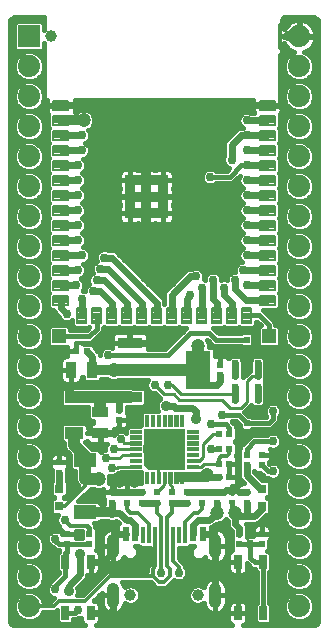
<source format=gtl>
G75*
%MOIN*%
%OFA0B0*%
%FSLAX25Y25*%
%IPPOS*%
%LPD*%
%AMOC8*
5,1,8,0,0,1.08239X$1,22.5*
%
%ADD10R,0.07400X0.07400*%
%ADD11C,0.07400*%
%ADD12R,0.02362X0.05118*%
%ADD13R,0.01181X0.05709*%
%ADD14C,0.04134*%
%ADD15R,0.02559X0.04724*%
%ADD16R,0.08465X0.03740*%
%ADD17R,0.08465X0.12795*%
%ADD18R,0.02441X0.02441*%
%ADD19R,0.07480X0.04724*%
%ADD20R,0.05512X0.03543*%
%ADD21R,0.03543X0.05512*%
%ADD22R,0.03150X0.03150*%
%ADD23R,0.01969X0.01575*%
%ADD24R,0.01969X0.02362*%
%ADD25C,0.03937*%
%ADD26C,0.00780*%
%ADD27R,0.03543X0.03543*%
%ADD28R,0.04724X0.04724*%
%ADD29C,0.00080*%
%ADD30R,0.11024X0.11024*%
%ADD31C,0.00012*%
%ADD32R,0.06299X0.03937*%
%ADD33C,0.02953*%
%ADD34C,0.01200*%
%ADD35C,0.03200*%
%ADD36C,0.02400*%
%ADD37C,0.01600*%
%ADD38C,0.01000*%
%ADD39C,0.04724*%
%ADD40C,0.04000*%
%ADD41C,0.03543*%
D10*
X0009300Y0200050D03*
D11*
X0009300Y0190050D03*
X0009300Y0180050D03*
X0009300Y0170050D03*
X0009300Y0160050D03*
X0009300Y0150050D03*
X0009300Y0140050D03*
X0009300Y0130050D03*
X0009300Y0120050D03*
X0009300Y0110050D03*
X0009300Y0100050D03*
X0009300Y0090050D03*
X0009300Y0080050D03*
X0009300Y0070050D03*
X0009300Y0060050D03*
X0009300Y0050050D03*
X0009300Y0040050D03*
X0009300Y0030050D03*
X0009300Y0020050D03*
X0009300Y0010050D03*
X0099300Y0010050D03*
X0099300Y0020050D03*
X0099300Y0030050D03*
X0099300Y0040050D03*
X0099300Y0050050D03*
X0099300Y0060050D03*
X0099300Y0070050D03*
X0099300Y0080050D03*
X0099300Y0090050D03*
X0099300Y0100050D03*
X0099300Y0110050D03*
X0099300Y0120050D03*
X0099300Y0130050D03*
X0099300Y0140050D03*
X0099300Y0150050D03*
X0099300Y0160050D03*
X0099300Y0170050D03*
X0099300Y0180050D03*
X0099300Y0190050D03*
X0099300Y0200050D03*
D12*
X0067095Y0034066D03*
X0063946Y0034066D03*
X0044654Y0034066D03*
X0041505Y0034066D03*
D13*
X0047410Y0033770D03*
X0049379Y0033770D03*
X0051347Y0033770D03*
X0053316Y0033770D03*
X0055284Y0033770D03*
X0057253Y0033770D03*
X0059221Y0033770D03*
X0061190Y0033770D03*
D14*
X0071308Y0032235D02*
X0071308Y0028101D01*
X0071308Y0015778D02*
X0071308Y0011644D01*
X0037292Y0011644D02*
X0037292Y0015778D01*
X0037292Y0028101D02*
X0037292Y0032235D01*
D15*
X0029782Y0024765D03*
X0021318Y0024765D03*
X0021318Y0007835D03*
X0029782Y0007835D03*
X0078818Y0007835D03*
X0087282Y0007835D03*
X0087282Y0024765D03*
X0078818Y0024765D03*
D16*
X0042883Y0079745D03*
X0042883Y0088800D03*
X0042883Y0097855D03*
D17*
X0065717Y0088800D03*
D18*
X0073050Y0087028D03*
X0073050Y0090572D03*
X0078050Y0086822D03*
X0078050Y0083278D03*
X0085550Y0083278D03*
X0085550Y0086822D03*
X0076072Y0067550D03*
X0076072Y0062550D03*
X0076072Y0057550D03*
X0076072Y0053175D03*
X0072528Y0053175D03*
X0072528Y0057550D03*
X0072528Y0062550D03*
X0072528Y0067550D03*
X0081800Y0060572D03*
X0081800Y0057028D03*
X0086800Y0057028D03*
X0086800Y0060572D03*
X0081800Y0048072D03*
X0081800Y0044528D03*
X0079300Y0034322D03*
X0079300Y0030778D03*
X0086800Y0030778D03*
X0086800Y0034322D03*
X0071800Y0044528D03*
X0071800Y0048072D03*
X0066800Y0048072D03*
X0066800Y0044528D03*
X0061800Y0044528D03*
X0061800Y0048072D03*
X0056800Y0048072D03*
X0056800Y0044528D03*
X0051800Y0044528D03*
X0051800Y0048072D03*
X0046800Y0048072D03*
X0046800Y0044528D03*
X0041800Y0044528D03*
X0041800Y0048072D03*
X0036800Y0048072D03*
X0036800Y0044528D03*
X0029300Y0034322D03*
X0029300Y0030778D03*
X0021800Y0030778D03*
X0021800Y0034322D03*
X0019300Y0054528D03*
X0019300Y0058072D03*
X0025028Y0095050D03*
X0028572Y0095050D03*
X0039300Y0075572D03*
X0039300Y0072028D03*
D19*
X0028050Y0058711D03*
X0028050Y0041389D03*
D20*
X0033050Y0067757D03*
X0033050Y0074843D03*
D21*
X0030343Y0088800D03*
X0023257Y0088800D03*
D22*
X0019300Y0049253D03*
X0019300Y0043347D03*
X0086800Y0043347D03*
X0086800Y0049253D03*
D23*
X0076800Y0047875D03*
X0076800Y0044725D03*
D24*
X0081800Y0071113D03*
X0078060Y0078987D03*
X0078060Y0091113D03*
X0081800Y0098987D03*
X0085540Y0091113D03*
X0085540Y0078987D03*
D25*
X0065550Y0013800D03*
X0043050Y0013800D03*
X0016644Y0200050D03*
D26*
X0017288Y0175628D02*
X0022414Y0175628D01*
X0017288Y0175628D02*
X0017288Y0178390D01*
X0022414Y0178390D01*
X0022414Y0175628D01*
X0022414Y0176407D02*
X0017288Y0176407D01*
X0017288Y0177186D02*
X0022414Y0177186D01*
X0022414Y0177965D02*
X0017288Y0177965D01*
X0017288Y0170628D02*
X0022414Y0170628D01*
X0017288Y0170628D02*
X0017288Y0173390D01*
X0022414Y0173390D01*
X0022414Y0170628D01*
X0022414Y0171407D02*
X0017288Y0171407D01*
X0017288Y0172186D02*
X0022414Y0172186D01*
X0022414Y0172965D02*
X0017288Y0172965D01*
X0017288Y0165628D02*
X0022414Y0165628D01*
X0017288Y0165628D02*
X0017288Y0168390D01*
X0022414Y0168390D01*
X0022414Y0165628D01*
X0022414Y0166407D02*
X0017288Y0166407D01*
X0017288Y0167186D02*
X0022414Y0167186D01*
X0022414Y0167965D02*
X0017288Y0167965D01*
X0017288Y0160628D02*
X0022414Y0160628D01*
X0017288Y0160628D02*
X0017288Y0163390D01*
X0022414Y0163390D01*
X0022414Y0160628D01*
X0022414Y0161407D02*
X0017288Y0161407D01*
X0017288Y0162186D02*
X0022414Y0162186D01*
X0022414Y0162965D02*
X0017288Y0162965D01*
X0017288Y0155628D02*
X0022414Y0155628D01*
X0017288Y0155628D02*
X0017288Y0158390D01*
X0022414Y0158390D01*
X0022414Y0155628D01*
X0022414Y0156407D02*
X0017288Y0156407D01*
X0017288Y0157186D02*
X0022414Y0157186D01*
X0022414Y0157965D02*
X0017288Y0157965D01*
X0017288Y0150628D02*
X0022414Y0150628D01*
X0017288Y0150628D02*
X0017288Y0153390D01*
X0022414Y0153390D01*
X0022414Y0150628D01*
X0022414Y0151407D02*
X0017288Y0151407D01*
X0017288Y0152186D02*
X0022414Y0152186D01*
X0022414Y0152965D02*
X0017288Y0152965D01*
X0017288Y0145628D02*
X0022414Y0145628D01*
X0017288Y0145628D02*
X0017288Y0148390D01*
X0022414Y0148390D01*
X0022414Y0145628D01*
X0022414Y0146407D02*
X0017288Y0146407D01*
X0017288Y0147186D02*
X0022414Y0147186D01*
X0022414Y0147965D02*
X0017288Y0147965D01*
X0017288Y0140628D02*
X0022414Y0140628D01*
X0017288Y0140628D02*
X0017288Y0143390D01*
X0022414Y0143390D01*
X0022414Y0140628D01*
X0022414Y0141407D02*
X0017288Y0141407D01*
X0017288Y0142186D02*
X0022414Y0142186D01*
X0022414Y0142965D02*
X0017288Y0142965D01*
X0017288Y0135628D02*
X0022414Y0135628D01*
X0017288Y0135628D02*
X0017288Y0138390D01*
X0022414Y0138390D01*
X0022414Y0135628D01*
X0022414Y0136407D02*
X0017288Y0136407D01*
X0017288Y0137186D02*
X0022414Y0137186D01*
X0022414Y0137965D02*
X0017288Y0137965D01*
X0017288Y0130628D02*
X0022414Y0130628D01*
X0017288Y0130628D02*
X0017288Y0133390D01*
X0022414Y0133390D01*
X0022414Y0130628D01*
X0022414Y0131407D02*
X0017288Y0131407D01*
X0017288Y0132186D02*
X0022414Y0132186D01*
X0022414Y0132965D02*
X0017288Y0132965D01*
X0017288Y0125628D02*
X0022414Y0125628D01*
X0017288Y0125628D02*
X0017288Y0128390D01*
X0022414Y0128390D01*
X0022414Y0125628D01*
X0022414Y0126407D02*
X0017288Y0126407D01*
X0017288Y0127186D02*
X0022414Y0127186D01*
X0022414Y0127965D02*
X0017288Y0127965D01*
X0017288Y0120628D02*
X0022414Y0120628D01*
X0017288Y0120628D02*
X0017288Y0123390D01*
X0022414Y0123390D01*
X0022414Y0120628D01*
X0022414Y0121407D02*
X0017288Y0121407D01*
X0017288Y0122186D02*
X0022414Y0122186D01*
X0022414Y0122965D02*
X0017288Y0122965D01*
X0017288Y0115628D02*
X0022414Y0115628D01*
X0017288Y0115628D02*
X0017288Y0118390D01*
X0022414Y0118390D01*
X0022414Y0115628D01*
X0022414Y0116407D02*
X0017288Y0116407D01*
X0017288Y0117186D02*
X0022414Y0117186D01*
X0022414Y0117965D02*
X0017288Y0117965D01*
X0017288Y0110628D02*
X0022414Y0110628D01*
X0017288Y0110628D02*
X0017288Y0113390D01*
X0022414Y0113390D01*
X0022414Y0110628D01*
X0022414Y0111407D02*
X0017288Y0111407D01*
X0017288Y0112186D02*
X0022414Y0112186D01*
X0022414Y0112965D02*
X0017288Y0112965D01*
X0028181Y0109650D02*
X0028181Y0104524D01*
X0025419Y0104524D01*
X0025419Y0109650D01*
X0028181Y0109650D01*
X0028181Y0105303D02*
X0025419Y0105303D01*
X0025419Y0106082D02*
X0028181Y0106082D01*
X0028181Y0106861D02*
X0025419Y0106861D01*
X0025419Y0107640D02*
X0028181Y0107640D01*
X0028181Y0108419D02*
X0025419Y0108419D01*
X0025419Y0109198D02*
X0028181Y0109198D01*
X0033181Y0109650D02*
X0033181Y0104524D01*
X0030419Y0104524D01*
X0030419Y0109650D01*
X0033181Y0109650D01*
X0033181Y0105303D02*
X0030419Y0105303D01*
X0030419Y0106082D02*
X0033181Y0106082D01*
X0033181Y0106861D02*
X0030419Y0106861D01*
X0030419Y0107640D02*
X0033181Y0107640D01*
X0033181Y0108419D02*
X0030419Y0108419D01*
X0030419Y0109198D02*
X0033181Y0109198D01*
X0038181Y0109650D02*
X0038181Y0104524D01*
X0035419Y0104524D01*
X0035419Y0109650D01*
X0038181Y0109650D01*
X0038181Y0105303D02*
X0035419Y0105303D01*
X0035419Y0106082D02*
X0038181Y0106082D01*
X0038181Y0106861D02*
X0035419Y0106861D01*
X0035419Y0107640D02*
X0038181Y0107640D01*
X0038181Y0108419D02*
X0035419Y0108419D01*
X0035419Y0109198D02*
X0038181Y0109198D01*
X0043181Y0109650D02*
X0043181Y0104524D01*
X0040419Y0104524D01*
X0040419Y0109650D01*
X0043181Y0109650D01*
X0043181Y0105303D02*
X0040419Y0105303D01*
X0040419Y0106082D02*
X0043181Y0106082D01*
X0043181Y0106861D02*
X0040419Y0106861D01*
X0040419Y0107640D02*
X0043181Y0107640D01*
X0043181Y0108419D02*
X0040419Y0108419D01*
X0040419Y0109198D02*
X0043181Y0109198D01*
X0048181Y0109650D02*
X0048181Y0104524D01*
X0045419Y0104524D01*
X0045419Y0109650D01*
X0048181Y0109650D01*
X0048181Y0105303D02*
X0045419Y0105303D01*
X0045419Y0106082D02*
X0048181Y0106082D01*
X0048181Y0106861D02*
X0045419Y0106861D01*
X0045419Y0107640D02*
X0048181Y0107640D01*
X0048181Y0108419D02*
X0045419Y0108419D01*
X0045419Y0109198D02*
X0048181Y0109198D01*
X0053181Y0109650D02*
X0053181Y0104524D01*
X0050419Y0104524D01*
X0050419Y0109650D01*
X0053181Y0109650D01*
X0053181Y0105303D02*
X0050419Y0105303D01*
X0050419Y0106082D02*
X0053181Y0106082D01*
X0053181Y0106861D02*
X0050419Y0106861D01*
X0050419Y0107640D02*
X0053181Y0107640D01*
X0053181Y0108419D02*
X0050419Y0108419D01*
X0050419Y0109198D02*
X0053181Y0109198D01*
X0058181Y0109650D02*
X0058181Y0104524D01*
X0055419Y0104524D01*
X0055419Y0109650D01*
X0058181Y0109650D01*
X0058181Y0105303D02*
X0055419Y0105303D01*
X0055419Y0106082D02*
X0058181Y0106082D01*
X0058181Y0106861D02*
X0055419Y0106861D01*
X0055419Y0107640D02*
X0058181Y0107640D01*
X0058181Y0108419D02*
X0055419Y0108419D01*
X0055419Y0109198D02*
X0058181Y0109198D01*
X0063181Y0109650D02*
X0063181Y0104524D01*
X0060419Y0104524D01*
X0060419Y0109650D01*
X0063181Y0109650D01*
X0063181Y0105303D02*
X0060419Y0105303D01*
X0060419Y0106082D02*
X0063181Y0106082D01*
X0063181Y0106861D02*
X0060419Y0106861D01*
X0060419Y0107640D02*
X0063181Y0107640D01*
X0063181Y0108419D02*
X0060419Y0108419D01*
X0060419Y0109198D02*
X0063181Y0109198D01*
X0068181Y0109650D02*
X0068181Y0104524D01*
X0065419Y0104524D01*
X0065419Y0109650D01*
X0068181Y0109650D01*
X0068181Y0105303D02*
X0065419Y0105303D01*
X0065419Y0106082D02*
X0068181Y0106082D01*
X0068181Y0106861D02*
X0065419Y0106861D01*
X0065419Y0107640D02*
X0068181Y0107640D01*
X0068181Y0108419D02*
X0065419Y0108419D01*
X0065419Y0109198D02*
X0068181Y0109198D01*
X0073181Y0109650D02*
X0073181Y0104524D01*
X0070419Y0104524D01*
X0070419Y0109650D01*
X0073181Y0109650D01*
X0073181Y0105303D02*
X0070419Y0105303D01*
X0070419Y0106082D02*
X0073181Y0106082D01*
X0073181Y0106861D02*
X0070419Y0106861D01*
X0070419Y0107640D02*
X0073181Y0107640D01*
X0073181Y0108419D02*
X0070419Y0108419D01*
X0070419Y0109198D02*
X0073181Y0109198D01*
X0078181Y0109650D02*
X0078181Y0104524D01*
X0075419Y0104524D01*
X0075419Y0109650D01*
X0078181Y0109650D01*
X0078181Y0105303D02*
X0075419Y0105303D01*
X0075419Y0106082D02*
X0078181Y0106082D01*
X0078181Y0106861D02*
X0075419Y0106861D01*
X0075419Y0107640D02*
X0078181Y0107640D01*
X0078181Y0108419D02*
X0075419Y0108419D01*
X0075419Y0109198D02*
X0078181Y0109198D01*
X0083181Y0109650D02*
X0083181Y0104524D01*
X0080419Y0104524D01*
X0080419Y0109650D01*
X0083181Y0109650D01*
X0083181Y0105303D02*
X0080419Y0105303D01*
X0080419Y0106082D02*
X0083181Y0106082D01*
X0083181Y0106861D02*
X0080419Y0106861D01*
X0080419Y0107640D02*
X0083181Y0107640D01*
X0083181Y0108419D02*
X0080419Y0108419D01*
X0080419Y0109198D02*
X0083181Y0109198D01*
X0086186Y0113390D02*
X0091312Y0113390D01*
X0091312Y0110628D01*
X0086186Y0110628D01*
X0086186Y0113390D01*
X0086186Y0111407D02*
X0091312Y0111407D01*
X0091312Y0112186D02*
X0086186Y0112186D01*
X0086186Y0112965D02*
X0091312Y0112965D01*
X0091312Y0118390D02*
X0086186Y0118390D01*
X0091312Y0118390D02*
X0091312Y0115628D01*
X0086186Y0115628D01*
X0086186Y0118390D01*
X0086186Y0116407D02*
X0091312Y0116407D01*
X0091312Y0117186D02*
X0086186Y0117186D01*
X0086186Y0117965D02*
X0091312Y0117965D01*
X0091312Y0123390D02*
X0086186Y0123390D01*
X0091312Y0123390D02*
X0091312Y0120628D01*
X0086186Y0120628D01*
X0086186Y0123390D01*
X0086186Y0121407D02*
X0091312Y0121407D01*
X0091312Y0122186D02*
X0086186Y0122186D01*
X0086186Y0122965D02*
X0091312Y0122965D01*
X0091312Y0128390D02*
X0086186Y0128390D01*
X0091312Y0128390D02*
X0091312Y0125628D01*
X0086186Y0125628D01*
X0086186Y0128390D01*
X0086186Y0126407D02*
X0091312Y0126407D01*
X0091312Y0127186D02*
X0086186Y0127186D01*
X0086186Y0127965D02*
X0091312Y0127965D01*
X0091312Y0133390D02*
X0086186Y0133390D01*
X0091312Y0133390D02*
X0091312Y0130628D01*
X0086186Y0130628D01*
X0086186Y0133390D01*
X0086186Y0131407D02*
X0091312Y0131407D01*
X0091312Y0132186D02*
X0086186Y0132186D01*
X0086186Y0132965D02*
X0091312Y0132965D01*
X0091312Y0138390D02*
X0086186Y0138390D01*
X0091312Y0138390D02*
X0091312Y0135628D01*
X0086186Y0135628D01*
X0086186Y0138390D01*
X0086186Y0136407D02*
X0091312Y0136407D01*
X0091312Y0137186D02*
X0086186Y0137186D01*
X0086186Y0137965D02*
X0091312Y0137965D01*
X0091312Y0143390D02*
X0086186Y0143390D01*
X0091312Y0143390D02*
X0091312Y0140628D01*
X0086186Y0140628D01*
X0086186Y0143390D01*
X0086186Y0141407D02*
X0091312Y0141407D01*
X0091312Y0142186D02*
X0086186Y0142186D01*
X0086186Y0142965D02*
X0091312Y0142965D01*
X0091312Y0148390D02*
X0086186Y0148390D01*
X0091312Y0148390D02*
X0091312Y0145628D01*
X0086186Y0145628D01*
X0086186Y0148390D01*
X0086186Y0146407D02*
X0091312Y0146407D01*
X0091312Y0147186D02*
X0086186Y0147186D01*
X0086186Y0147965D02*
X0091312Y0147965D01*
X0091312Y0153390D02*
X0086186Y0153390D01*
X0091312Y0153390D02*
X0091312Y0150628D01*
X0086186Y0150628D01*
X0086186Y0153390D01*
X0086186Y0151407D02*
X0091312Y0151407D01*
X0091312Y0152186D02*
X0086186Y0152186D01*
X0086186Y0152965D02*
X0091312Y0152965D01*
X0091312Y0158390D02*
X0086186Y0158390D01*
X0091312Y0158390D02*
X0091312Y0155628D01*
X0086186Y0155628D01*
X0086186Y0158390D01*
X0086186Y0156407D02*
X0091312Y0156407D01*
X0091312Y0157186D02*
X0086186Y0157186D01*
X0086186Y0157965D02*
X0091312Y0157965D01*
X0091312Y0163390D02*
X0086186Y0163390D01*
X0091312Y0163390D02*
X0091312Y0160628D01*
X0086186Y0160628D01*
X0086186Y0163390D01*
X0086186Y0161407D02*
X0091312Y0161407D01*
X0091312Y0162186D02*
X0086186Y0162186D01*
X0086186Y0162965D02*
X0091312Y0162965D01*
X0091312Y0168390D02*
X0086186Y0168390D01*
X0091312Y0168390D02*
X0091312Y0165628D01*
X0086186Y0165628D01*
X0086186Y0168390D01*
X0086186Y0166407D02*
X0091312Y0166407D01*
X0091312Y0167186D02*
X0086186Y0167186D01*
X0086186Y0167965D02*
X0091312Y0167965D01*
X0091312Y0173390D02*
X0086186Y0173390D01*
X0091312Y0173390D02*
X0091312Y0170628D01*
X0086186Y0170628D01*
X0086186Y0173390D01*
X0086186Y0171407D02*
X0091312Y0171407D01*
X0091312Y0172186D02*
X0086186Y0172186D01*
X0086186Y0172965D02*
X0091312Y0172965D01*
X0091312Y0178390D02*
X0086186Y0178390D01*
X0091312Y0178390D02*
X0091312Y0175628D01*
X0086186Y0175628D01*
X0086186Y0178390D01*
X0086186Y0176407D02*
X0091312Y0176407D01*
X0091312Y0177186D02*
X0086186Y0177186D01*
X0086186Y0177965D02*
X0091312Y0177965D01*
D27*
X0053906Y0152127D03*
X0053906Y0146615D03*
X0053906Y0141103D03*
X0048394Y0141103D03*
X0048394Y0146615D03*
X0048394Y0152127D03*
X0042883Y0152127D03*
X0042883Y0146615D03*
X0042883Y0141103D03*
D28*
X0019300Y0100050D03*
X0089300Y0100050D03*
D29*
X0065579Y0068987D02*
X0061919Y0068987D01*
X0065579Y0068987D02*
X0065579Y0067925D01*
X0061919Y0067925D01*
X0061919Y0068987D01*
X0061919Y0068004D02*
X0065579Y0068004D01*
X0065579Y0068083D02*
X0061919Y0068083D01*
X0061919Y0068162D02*
X0065579Y0068162D01*
X0065579Y0068241D02*
X0061919Y0068241D01*
X0061919Y0068320D02*
X0065579Y0068320D01*
X0065579Y0068399D02*
X0061919Y0068399D01*
X0061919Y0068478D02*
X0065579Y0068478D01*
X0065579Y0068557D02*
X0061919Y0068557D01*
X0061919Y0068636D02*
X0065579Y0068636D01*
X0065579Y0068715D02*
X0061919Y0068715D01*
X0061919Y0068794D02*
X0065579Y0068794D01*
X0065579Y0068873D02*
X0061919Y0068873D01*
X0061919Y0068952D02*
X0065579Y0068952D01*
X0065579Y0067018D02*
X0061919Y0067018D01*
X0065579Y0067018D02*
X0065579Y0065956D01*
X0061919Y0065956D01*
X0061919Y0067018D01*
X0061919Y0066035D02*
X0065579Y0066035D01*
X0065579Y0066114D02*
X0061919Y0066114D01*
X0061919Y0066193D02*
X0065579Y0066193D01*
X0065579Y0066272D02*
X0061919Y0066272D01*
X0061919Y0066351D02*
X0065579Y0066351D01*
X0065579Y0066430D02*
X0061919Y0066430D01*
X0061919Y0066509D02*
X0065579Y0066509D01*
X0065579Y0066588D02*
X0061919Y0066588D01*
X0061919Y0066667D02*
X0065579Y0066667D01*
X0065579Y0066746D02*
X0061919Y0066746D01*
X0061919Y0066825D02*
X0065579Y0066825D01*
X0065579Y0066904D02*
X0061919Y0066904D01*
X0061919Y0066983D02*
X0065579Y0066983D01*
X0065579Y0065050D02*
X0061919Y0065050D01*
X0065579Y0065050D02*
X0065579Y0063988D01*
X0061919Y0063988D01*
X0061919Y0065050D01*
X0061919Y0064067D02*
X0065579Y0064067D01*
X0065579Y0064146D02*
X0061919Y0064146D01*
X0061919Y0064225D02*
X0065579Y0064225D01*
X0065579Y0064304D02*
X0061919Y0064304D01*
X0061919Y0064383D02*
X0065579Y0064383D01*
X0065579Y0064462D02*
X0061919Y0064462D01*
X0061919Y0064541D02*
X0065579Y0064541D01*
X0065579Y0064620D02*
X0061919Y0064620D01*
X0061919Y0064699D02*
X0065579Y0064699D01*
X0065579Y0064778D02*
X0061919Y0064778D01*
X0061919Y0064857D02*
X0065579Y0064857D01*
X0065579Y0064936D02*
X0061919Y0064936D01*
X0061919Y0065015D02*
X0065579Y0065015D01*
X0065579Y0063081D02*
X0061919Y0063081D01*
X0065579Y0063081D02*
X0065579Y0062019D01*
X0061919Y0062019D01*
X0061919Y0063081D01*
X0061919Y0062098D02*
X0065579Y0062098D01*
X0065579Y0062177D02*
X0061919Y0062177D01*
X0061919Y0062256D02*
X0065579Y0062256D01*
X0065579Y0062335D02*
X0061919Y0062335D01*
X0061919Y0062414D02*
X0065579Y0062414D01*
X0065579Y0062493D02*
X0061919Y0062493D01*
X0061919Y0062572D02*
X0065579Y0062572D01*
X0065579Y0062651D02*
X0061919Y0062651D01*
X0061919Y0062730D02*
X0065579Y0062730D01*
X0065579Y0062809D02*
X0061919Y0062809D01*
X0061919Y0062888D02*
X0065579Y0062888D01*
X0065579Y0062967D02*
X0061919Y0062967D01*
X0061919Y0063046D02*
X0065579Y0063046D01*
X0065579Y0061112D02*
X0061919Y0061112D01*
X0065579Y0061112D02*
X0065579Y0060050D01*
X0061919Y0060050D01*
X0061919Y0061112D01*
X0061919Y0060129D02*
X0065579Y0060129D01*
X0065579Y0060208D02*
X0061919Y0060208D01*
X0061919Y0060287D02*
X0065579Y0060287D01*
X0065579Y0060366D02*
X0061919Y0060366D01*
X0061919Y0060445D02*
X0065579Y0060445D01*
X0065579Y0060524D02*
X0061919Y0060524D01*
X0061919Y0060603D02*
X0065579Y0060603D01*
X0065579Y0060682D02*
X0061919Y0060682D01*
X0061919Y0060761D02*
X0065579Y0060761D01*
X0065579Y0060840D02*
X0061919Y0060840D01*
X0061919Y0060919D02*
X0065579Y0060919D01*
X0065579Y0060998D02*
X0061919Y0060998D01*
X0061919Y0061077D02*
X0065579Y0061077D01*
X0065579Y0059144D02*
X0061919Y0059144D01*
X0065579Y0059144D02*
X0065579Y0058082D01*
X0061919Y0058082D01*
X0061919Y0059144D01*
X0061919Y0058161D02*
X0065579Y0058161D01*
X0065579Y0058240D02*
X0061919Y0058240D01*
X0061919Y0058319D02*
X0065579Y0058319D01*
X0065579Y0058398D02*
X0061919Y0058398D01*
X0061919Y0058477D02*
X0065579Y0058477D01*
X0065579Y0058556D02*
X0061919Y0058556D01*
X0061919Y0058635D02*
X0065579Y0058635D01*
X0065579Y0058714D02*
X0061919Y0058714D01*
X0061919Y0058793D02*
X0065579Y0058793D01*
X0065579Y0058872D02*
X0061919Y0058872D01*
X0061919Y0058951D02*
X0065579Y0058951D01*
X0065579Y0059030D02*
X0061919Y0059030D01*
X0061919Y0059109D02*
X0065579Y0059109D01*
X0065579Y0057175D02*
X0061919Y0057175D01*
X0065579Y0057175D02*
X0065579Y0056113D01*
X0061919Y0056113D01*
X0061919Y0057175D01*
X0061919Y0056192D02*
X0065579Y0056192D01*
X0065579Y0056271D02*
X0061919Y0056271D01*
X0061919Y0056350D02*
X0065579Y0056350D01*
X0065579Y0056429D02*
X0061919Y0056429D01*
X0061919Y0056508D02*
X0065579Y0056508D01*
X0065579Y0056587D02*
X0061919Y0056587D01*
X0061919Y0056666D02*
X0065579Y0056666D01*
X0065579Y0056745D02*
X0061919Y0056745D01*
X0061919Y0056824D02*
X0065579Y0056824D01*
X0065579Y0056903D02*
X0061919Y0056903D01*
X0061919Y0056982D02*
X0065579Y0056982D01*
X0065579Y0057061D02*
X0061919Y0057061D01*
X0061919Y0057140D02*
X0065579Y0057140D01*
X0060737Y0054931D02*
X0060737Y0051271D01*
X0059675Y0051271D01*
X0059675Y0054931D01*
X0060737Y0054931D01*
X0060737Y0051350D02*
X0059675Y0051350D01*
X0059675Y0051429D02*
X0060737Y0051429D01*
X0060737Y0051508D02*
X0059675Y0051508D01*
X0059675Y0051587D02*
X0060737Y0051587D01*
X0060737Y0051666D02*
X0059675Y0051666D01*
X0059675Y0051745D02*
X0060737Y0051745D01*
X0060737Y0051824D02*
X0059675Y0051824D01*
X0059675Y0051903D02*
X0060737Y0051903D01*
X0060737Y0051982D02*
X0059675Y0051982D01*
X0059675Y0052061D02*
X0060737Y0052061D01*
X0060737Y0052140D02*
X0059675Y0052140D01*
X0059675Y0052219D02*
X0060737Y0052219D01*
X0060737Y0052298D02*
X0059675Y0052298D01*
X0059675Y0052377D02*
X0060737Y0052377D01*
X0060737Y0052456D02*
X0059675Y0052456D01*
X0059675Y0052535D02*
X0060737Y0052535D01*
X0060737Y0052614D02*
X0059675Y0052614D01*
X0059675Y0052693D02*
X0060737Y0052693D01*
X0060737Y0052772D02*
X0059675Y0052772D01*
X0059675Y0052851D02*
X0060737Y0052851D01*
X0060737Y0052930D02*
X0059675Y0052930D01*
X0059675Y0053009D02*
X0060737Y0053009D01*
X0060737Y0053088D02*
X0059675Y0053088D01*
X0059675Y0053167D02*
X0060737Y0053167D01*
X0060737Y0053246D02*
X0059675Y0053246D01*
X0059675Y0053325D02*
X0060737Y0053325D01*
X0060737Y0053404D02*
X0059675Y0053404D01*
X0059675Y0053483D02*
X0060737Y0053483D01*
X0060737Y0053562D02*
X0059675Y0053562D01*
X0059675Y0053641D02*
X0060737Y0053641D01*
X0060737Y0053720D02*
X0059675Y0053720D01*
X0059675Y0053799D02*
X0060737Y0053799D01*
X0060737Y0053878D02*
X0059675Y0053878D01*
X0059675Y0053957D02*
X0060737Y0053957D01*
X0060737Y0054036D02*
X0059675Y0054036D01*
X0059675Y0054115D02*
X0060737Y0054115D01*
X0060737Y0054194D02*
X0059675Y0054194D01*
X0059675Y0054273D02*
X0060737Y0054273D01*
X0060737Y0054352D02*
X0059675Y0054352D01*
X0059675Y0054431D02*
X0060737Y0054431D01*
X0060737Y0054510D02*
X0059675Y0054510D01*
X0059675Y0054589D02*
X0060737Y0054589D01*
X0060737Y0054668D02*
X0059675Y0054668D01*
X0059675Y0054747D02*
X0060737Y0054747D01*
X0060737Y0054826D02*
X0059675Y0054826D01*
X0059675Y0054905D02*
X0060737Y0054905D01*
X0058768Y0054931D02*
X0058768Y0051271D01*
X0057706Y0051271D01*
X0057706Y0054931D01*
X0058768Y0054931D01*
X0058768Y0051350D02*
X0057706Y0051350D01*
X0057706Y0051429D02*
X0058768Y0051429D01*
X0058768Y0051508D02*
X0057706Y0051508D01*
X0057706Y0051587D02*
X0058768Y0051587D01*
X0058768Y0051666D02*
X0057706Y0051666D01*
X0057706Y0051745D02*
X0058768Y0051745D01*
X0058768Y0051824D02*
X0057706Y0051824D01*
X0057706Y0051903D02*
X0058768Y0051903D01*
X0058768Y0051982D02*
X0057706Y0051982D01*
X0057706Y0052061D02*
X0058768Y0052061D01*
X0058768Y0052140D02*
X0057706Y0052140D01*
X0057706Y0052219D02*
X0058768Y0052219D01*
X0058768Y0052298D02*
X0057706Y0052298D01*
X0057706Y0052377D02*
X0058768Y0052377D01*
X0058768Y0052456D02*
X0057706Y0052456D01*
X0057706Y0052535D02*
X0058768Y0052535D01*
X0058768Y0052614D02*
X0057706Y0052614D01*
X0057706Y0052693D02*
X0058768Y0052693D01*
X0058768Y0052772D02*
X0057706Y0052772D01*
X0057706Y0052851D02*
X0058768Y0052851D01*
X0058768Y0052930D02*
X0057706Y0052930D01*
X0057706Y0053009D02*
X0058768Y0053009D01*
X0058768Y0053088D02*
X0057706Y0053088D01*
X0057706Y0053167D02*
X0058768Y0053167D01*
X0058768Y0053246D02*
X0057706Y0053246D01*
X0057706Y0053325D02*
X0058768Y0053325D01*
X0058768Y0053404D02*
X0057706Y0053404D01*
X0057706Y0053483D02*
X0058768Y0053483D01*
X0058768Y0053562D02*
X0057706Y0053562D01*
X0057706Y0053641D02*
X0058768Y0053641D01*
X0058768Y0053720D02*
X0057706Y0053720D01*
X0057706Y0053799D02*
X0058768Y0053799D01*
X0058768Y0053878D02*
X0057706Y0053878D01*
X0057706Y0053957D02*
X0058768Y0053957D01*
X0058768Y0054036D02*
X0057706Y0054036D01*
X0057706Y0054115D02*
X0058768Y0054115D01*
X0058768Y0054194D02*
X0057706Y0054194D01*
X0057706Y0054273D02*
X0058768Y0054273D01*
X0058768Y0054352D02*
X0057706Y0054352D01*
X0057706Y0054431D02*
X0058768Y0054431D01*
X0058768Y0054510D02*
X0057706Y0054510D01*
X0057706Y0054589D02*
X0058768Y0054589D01*
X0058768Y0054668D02*
X0057706Y0054668D01*
X0057706Y0054747D02*
X0058768Y0054747D01*
X0058768Y0054826D02*
X0057706Y0054826D01*
X0057706Y0054905D02*
X0058768Y0054905D01*
X0056800Y0054931D02*
X0056800Y0051271D01*
X0055738Y0051271D01*
X0055738Y0054931D01*
X0056800Y0054931D01*
X0056800Y0051350D02*
X0055738Y0051350D01*
X0055738Y0051429D02*
X0056800Y0051429D01*
X0056800Y0051508D02*
X0055738Y0051508D01*
X0055738Y0051587D02*
X0056800Y0051587D01*
X0056800Y0051666D02*
X0055738Y0051666D01*
X0055738Y0051745D02*
X0056800Y0051745D01*
X0056800Y0051824D02*
X0055738Y0051824D01*
X0055738Y0051903D02*
X0056800Y0051903D01*
X0056800Y0051982D02*
X0055738Y0051982D01*
X0055738Y0052061D02*
X0056800Y0052061D01*
X0056800Y0052140D02*
X0055738Y0052140D01*
X0055738Y0052219D02*
X0056800Y0052219D01*
X0056800Y0052298D02*
X0055738Y0052298D01*
X0055738Y0052377D02*
X0056800Y0052377D01*
X0056800Y0052456D02*
X0055738Y0052456D01*
X0055738Y0052535D02*
X0056800Y0052535D01*
X0056800Y0052614D02*
X0055738Y0052614D01*
X0055738Y0052693D02*
X0056800Y0052693D01*
X0056800Y0052772D02*
X0055738Y0052772D01*
X0055738Y0052851D02*
X0056800Y0052851D01*
X0056800Y0052930D02*
X0055738Y0052930D01*
X0055738Y0053009D02*
X0056800Y0053009D01*
X0056800Y0053088D02*
X0055738Y0053088D01*
X0055738Y0053167D02*
X0056800Y0053167D01*
X0056800Y0053246D02*
X0055738Y0053246D01*
X0055738Y0053325D02*
X0056800Y0053325D01*
X0056800Y0053404D02*
X0055738Y0053404D01*
X0055738Y0053483D02*
X0056800Y0053483D01*
X0056800Y0053562D02*
X0055738Y0053562D01*
X0055738Y0053641D02*
X0056800Y0053641D01*
X0056800Y0053720D02*
X0055738Y0053720D01*
X0055738Y0053799D02*
X0056800Y0053799D01*
X0056800Y0053878D02*
X0055738Y0053878D01*
X0055738Y0053957D02*
X0056800Y0053957D01*
X0056800Y0054036D02*
X0055738Y0054036D01*
X0055738Y0054115D02*
X0056800Y0054115D01*
X0056800Y0054194D02*
X0055738Y0054194D01*
X0055738Y0054273D02*
X0056800Y0054273D01*
X0056800Y0054352D02*
X0055738Y0054352D01*
X0055738Y0054431D02*
X0056800Y0054431D01*
X0056800Y0054510D02*
X0055738Y0054510D01*
X0055738Y0054589D02*
X0056800Y0054589D01*
X0056800Y0054668D02*
X0055738Y0054668D01*
X0055738Y0054747D02*
X0056800Y0054747D01*
X0056800Y0054826D02*
X0055738Y0054826D01*
X0055738Y0054905D02*
X0056800Y0054905D01*
X0054831Y0054931D02*
X0054831Y0051271D01*
X0053769Y0051271D01*
X0053769Y0054931D01*
X0054831Y0054931D01*
X0054831Y0051350D02*
X0053769Y0051350D01*
X0053769Y0051429D02*
X0054831Y0051429D01*
X0054831Y0051508D02*
X0053769Y0051508D01*
X0053769Y0051587D02*
X0054831Y0051587D01*
X0054831Y0051666D02*
X0053769Y0051666D01*
X0053769Y0051745D02*
X0054831Y0051745D01*
X0054831Y0051824D02*
X0053769Y0051824D01*
X0053769Y0051903D02*
X0054831Y0051903D01*
X0054831Y0051982D02*
X0053769Y0051982D01*
X0053769Y0052061D02*
X0054831Y0052061D01*
X0054831Y0052140D02*
X0053769Y0052140D01*
X0053769Y0052219D02*
X0054831Y0052219D01*
X0054831Y0052298D02*
X0053769Y0052298D01*
X0053769Y0052377D02*
X0054831Y0052377D01*
X0054831Y0052456D02*
X0053769Y0052456D01*
X0053769Y0052535D02*
X0054831Y0052535D01*
X0054831Y0052614D02*
X0053769Y0052614D01*
X0053769Y0052693D02*
X0054831Y0052693D01*
X0054831Y0052772D02*
X0053769Y0052772D01*
X0053769Y0052851D02*
X0054831Y0052851D01*
X0054831Y0052930D02*
X0053769Y0052930D01*
X0053769Y0053009D02*
X0054831Y0053009D01*
X0054831Y0053088D02*
X0053769Y0053088D01*
X0053769Y0053167D02*
X0054831Y0053167D01*
X0054831Y0053246D02*
X0053769Y0053246D01*
X0053769Y0053325D02*
X0054831Y0053325D01*
X0054831Y0053404D02*
X0053769Y0053404D01*
X0053769Y0053483D02*
X0054831Y0053483D01*
X0054831Y0053562D02*
X0053769Y0053562D01*
X0053769Y0053641D02*
X0054831Y0053641D01*
X0054831Y0053720D02*
X0053769Y0053720D01*
X0053769Y0053799D02*
X0054831Y0053799D01*
X0054831Y0053878D02*
X0053769Y0053878D01*
X0053769Y0053957D02*
X0054831Y0053957D01*
X0054831Y0054036D02*
X0053769Y0054036D01*
X0053769Y0054115D02*
X0054831Y0054115D01*
X0054831Y0054194D02*
X0053769Y0054194D01*
X0053769Y0054273D02*
X0054831Y0054273D01*
X0054831Y0054352D02*
X0053769Y0054352D01*
X0053769Y0054431D02*
X0054831Y0054431D01*
X0054831Y0054510D02*
X0053769Y0054510D01*
X0053769Y0054589D02*
X0054831Y0054589D01*
X0054831Y0054668D02*
X0053769Y0054668D01*
X0053769Y0054747D02*
X0054831Y0054747D01*
X0054831Y0054826D02*
X0053769Y0054826D01*
X0053769Y0054905D02*
X0054831Y0054905D01*
X0052862Y0054931D02*
X0052862Y0051271D01*
X0051800Y0051271D01*
X0051800Y0054931D01*
X0052862Y0054931D01*
X0052862Y0051350D02*
X0051800Y0051350D01*
X0051800Y0051429D02*
X0052862Y0051429D01*
X0052862Y0051508D02*
X0051800Y0051508D01*
X0051800Y0051587D02*
X0052862Y0051587D01*
X0052862Y0051666D02*
X0051800Y0051666D01*
X0051800Y0051745D02*
X0052862Y0051745D01*
X0052862Y0051824D02*
X0051800Y0051824D01*
X0051800Y0051903D02*
X0052862Y0051903D01*
X0052862Y0051982D02*
X0051800Y0051982D01*
X0051800Y0052061D02*
X0052862Y0052061D01*
X0052862Y0052140D02*
X0051800Y0052140D01*
X0051800Y0052219D02*
X0052862Y0052219D01*
X0052862Y0052298D02*
X0051800Y0052298D01*
X0051800Y0052377D02*
X0052862Y0052377D01*
X0052862Y0052456D02*
X0051800Y0052456D01*
X0051800Y0052535D02*
X0052862Y0052535D01*
X0052862Y0052614D02*
X0051800Y0052614D01*
X0051800Y0052693D02*
X0052862Y0052693D01*
X0052862Y0052772D02*
X0051800Y0052772D01*
X0051800Y0052851D02*
X0052862Y0052851D01*
X0052862Y0052930D02*
X0051800Y0052930D01*
X0051800Y0053009D02*
X0052862Y0053009D01*
X0052862Y0053088D02*
X0051800Y0053088D01*
X0051800Y0053167D02*
X0052862Y0053167D01*
X0052862Y0053246D02*
X0051800Y0053246D01*
X0051800Y0053325D02*
X0052862Y0053325D01*
X0052862Y0053404D02*
X0051800Y0053404D01*
X0051800Y0053483D02*
X0052862Y0053483D01*
X0052862Y0053562D02*
X0051800Y0053562D01*
X0051800Y0053641D02*
X0052862Y0053641D01*
X0052862Y0053720D02*
X0051800Y0053720D01*
X0051800Y0053799D02*
X0052862Y0053799D01*
X0052862Y0053878D02*
X0051800Y0053878D01*
X0051800Y0053957D02*
X0052862Y0053957D01*
X0052862Y0054036D02*
X0051800Y0054036D01*
X0051800Y0054115D02*
X0052862Y0054115D01*
X0052862Y0054194D02*
X0051800Y0054194D01*
X0051800Y0054273D02*
X0052862Y0054273D01*
X0052862Y0054352D02*
X0051800Y0054352D01*
X0051800Y0054431D02*
X0052862Y0054431D01*
X0052862Y0054510D02*
X0051800Y0054510D01*
X0051800Y0054589D02*
X0052862Y0054589D01*
X0052862Y0054668D02*
X0051800Y0054668D01*
X0051800Y0054747D02*
X0052862Y0054747D01*
X0052862Y0054826D02*
X0051800Y0054826D01*
X0051800Y0054905D02*
X0052862Y0054905D01*
X0050894Y0054931D02*
X0050894Y0051271D01*
X0049832Y0051271D01*
X0049832Y0054931D01*
X0050894Y0054931D01*
X0050894Y0051350D02*
X0049832Y0051350D01*
X0049832Y0051429D02*
X0050894Y0051429D01*
X0050894Y0051508D02*
X0049832Y0051508D01*
X0049832Y0051587D02*
X0050894Y0051587D01*
X0050894Y0051666D02*
X0049832Y0051666D01*
X0049832Y0051745D02*
X0050894Y0051745D01*
X0050894Y0051824D02*
X0049832Y0051824D01*
X0049832Y0051903D02*
X0050894Y0051903D01*
X0050894Y0051982D02*
X0049832Y0051982D01*
X0049832Y0052061D02*
X0050894Y0052061D01*
X0050894Y0052140D02*
X0049832Y0052140D01*
X0049832Y0052219D02*
X0050894Y0052219D01*
X0050894Y0052298D02*
X0049832Y0052298D01*
X0049832Y0052377D02*
X0050894Y0052377D01*
X0050894Y0052456D02*
X0049832Y0052456D01*
X0049832Y0052535D02*
X0050894Y0052535D01*
X0050894Y0052614D02*
X0049832Y0052614D01*
X0049832Y0052693D02*
X0050894Y0052693D01*
X0050894Y0052772D02*
X0049832Y0052772D01*
X0049832Y0052851D02*
X0050894Y0052851D01*
X0050894Y0052930D02*
X0049832Y0052930D01*
X0049832Y0053009D02*
X0050894Y0053009D01*
X0050894Y0053088D02*
X0049832Y0053088D01*
X0049832Y0053167D02*
X0050894Y0053167D01*
X0050894Y0053246D02*
X0049832Y0053246D01*
X0049832Y0053325D02*
X0050894Y0053325D01*
X0050894Y0053404D02*
X0049832Y0053404D01*
X0049832Y0053483D02*
X0050894Y0053483D01*
X0050894Y0053562D02*
X0049832Y0053562D01*
X0049832Y0053641D02*
X0050894Y0053641D01*
X0050894Y0053720D02*
X0049832Y0053720D01*
X0049832Y0053799D02*
X0050894Y0053799D01*
X0050894Y0053878D02*
X0049832Y0053878D01*
X0049832Y0053957D02*
X0050894Y0053957D01*
X0050894Y0054036D02*
X0049832Y0054036D01*
X0049832Y0054115D02*
X0050894Y0054115D01*
X0050894Y0054194D02*
X0049832Y0054194D01*
X0049832Y0054273D02*
X0050894Y0054273D01*
X0050894Y0054352D02*
X0049832Y0054352D01*
X0049832Y0054431D02*
X0050894Y0054431D01*
X0050894Y0054510D02*
X0049832Y0054510D01*
X0049832Y0054589D02*
X0050894Y0054589D01*
X0050894Y0054668D02*
X0049832Y0054668D01*
X0049832Y0054747D02*
X0050894Y0054747D01*
X0050894Y0054826D02*
X0049832Y0054826D01*
X0049832Y0054905D02*
X0050894Y0054905D01*
X0048925Y0054931D02*
X0048925Y0051271D01*
X0047863Y0051271D01*
X0047863Y0054931D01*
X0048925Y0054931D01*
X0048925Y0051350D02*
X0047863Y0051350D01*
X0047863Y0051429D02*
X0048925Y0051429D01*
X0048925Y0051508D02*
X0047863Y0051508D01*
X0047863Y0051587D02*
X0048925Y0051587D01*
X0048925Y0051666D02*
X0047863Y0051666D01*
X0047863Y0051745D02*
X0048925Y0051745D01*
X0048925Y0051824D02*
X0047863Y0051824D01*
X0047863Y0051903D02*
X0048925Y0051903D01*
X0048925Y0051982D02*
X0047863Y0051982D01*
X0047863Y0052061D02*
X0048925Y0052061D01*
X0048925Y0052140D02*
X0047863Y0052140D01*
X0047863Y0052219D02*
X0048925Y0052219D01*
X0048925Y0052298D02*
X0047863Y0052298D01*
X0047863Y0052377D02*
X0048925Y0052377D01*
X0048925Y0052456D02*
X0047863Y0052456D01*
X0047863Y0052535D02*
X0048925Y0052535D01*
X0048925Y0052614D02*
X0047863Y0052614D01*
X0047863Y0052693D02*
X0048925Y0052693D01*
X0048925Y0052772D02*
X0047863Y0052772D01*
X0047863Y0052851D02*
X0048925Y0052851D01*
X0048925Y0052930D02*
X0047863Y0052930D01*
X0047863Y0053009D02*
X0048925Y0053009D01*
X0048925Y0053088D02*
X0047863Y0053088D01*
X0047863Y0053167D02*
X0048925Y0053167D01*
X0048925Y0053246D02*
X0047863Y0053246D01*
X0047863Y0053325D02*
X0048925Y0053325D01*
X0048925Y0053404D02*
X0047863Y0053404D01*
X0047863Y0053483D02*
X0048925Y0053483D01*
X0048925Y0053562D02*
X0047863Y0053562D01*
X0047863Y0053641D02*
X0048925Y0053641D01*
X0048925Y0053720D02*
X0047863Y0053720D01*
X0047863Y0053799D02*
X0048925Y0053799D01*
X0048925Y0053878D02*
X0047863Y0053878D01*
X0047863Y0053957D02*
X0048925Y0053957D01*
X0048925Y0054036D02*
X0047863Y0054036D01*
X0047863Y0054115D02*
X0048925Y0054115D01*
X0048925Y0054194D02*
X0047863Y0054194D01*
X0047863Y0054273D02*
X0048925Y0054273D01*
X0048925Y0054352D02*
X0047863Y0054352D01*
X0047863Y0054431D02*
X0048925Y0054431D01*
X0048925Y0054510D02*
X0047863Y0054510D01*
X0047863Y0054589D02*
X0048925Y0054589D01*
X0048925Y0054668D02*
X0047863Y0054668D01*
X0047863Y0054747D02*
X0048925Y0054747D01*
X0048925Y0054826D02*
X0047863Y0054826D01*
X0047863Y0054905D02*
X0048925Y0054905D01*
X0046681Y0056113D02*
X0043021Y0056113D01*
X0043021Y0057175D01*
X0046681Y0057175D01*
X0046681Y0056113D01*
X0046681Y0056192D02*
X0043021Y0056192D01*
X0043021Y0056271D02*
X0046681Y0056271D01*
X0046681Y0056350D02*
X0043021Y0056350D01*
X0043021Y0056429D02*
X0046681Y0056429D01*
X0046681Y0056508D02*
X0043021Y0056508D01*
X0043021Y0056587D02*
X0046681Y0056587D01*
X0046681Y0056666D02*
X0043021Y0056666D01*
X0043021Y0056745D02*
X0046681Y0056745D01*
X0046681Y0056824D02*
X0043021Y0056824D01*
X0043021Y0056903D02*
X0046681Y0056903D01*
X0046681Y0056982D02*
X0043021Y0056982D01*
X0043021Y0057061D02*
X0046681Y0057061D01*
X0046681Y0057140D02*
X0043021Y0057140D01*
X0043021Y0058082D02*
X0046681Y0058082D01*
X0043021Y0058082D02*
X0043021Y0059144D01*
X0046681Y0059144D01*
X0046681Y0058082D01*
X0046681Y0058161D02*
X0043021Y0058161D01*
X0043021Y0058240D02*
X0046681Y0058240D01*
X0046681Y0058319D02*
X0043021Y0058319D01*
X0043021Y0058398D02*
X0046681Y0058398D01*
X0046681Y0058477D02*
X0043021Y0058477D01*
X0043021Y0058556D02*
X0046681Y0058556D01*
X0046681Y0058635D02*
X0043021Y0058635D01*
X0043021Y0058714D02*
X0046681Y0058714D01*
X0046681Y0058793D02*
X0043021Y0058793D01*
X0043021Y0058872D02*
X0046681Y0058872D01*
X0046681Y0058951D02*
X0043021Y0058951D01*
X0043021Y0059030D02*
X0046681Y0059030D01*
X0046681Y0059109D02*
X0043021Y0059109D01*
X0043021Y0060050D02*
X0046681Y0060050D01*
X0043021Y0060050D02*
X0043021Y0061112D01*
X0046681Y0061112D01*
X0046681Y0060050D01*
X0046681Y0060129D02*
X0043021Y0060129D01*
X0043021Y0060208D02*
X0046681Y0060208D01*
X0046681Y0060287D02*
X0043021Y0060287D01*
X0043021Y0060366D02*
X0046681Y0060366D01*
X0046681Y0060445D02*
X0043021Y0060445D01*
X0043021Y0060524D02*
X0046681Y0060524D01*
X0046681Y0060603D02*
X0043021Y0060603D01*
X0043021Y0060682D02*
X0046681Y0060682D01*
X0046681Y0060761D02*
X0043021Y0060761D01*
X0043021Y0060840D02*
X0046681Y0060840D01*
X0046681Y0060919D02*
X0043021Y0060919D01*
X0043021Y0060998D02*
X0046681Y0060998D01*
X0046681Y0061077D02*
X0043021Y0061077D01*
X0043021Y0062019D02*
X0046681Y0062019D01*
X0043021Y0062019D02*
X0043021Y0063081D01*
X0046681Y0063081D01*
X0046681Y0062019D01*
X0046681Y0062098D02*
X0043021Y0062098D01*
X0043021Y0062177D02*
X0046681Y0062177D01*
X0046681Y0062256D02*
X0043021Y0062256D01*
X0043021Y0062335D02*
X0046681Y0062335D01*
X0046681Y0062414D02*
X0043021Y0062414D01*
X0043021Y0062493D02*
X0046681Y0062493D01*
X0046681Y0062572D02*
X0043021Y0062572D01*
X0043021Y0062651D02*
X0046681Y0062651D01*
X0046681Y0062730D02*
X0043021Y0062730D01*
X0043021Y0062809D02*
X0046681Y0062809D01*
X0046681Y0062888D02*
X0043021Y0062888D01*
X0043021Y0062967D02*
X0046681Y0062967D01*
X0046681Y0063046D02*
X0043021Y0063046D01*
X0043021Y0063988D02*
X0046681Y0063988D01*
X0043021Y0063988D02*
X0043021Y0065050D01*
X0046681Y0065050D01*
X0046681Y0063988D01*
X0046681Y0064067D02*
X0043021Y0064067D01*
X0043021Y0064146D02*
X0046681Y0064146D01*
X0046681Y0064225D02*
X0043021Y0064225D01*
X0043021Y0064304D02*
X0046681Y0064304D01*
X0046681Y0064383D02*
X0043021Y0064383D01*
X0043021Y0064462D02*
X0046681Y0064462D01*
X0046681Y0064541D02*
X0043021Y0064541D01*
X0043021Y0064620D02*
X0046681Y0064620D01*
X0046681Y0064699D02*
X0043021Y0064699D01*
X0043021Y0064778D02*
X0046681Y0064778D01*
X0046681Y0064857D02*
X0043021Y0064857D01*
X0043021Y0064936D02*
X0046681Y0064936D01*
X0046681Y0065015D02*
X0043021Y0065015D01*
X0043021Y0065956D02*
X0046681Y0065956D01*
X0043021Y0065956D02*
X0043021Y0067018D01*
X0046681Y0067018D01*
X0046681Y0065956D01*
X0046681Y0066035D02*
X0043021Y0066035D01*
X0043021Y0066114D02*
X0046681Y0066114D01*
X0046681Y0066193D02*
X0043021Y0066193D01*
X0043021Y0066272D02*
X0046681Y0066272D01*
X0046681Y0066351D02*
X0043021Y0066351D01*
X0043021Y0066430D02*
X0046681Y0066430D01*
X0046681Y0066509D02*
X0043021Y0066509D01*
X0043021Y0066588D02*
X0046681Y0066588D01*
X0046681Y0066667D02*
X0043021Y0066667D01*
X0043021Y0066746D02*
X0046681Y0066746D01*
X0046681Y0066825D02*
X0043021Y0066825D01*
X0043021Y0066904D02*
X0046681Y0066904D01*
X0046681Y0066983D02*
X0043021Y0066983D01*
X0043021Y0067925D02*
X0046681Y0067925D01*
X0043021Y0067925D02*
X0043021Y0068987D01*
X0046681Y0068987D01*
X0046681Y0067925D01*
X0046681Y0068004D02*
X0043021Y0068004D01*
X0043021Y0068083D02*
X0046681Y0068083D01*
X0046681Y0068162D02*
X0043021Y0068162D01*
X0043021Y0068241D02*
X0046681Y0068241D01*
X0046681Y0068320D02*
X0043021Y0068320D01*
X0043021Y0068399D02*
X0046681Y0068399D01*
X0046681Y0068478D02*
X0043021Y0068478D01*
X0043021Y0068557D02*
X0046681Y0068557D01*
X0046681Y0068636D02*
X0043021Y0068636D01*
X0043021Y0068715D02*
X0046681Y0068715D01*
X0046681Y0068794D02*
X0043021Y0068794D01*
X0043021Y0068873D02*
X0046681Y0068873D01*
X0046681Y0068952D02*
X0043021Y0068952D01*
X0047863Y0070169D02*
X0047863Y0073829D01*
X0048925Y0073829D01*
X0048925Y0070169D01*
X0047863Y0070169D01*
X0047863Y0070248D02*
X0048925Y0070248D01*
X0048925Y0070327D02*
X0047863Y0070327D01*
X0047863Y0070406D02*
X0048925Y0070406D01*
X0048925Y0070485D02*
X0047863Y0070485D01*
X0047863Y0070564D02*
X0048925Y0070564D01*
X0048925Y0070643D02*
X0047863Y0070643D01*
X0047863Y0070722D02*
X0048925Y0070722D01*
X0048925Y0070801D02*
X0047863Y0070801D01*
X0047863Y0070880D02*
X0048925Y0070880D01*
X0048925Y0070959D02*
X0047863Y0070959D01*
X0047863Y0071038D02*
X0048925Y0071038D01*
X0048925Y0071117D02*
X0047863Y0071117D01*
X0047863Y0071196D02*
X0048925Y0071196D01*
X0048925Y0071275D02*
X0047863Y0071275D01*
X0047863Y0071354D02*
X0048925Y0071354D01*
X0048925Y0071433D02*
X0047863Y0071433D01*
X0047863Y0071512D02*
X0048925Y0071512D01*
X0048925Y0071591D02*
X0047863Y0071591D01*
X0047863Y0071670D02*
X0048925Y0071670D01*
X0048925Y0071749D02*
X0047863Y0071749D01*
X0047863Y0071828D02*
X0048925Y0071828D01*
X0048925Y0071907D02*
X0047863Y0071907D01*
X0047863Y0071986D02*
X0048925Y0071986D01*
X0048925Y0072065D02*
X0047863Y0072065D01*
X0047863Y0072144D02*
X0048925Y0072144D01*
X0048925Y0072223D02*
X0047863Y0072223D01*
X0047863Y0072302D02*
X0048925Y0072302D01*
X0048925Y0072381D02*
X0047863Y0072381D01*
X0047863Y0072460D02*
X0048925Y0072460D01*
X0048925Y0072539D02*
X0047863Y0072539D01*
X0047863Y0072618D02*
X0048925Y0072618D01*
X0048925Y0072697D02*
X0047863Y0072697D01*
X0047863Y0072776D02*
X0048925Y0072776D01*
X0048925Y0072855D02*
X0047863Y0072855D01*
X0047863Y0072934D02*
X0048925Y0072934D01*
X0048925Y0073013D02*
X0047863Y0073013D01*
X0047863Y0073092D02*
X0048925Y0073092D01*
X0048925Y0073171D02*
X0047863Y0073171D01*
X0047863Y0073250D02*
X0048925Y0073250D01*
X0048925Y0073329D02*
X0047863Y0073329D01*
X0047863Y0073408D02*
X0048925Y0073408D01*
X0048925Y0073487D02*
X0047863Y0073487D01*
X0047863Y0073566D02*
X0048925Y0073566D01*
X0048925Y0073645D02*
X0047863Y0073645D01*
X0047863Y0073724D02*
X0048925Y0073724D01*
X0048925Y0073803D02*
X0047863Y0073803D01*
X0049832Y0073829D02*
X0049832Y0070169D01*
X0049832Y0073829D02*
X0050894Y0073829D01*
X0050894Y0070169D01*
X0049832Y0070169D01*
X0049832Y0070248D02*
X0050894Y0070248D01*
X0050894Y0070327D02*
X0049832Y0070327D01*
X0049832Y0070406D02*
X0050894Y0070406D01*
X0050894Y0070485D02*
X0049832Y0070485D01*
X0049832Y0070564D02*
X0050894Y0070564D01*
X0050894Y0070643D02*
X0049832Y0070643D01*
X0049832Y0070722D02*
X0050894Y0070722D01*
X0050894Y0070801D02*
X0049832Y0070801D01*
X0049832Y0070880D02*
X0050894Y0070880D01*
X0050894Y0070959D02*
X0049832Y0070959D01*
X0049832Y0071038D02*
X0050894Y0071038D01*
X0050894Y0071117D02*
X0049832Y0071117D01*
X0049832Y0071196D02*
X0050894Y0071196D01*
X0050894Y0071275D02*
X0049832Y0071275D01*
X0049832Y0071354D02*
X0050894Y0071354D01*
X0050894Y0071433D02*
X0049832Y0071433D01*
X0049832Y0071512D02*
X0050894Y0071512D01*
X0050894Y0071591D02*
X0049832Y0071591D01*
X0049832Y0071670D02*
X0050894Y0071670D01*
X0050894Y0071749D02*
X0049832Y0071749D01*
X0049832Y0071828D02*
X0050894Y0071828D01*
X0050894Y0071907D02*
X0049832Y0071907D01*
X0049832Y0071986D02*
X0050894Y0071986D01*
X0050894Y0072065D02*
X0049832Y0072065D01*
X0049832Y0072144D02*
X0050894Y0072144D01*
X0050894Y0072223D02*
X0049832Y0072223D01*
X0049832Y0072302D02*
X0050894Y0072302D01*
X0050894Y0072381D02*
X0049832Y0072381D01*
X0049832Y0072460D02*
X0050894Y0072460D01*
X0050894Y0072539D02*
X0049832Y0072539D01*
X0049832Y0072618D02*
X0050894Y0072618D01*
X0050894Y0072697D02*
X0049832Y0072697D01*
X0049832Y0072776D02*
X0050894Y0072776D01*
X0050894Y0072855D02*
X0049832Y0072855D01*
X0049832Y0072934D02*
X0050894Y0072934D01*
X0050894Y0073013D02*
X0049832Y0073013D01*
X0049832Y0073092D02*
X0050894Y0073092D01*
X0050894Y0073171D02*
X0049832Y0073171D01*
X0049832Y0073250D02*
X0050894Y0073250D01*
X0050894Y0073329D02*
X0049832Y0073329D01*
X0049832Y0073408D02*
X0050894Y0073408D01*
X0050894Y0073487D02*
X0049832Y0073487D01*
X0049832Y0073566D02*
X0050894Y0073566D01*
X0050894Y0073645D02*
X0049832Y0073645D01*
X0049832Y0073724D02*
X0050894Y0073724D01*
X0050894Y0073803D02*
X0049832Y0073803D01*
X0051800Y0073829D02*
X0051800Y0070169D01*
X0051800Y0073829D02*
X0052862Y0073829D01*
X0052862Y0070169D01*
X0051800Y0070169D01*
X0051800Y0070248D02*
X0052862Y0070248D01*
X0052862Y0070327D02*
X0051800Y0070327D01*
X0051800Y0070406D02*
X0052862Y0070406D01*
X0052862Y0070485D02*
X0051800Y0070485D01*
X0051800Y0070564D02*
X0052862Y0070564D01*
X0052862Y0070643D02*
X0051800Y0070643D01*
X0051800Y0070722D02*
X0052862Y0070722D01*
X0052862Y0070801D02*
X0051800Y0070801D01*
X0051800Y0070880D02*
X0052862Y0070880D01*
X0052862Y0070959D02*
X0051800Y0070959D01*
X0051800Y0071038D02*
X0052862Y0071038D01*
X0052862Y0071117D02*
X0051800Y0071117D01*
X0051800Y0071196D02*
X0052862Y0071196D01*
X0052862Y0071275D02*
X0051800Y0071275D01*
X0051800Y0071354D02*
X0052862Y0071354D01*
X0052862Y0071433D02*
X0051800Y0071433D01*
X0051800Y0071512D02*
X0052862Y0071512D01*
X0052862Y0071591D02*
X0051800Y0071591D01*
X0051800Y0071670D02*
X0052862Y0071670D01*
X0052862Y0071749D02*
X0051800Y0071749D01*
X0051800Y0071828D02*
X0052862Y0071828D01*
X0052862Y0071907D02*
X0051800Y0071907D01*
X0051800Y0071986D02*
X0052862Y0071986D01*
X0052862Y0072065D02*
X0051800Y0072065D01*
X0051800Y0072144D02*
X0052862Y0072144D01*
X0052862Y0072223D02*
X0051800Y0072223D01*
X0051800Y0072302D02*
X0052862Y0072302D01*
X0052862Y0072381D02*
X0051800Y0072381D01*
X0051800Y0072460D02*
X0052862Y0072460D01*
X0052862Y0072539D02*
X0051800Y0072539D01*
X0051800Y0072618D02*
X0052862Y0072618D01*
X0052862Y0072697D02*
X0051800Y0072697D01*
X0051800Y0072776D02*
X0052862Y0072776D01*
X0052862Y0072855D02*
X0051800Y0072855D01*
X0051800Y0072934D02*
X0052862Y0072934D01*
X0052862Y0073013D02*
X0051800Y0073013D01*
X0051800Y0073092D02*
X0052862Y0073092D01*
X0052862Y0073171D02*
X0051800Y0073171D01*
X0051800Y0073250D02*
X0052862Y0073250D01*
X0052862Y0073329D02*
X0051800Y0073329D01*
X0051800Y0073408D02*
X0052862Y0073408D01*
X0052862Y0073487D02*
X0051800Y0073487D01*
X0051800Y0073566D02*
X0052862Y0073566D01*
X0052862Y0073645D02*
X0051800Y0073645D01*
X0051800Y0073724D02*
X0052862Y0073724D01*
X0052862Y0073803D02*
X0051800Y0073803D01*
X0053769Y0073829D02*
X0053769Y0070169D01*
X0053769Y0073829D02*
X0054831Y0073829D01*
X0054831Y0070169D01*
X0053769Y0070169D01*
X0053769Y0070248D02*
X0054831Y0070248D01*
X0054831Y0070327D02*
X0053769Y0070327D01*
X0053769Y0070406D02*
X0054831Y0070406D01*
X0054831Y0070485D02*
X0053769Y0070485D01*
X0053769Y0070564D02*
X0054831Y0070564D01*
X0054831Y0070643D02*
X0053769Y0070643D01*
X0053769Y0070722D02*
X0054831Y0070722D01*
X0054831Y0070801D02*
X0053769Y0070801D01*
X0053769Y0070880D02*
X0054831Y0070880D01*
X0054831Y0070959D02*
X0053769Y0070959D01*
X0053769Y0071038D02*
X0054831Y0071038D01*
X0054831Y0071117D02*
X0053769Y0071117D01*
X0053769Y0071196D02*
X0054831Y0071196D01*
X0054831Y0071275D02*
X0053769Y0071275D01*
X0053769Y0071354D02*
X0054831Y0071354D01*
X0054831Y0071433D02*
X0053769Y0071433D01*
X0053769Y0071512D02*
X0054831Y0071512D01*
X0054831Y0071591D02*
X0053769Y0071591D01*
X0053769Y0071670D02*
X0054831Y0071670D01*
X0054831Y0071749D02*
X0053769Y0071749D01*
X0053769Y0071828D02*
X0054831Y0071828D01*
X0054831Y0071907D02*
X0053769Y0071907D01*
X0053769Y0071986D02*
X0054831Y0071986D01*
X0054831Y0072065D02*
X0053769Y0072065D01*
X0053769Y0072144D02*
X0054831Y0072144D01*
X0054831Y0072223D02*
X0053769Y0072223D01*
X0053769Y0072302D02*
X0054831Y0072302D01*
X0054831Y0072381D02*
X0053769Y0072381D01*
X0053769Y0072460D02*
X0054831Y0072460D01*
X0054831Y0072539D02*
X0053769Y0072539D01*
X0053769Y0072618D02*
X0054831Y0072618D01*
X0054831Y0072697D02*
X0053769Y0072697D01*
X0053769Y0072776D02*
X0054831Y0072776D01*
X0054831Y0072855D02*
X0053769Y0072855D01*
X0053769Y0072934D02*
X0054831Y0072934D01*
X0054831Y0073013D02*
X0053769Y0073013D01*
X0053769Y0073092D02*
X0054831Y0073092D01*
X0054831Y0073171D02*
X0053769Y0073171D01*
X0053769Y0073250D02*
X0054831Y0073250D01*
X0054831Y0073329D02*
X0053769Y0073329D01*
X0053769Y0073408D02*
X0054831Y0073408D01*
X0054831Y0073487D02*
X0053769Y0073487D01*
X0053769Y0073566D02*
X0054831Y0073566D01*
X0054831Y0073645D02*
X0053769Y0073645D01*
X0053769Y0073724D02*
X0054831Y0073724D01*
X0054831Y0073803D02*
X0053769Y0073803D01*
X0055738Y0073829D02*
X0055738Y0070169D01*
X0055738Y0073829D02*
X0056800Y0073829D01*
X0056800Y0070169D01*
X0055738Y0070169D01*
X0055738Y0070248D02*
X0056800Y0070248D01*
X0056800Y0070327D02*
X0055738Y0070327D01*
X0055738Y0070406D02*
X0056800Y0070406D01*
X0056800Y0070485D02*
X0055738Y0070485D01*
X0055738Y0070564D02*
X0056800Y0070564D01*
X0056800Y0070643D02*
X0055738Y0070643D01*
X0055738Y0070722D02*
X0056800Y0070722D01*
X0056800Y0070801D02*
X0055738Y0070801D01*
X0055738Y0070880D02*
X0056800Y0070880D01*
X0056800Y0070959D02*
X0055738Y0070959D01*
X0055738Y0071038D02*
X0056800Y0071038D01*
X0056800Y0071117D02*
X0055738Y0071117D01*
X0055738Y0071196D02*
X0056800Y0071196D01*
X0056800Y0071275D02*
X0055738Y0071275D01*
X0055738Y0071354D02*
X0056800Y0071354D01*
X0056800Y0071433D02*
X0055738Y0071433D01*
X0055738Y0071512D02*
X0056800Y0071512D01*
X0056800Y0071591D02*
X0055738Y0071591D01*
X0055738Y0071670D02*
X0056800Y0071670D01*
X0056800Y0071749D02*
X0055738Y0071749D01*
X0055738Y0071828D02*
X0056800Y0071828D01*
X0056800Y0071907D02*
X0055738Y0071907D01*
X0055738Y0071986D02*
X0056800Y0071986D01*
X0056800Y0072065D02*
X0055738Y0072065D01*
X0055738Y0072144D02*
X0056800Y0072144D01*
X0056800Y0072223D02*
X0055738Y0072223D01*
X0055738Y0072302D02*
X0056800Y0072302D01*
X0056800Y0072381D02*
X0055738Y0072381D01*
X0055738Y0072460D02*
X0056800Y0072460D01*
X0056800Y0072539D02*
X0055738Y0072539D01*
X0055738Y0072618D02*
X0056800Y0072618D01*
X0056800Y0072697D02*
X0055738Y0072697D01*
X0055738Y0072776D02*
X0056800Y0072776D01*
X0056800Y0072855D02*
X0055738Y0072855D01*
X0055738Y0072934D02*
X0056800Y0072934D01*
X0056800Y0073013D02*
X0055738Y0073013D01*
X0055738Y0073092D02*
X0056800Y0073092D01*
X0056800Y0073171D02*
X0055738Y0073171D01*
X0055738Y0073250D02*
X0056800Y0073250D01*
X0056800Y0073329D02*
X0055738Y0073329D01*
X0055738Y0073408D02*
X0056800Y0073408D01*
X0056800Y0073487D02*
X0055738Y0073487D01*
X0055738Y0073566D02*
X0056800Y0073566D01*
X0056800Y0073645D02*
X0055738Y0073645D01*
X0055738Y0073724D02*
X0056800Y0073724D01*
X0056800Y0073803D02*
X0055738Y0073803D01*
X0057706Y0073829D02*
X0057706Y0070169D01*
X0057706Y0073829D02*
X0058768Y0073829D01*
X0058768Y0070169D01*
X0057706Y0070169D01*
X0057706Y0070248D02*
X0058768Y0070248D01*
X0058768Y0070327D02*
X0057706Y0070327D01*
X0057706Y0070406D02*
X0058768Y0070406D01*
X0058768Y0070485D02*
X0057706Y0070485D01*
X0057706Y0070564D02*
X0058768Y0070564D01*
X0058768Y0070643D02*
X0057706Y0070643D01*
X0057706Y0070722D02*
X0058768Y0070722D01*
X0058768Y0070801D02*
X0057706Y0070801D01*
X0057706Y0070880D02*
X0058768Y0070880D01*
X0058768Y0070959D02*
X0057706Y0070959D01*
X0057706Y0071038D02*
X0058768Y0071038D01*
X0058768Y0071117D02*
X0057706Y0071117D01*
X0057706Y0071196D02*
X0058768Y0071196D01*
X0058768Y0071275D02*
X0057706Y0071275D01*
X0057706Y0071354D02*
X0058768Y0071354D01*
X0058768Y0071433D02*
X0057706Y0071433D01*
X0057706Y0071512D02*
X0058768Y0071512D01*
X0058768Y0071591D02*
X0057706Y0071591D01*
X0057706Y0071670D02*
X0058768Y0071670D01*
X0058768Y0071749D02*
X0057706Y0071749D01*
X0057706Y0071828D02*
X0058768Y0071828D01*
X0058768Y0071907D02*
X0057706Y0071907D01*
X0057706Y0071986D02*
X0058768Y0071986D01*
X0058768Y0072065D02*
X0057706Y0072065D01*
X0057706Y0072144D02*
X0058768Y0072144D01*
X0058768Y0072223D02*
X0057706Y0072223D01*
X0057706Y0072302D02*
X0058768Y0072302D01*
X0058768Y0072381D02*
X0057706Y0072381D01*
X0057706Y0072460D02*
X0058768Y0072460D01*
X0058768Y0072539D02*
X0057706Y0072539D01*
X0057706Y0072618D02*
X0058768Y0072618D01*
X0058768Y0072697D02*
X0057706Y0072697D01*
X0057706Y0072776D02*
X0058768Y0072776D01*
X0058768Y0072855D02*
X0057706Y0072855D01*
X0057706Y0072934D02*
X0058768Y0072934D01*
X0058768Y0073013D02*
X0057706Y0073013D01*
X0057706Y0073092D02*
X0058768Y0073092D01*
X0058768Y0073171D02*
X0057706Y0073171D01*
X0057706Y0073250D02*
X0058768Y0073250D01*
X0058768Y0073329D02*
X0057706Y0073329D01*
X0057706Y0073408D02*
X0058768Y0073408D01*
X0058768Y0073487D02*
X0057706Y0073487D01*
X0057706Y0073566D02*
X0058768Y0073566D01*
X0058768Y0073645D02*
X0057706Y0073645D01*
X0057706Y0073724D02*
X0058768Y0073724D01*
X0058768Y0073803D02*
X0057706Y0073803D01*
X0059675Y0073829D02*
X0059675Y0070169D01*
X0059675Y0073829D02*
X0060737Y0073829D01*
X0060737Y0070169D01*
X0059675Y0070169D01*
X0059675Y0070248D02*
X0060737Y0070248D01*
X0060737Y0070327D02*
X0059675Y0070327D01*
X0059675Y0070406D02*
X0060737Y0070406D01*
X0060737Y0070485D02*
X0059675Y0070485D01*
X0059675Y0070564D02*
X0060737Y0070564D01*
X0060737Y0070643D02*
X0059675Y0070643D01*
X0059675Y0070722D02*
X0060737Y0070722D01*
X0060737Y0070801D02*
X0059675Y0070801D01*
X0059675Y0070880D02*
X0060737Y0070880D01*
X0060737Y0070959D02*
X0059675Y0070959D01*
X0059675Y0071038D02*
X0060737Y0071038D01*
X0060737Y0071117D02*
X0059675Y0071117D01*
X0059675Y0071196D02*
X0060737Y0071196D01*
X0060737Y0071275D02*
X0059675Y0071275D01*
X0059675Y0071354D02*
X0060737Y0071354D01*
X0060737Y0071433D02*
X0059675Y0071433D01*
X0059675Y0071512D02*
X0060737Y0071512D01*
X0060737Y0071591D02*
X0059675Y0071591D01*
X0059675Y0071670D02*
X0060737Y0071670D01*
X0060737Y0071749D02*
X0059675Y0071749D01*
X0059675Y0071828D02*
X0060737Y0071828D01*
X0060737Y0071907D02*
X0059675Y0071907D01*
X0059675Y0071986D02*
X0060737Y0071986D01*
X0060737Y0072065D02*
X0059675Y0072065D01*
X0059675Y0072144D02*
X0060737Y0072144D01*
X0060737Y0072223D02*
X0059675Y0072223D01*
X0059675Y0072302D02*
X0060737Y0072302D01*
X0060737Y0072381D02*
X0059675Y0072381D01*
X0059675Y0072460D02*
X0060737Y0072460D01*
X0060737Y0072539D02*
X0059675Y0072539D01*
X0059675Y0072618D02*
X0060737Y0072618D01*
X0060737Y0072697D02*
X0059675Y0072697D01*
X0059675Y0072776D02*
X0060737Y0072776D01*
X0060737Y0072855D02*
X0059675Y0072855D01*
X0059675Y0072934D02*
X0060737Y0072934D01*
X0060737Y0073013D02*
X0059675Y0073013D01*
X0059675Y0073092D02*
X0060737Y0073092D01*
X0060737Y0073171D02*
X0059675Y0073171D01*
X0059675Y0073250D02*
X0060737Y0073250D01*
X0060737Y0073329D02*
X0059675Y0073329D01*
X0059675Y0073408D02*
X0060737Y0073408D01*
X0060737Y0073487D02*
X0059675Y0073487D01*
X0059675Y0073566D02*
X0060737Y0073566D01*
X0060737Y0073645D02*
X0059675Y0073645D01*
X0059675Y0073724D02*
X0060737Y0073724D01*
X0060737Y0073803D02*
X0059675Y0073803D01*
D30*
X0054300Y0062550D03*
D31*
X0048875Y0056164D02*
X0060894Y0056164D01*
X0060894Y0056154D02*
X0048885Y0056154D01*
X0048895Y0056144D02*
X0060894Y0056144D01*
X0060894Y0056133D02*
X0048906Y0056133D01*
X0048916Y0056123D02*
X0060894Y0056123D01*
X0060894Y0056113D02*
X0048926Y0056113D01*
X0048937Y0056102D02*
X0060894Y0056102D01*
X0060894Y0056092D02*
X0048947Y0056092D01*
X0048957Y0056082D02*
X0060894Y0056082D01*
X0060894Y0056071D02*
X0048968Y0056071D01*
X0048978Y0056061D02*
X0060894Y0056061D01*
X0060894Y0056051D02*
X0048988Y0056051D01*
X0048999Y0056040D02*
X0060894Y0056040D01*
X0060894Y0056030D02*
X0049009Y0056030D01*
X0049019Y0056020D02*
X0060894Y0056020D01*
X0060894Y0056009D02*
X0049030Y0056009D01*
X0049040Y0055999D02*
X0060894Y0055999D01*
X0060894Y0055989D02*
X0049050Y0055989D01*
X0049061Y0055978D02*
X0060894Y0055978D01*
X0060894Y0055968D02*
X0049071Y0055968D01*
X0049081Y0055958D02*
X0060894Y0055958D01*
X0060894Y0055956D02*
X0049083Y0055956D01*
X0047706Y0057333D01*
X0047706Y0069144D01*
X0060894Y0069144D01*
X0060894Y0055956D01*
X0060894Y0056175D02*
X0048864Y0056175D01*
X0048854Y0056185D02*
X0060894Y0056185D01*
X0060894Y0056195D02*
X0048844Y0056195D01*
X0048833Y0056206D02*
X0060894Y0056206D01*
X0060894Y0056216D02*
X0048823Y0056216D01*
X0048813Y0056226D02*
X0060894Y0056226D01*
X0060894Y0056237D02*
X0048802Y0056237D01*
X0048792Y0056247D02*
X0060894Y0056247D01*
X0060894Y0056257D02*
X0048782Y0056257D01*
X0048772Y0056267D02*
X0060894Y0056267D01*
X0060894Y0056278D02*
X0048761Y0056278D01*
X0048751Y0056288D02*
X0060894Y0056288D01*
X0060894Y0056298D02*
X0048741Y0056298D01*
X0048730Y0056309D02*
X0060894Y0056309D01*
X0060894Y0056319D02*
X0048720Y0056319D01*
X0048710Y0056329D02*
X0060894Y0056329D01*
X0060894Y0056340D02*
X0048699Y0056340D01*
X0048689Y0056350D02*
X0060894Y0056350D01*
X0060894Y0056360D02*
X0048679Y0056360D01*
X0048668Y0056371D02*
X0060894Y0056371D01*
X0060894Y0056381D02*
X0048658Y0056381D01*
X0048648Y0056391D02*
X0060894Y0056391D01*
X0060894Y0056402D02*
X0048637Y0056402D01*
X0048627Y0056412D02*
X0060894Y0056412D01*
X0060894Y0056422D02*
X0048617Y0056422D01*
X0048606Y0056433D02*
X0060894Y0056433D01*
X0060894Y0056443D02*
X0048596Y0056443D01*
X0048586Y0056453D02*
X0060894Y0056453D01*
X0060894Y0056464D02*
X0048575Y0056464D01*
X0048565Y0056474D02*
X0060894Y0056474D01*
X0060894Y0056484D02*
X0048555Y0056484D01*
X0048544Y0056495D02*
X0060894Y0056495D01*
X0060894Y0056505D02*
X0048534Y0056505D01*
X0048524Y0056515D02*
X0060894Y0056515D01*
X0060894Y0056526D02*
X0048513Y0056526D01*
X0048503Y0056536D02*
X0060894Y0056536D01*
X0060894Y0056546D02*
X0048493Y0056546D01*
X0048482Y0056556D02*
X0060894Y0056556D01*
X0060894Y0056567D02*
X0048472Y0056567D01*
X0048462Y0056577D02*
X0060894Y0056577D01*
X0060894Y0056587D02*
X0048452Y0056587D01*
X0048441Y0056598D02*
X0060894Y0056598D01*
X0060894Y0056608D02*
X0048431Y0056608D01*
X0048421Y0056618D02*
X0060894Y0056618D01*
X0060894Y0056629D02*
X0048410Y0056629D01*
X0048400Y0056639D02*
X0060894Y0056639D01*
X0060894Y0056649D02*
X0048390Y0056649D01*
X0048379Y0056660D02*
X0060894Y0056660D01*
X0060894Y0056670D02*
X0048369Y0056670D01*
X0048359Y0056680D02*
X0060894Y0056680D01*
X0060894Y0056691D02*
X0048348Y0056691D01*
X0048338Y0056701D02*
X0060894Y0056701D01*
X0060894Y0056711D02*
X0048328Y0056711D01*
X0048317Y0056722D02*
X0060894Y0056722D01*
X0060894Y0056732D02*
X0048307Y0056732D01*
X0048297Y0056742D02*
X0060894Y0056742D01*
X0060894Y0056753D02*
X0048286Y0056753D01*
X0048276Y0056763D02*
X0060894Y0056763D01*
X0060894Y0056773D02*
X0048266Y0056773D01*
X0048255Y0056784D02*
X0060894Y0056784D01*
X0060894Y0056794D02*
X0048245Y0056794D01*
X0048235Y0056804D02*
X0060894Y0056804D01*
X0060894Y0056815D02*
X0048224Y0056815D01*
X0048214Y0056825D02*
X0060894Y0056825D01*
X0060894Y0056835D02*
X0048204Y0056835D01*
X0048193Y0056846D02*
X0060894Y0056846D01*
X0060894Y0056856D02*
X0048183Y0056856D01*
X0048173Y0056866D02*
X0060894Y0056866D01*
X0060894Y0056876D02*
X0048162Y0056876D01*
X0048152Y0056887D02*
X0060894Y0056887D01*
X0060894Y0056897D02*
X0048142Y0056897D01*
X0048132Y0056907D02*
X0060894Y0056907D01*
X0060894Y0056918D02*
X0048121Y0056918D01*
X0048111Y0056928D02*
X0060894Y0056928D01*
X0060894Y0056938D02*
X0048101Y0056938D01*
X0048090Y0056949D02*
X0060894Y0056949D01*
X0060894Y0056959D02*
X0048080Y0056959D01*
X0048070Y0056969D02*
X0060894Y0056969D01*
X0060894Y0056980D02*
X0048059Y0056980D01*
X0048049Y0056990D02*
X0060894Y0056990D01*
X0060894Y0057000D02*
X0048039Y0057000D01*
X0048028Y0057011D02*
X0060894Y0057011D01*
X0060894Y0057021D02*
X0048018Y0057021D01*
X0048008Y0057031D02*
X0060894Y0057031D01*
X0060894Y0057042D02*
X0047997Y0057042D01*
X0047987Y0057052D02*
X0060894Y0057052D01*
X0060894Y0057062D02*
X0047977Y0057062D01*
X0047966Y0057073D02*
X0060894Y0057073D01*
X0060894Y0057083D02*
X0047956Y0057083D01*
X0047946Y0057093D02*
X0060894Y0057093D01*
X0060894Y0057104D02*
X0047935Y0057104D01*
X0047925Y0057114D02*
X0060894Y0057114D01*
X0060894Y0057124D02*
X0047915Y0057124D01*
X0047904Y0057135D02*
X0060894Y0057135D01*
X0060894Y0057145D02*
X0047894Y0057145D01*
X0047884Y0057155D02*
X0060894Y0057155D01*
X0060894Y0057166D02*
X0047873Y0057166D01*
X0047863Y0057176D02*
X0060894Y0057176D01*
X0060894Y0057186D02*
X0047853Y0057186D01*
X0047842Y0057196D02*
X0060894Y0057196D01*
X0060894Y0057207D02*
X0047832Y0057207D01*
X0047822Y0057217D02*
X0060894Y0057217D01*
X0060894Y0057227D02*
X0047812Y0057227D01*
X0047801Y0057238D02*
X0060894Y0057238D01*
X0060894Y0057248D02*
X0047791Y0057248D01*
X0047781Y0057258D02*
X0060894Y0057258D01*
X0060894Y0057269D02*
X0047770Y0057269D01*
X0047760Y0057279D02*
X0060894Y0057279D01*
X0060894Y0057289D02*
X0047750Y0057289D01*
X0047739Y0057300D02*
X0060894Y0057300D01*
X0060894Y0057310D02*
X0047729Y0057310D01*
X0047719Y0057320D02*
X0060894Y0057320D01*
X0060894Y0057331D02*
X0047708Y0057331D01*
X0047706Y0057341D02*
X0060894Y0057341D01*
X0060894Y0057351D02*
X0047706Y0057351D01*
X0047706Y0057362D02*
X0060894Y0057362D01*
X0060894Y0057372D02*
X0047706Y0057372D01*
X0047706Y0057382D02*
X0060894Y0057382D01*
X0060894Y0057393D02*
X0047706Y0057393D01*
X0047706Y0057403D02*
X0060894Y0057403D01*
X0060894Y0057413D02*
X0047706Y0057413D01*
X0047706Y0057424D02*
X0060894Y0057424D01*
X0060894Y0057434D02*
X0047706Y0057434D01*
X0047706Y0057444D02*
X0060894Y0057444D01*
X0060894Y0057455D02*
X0047706Y0057455D01*
X0047706Y0057465D02*
X0060894Y0057465D01*
X0060894Y0057475D02*
X0047706Y0057475D01*
X0047706Y0057486D02*
X0060894Y0057486D01*
X0060894Y0057496D02*
X0047706Y0057496D01*
X0047706Y0057506D02*
X0060894Y0057506D01*
X0060894Y0057516D02*
X0047706Y0057516D01*
X0047706Y0057527D02*
X0060894Y0057527D01*
X0060894Y0057537D02*
X0047706Y0057537D01*
X0047706Y0057547D02*
X0060894Y0057547D01*
X0060894Y0057558D02*
X0047706Y0057558D01*
X0047706Y0057568D02*
X0060894Y0057568D01*
X0060894Y0057578D02*
X0047706Y0057578D01*
X0047706Y0057589D02*
X0060894Y0057589D01*
X0060894Y0057599D02*
X0047706Y0057599D01*
X0047706Y0057609D02*
X0060894Y0057609D01*
X0060894Y0057620D02*
X0047706Y0057620D01*
X0047706Y0057630D02*
X0060894Y0057630D01*
X0060894Y0057640D02*
X0047706Y0057640D01*
X0047706Y0057651D02*
X0060894Y0057651D01*
X0060894Y0057661D02*
X0047706Y0057661D01*
X0047706Y0057671D02*
X0060894Y0057671D01*
X0060894Y0057682D02*
X0047706Y0057682D01*
X0047706Y0057692D02*
X0060894Y0057692D01*
X0060894Y0057702D02*
X0047706Y0057702D01*
X0047706Y0057713D02*
X0060894Y0057713D01*
X0060894Y0057723D02*
X0047706Y0057723D01*
X0047706Y0057733D02*
X0060894Y0057733D01*
X0060894Y0057744D02*
X0047706Y0057744D01*
X0047706Y0057754D02*
X0060894Y0057754D01*
X0060894Y0057764D02*
X0047706Y0057764D01*
X0047706Y0057775D02*
X0060894Y0057775D01*
X0060894Y0057785D02*
X0047706Y0057785D01*
X0047706Y0057795D02*
X0060894Y0057795D01*
X0060894Y0057805D02*
X0047706Y0057805D01*
X0047706Y0057816D02*
X0060894Y0057816D01*
X0060894Y0057826D02*
X0047706Y0057826D01*
X0047706Y0057836D02*
X0060894Y0057836D01*
X0060894Y0057847D02*
X0047706Y0057847D01*
X0047706Y0057857D02*
X0060894Y0057857D01*
X0060894Y0057867D02*
X0047706Y0057867D01*
X0047706Y0057878D02*
X0060894Y0057878D01*
X0060894Y0057888D02*
X0047706Y0057888D01*
X0047706Y0057898D02*
X0060894Y0057898D01*
X0060894Y0057909D02*
X0047706Y0057909D01*
X0047706Y0057919D02*
X0060894Y0057919D01*
X0060894Y0057929D02*
X0047706Y0057929D01*
X0047706Y0057940D02*
X0060894Y0057940D01*
X0060894Y0057950D02*
X0047706Y0057950D01*
X0047706Y0057960D02*
X0060894Y0057960D01*
X0060894Y0057971D02*
X0047706Y0057971D01*
X0047706Y0057981D02*
X0060894Y0057981D01*
X0060894Y0057991D02*
X0047706Y0057991D01*
X0047706Y0058002D02*
X0060894Y0058002D01*
X0060894Y0058012D02*
X0047706Y0058012D01*
X0047706Y0058022D02*
X0060894Y0058022D01*
X0060894Y0058033D02*
X0047706Y0058033D01*
X0047706Y0058043D02*
X0060894Y0058043D01*
X0060894Y0058053D02*
X0047706Y0058053D01*
X0047706Y0058064D02*
X0060894Y0058064D01*
X0060894Y0058074D02*
X0047706Y0058074D01*
X0047706Y0058084D02*
X0060894Y0058084D01*
X0060894Y0058095D02*
X0047706Y0058095D01*
X0047706Y0058105D02*
X0060894Y0058105D01*
X0060894Y0058115D02*
X0047706Y0058115D01*
X0047706Y0058125D02*
X0060894Y0058125D01*
X0060894Y0058136D02*
X0047706Y0058136D01*
X0047706Y0058146D02*
X0060894Y0058146D01*
X0060894Y0058156D02*
X0047706Y0058156D01*
X0047706Y0058167D02*
X0060894Y0058167D01*
X0060894Y0058177D02*
X0047706Y0058177D01*
X0047706Y0058187D02*
X0060894Y0058187D01*
X0060894Y0058198D02*
X0047706Y0058198D01*
X0047706Y0058208D02*
X0060894Y0058208D01*
X0060894Y0058218D02*
X0047706Y0058218D01*
X0047706Y0058229D02*
X0060894Y0058229D01*
X0060894Y0058239D02*
X0047706Y0058239D01*
X0047706Y0058249D02*
X0060894Y0058249D01*
X0060894Y0058260D02*
X0047706Y0058260D01*
X0047706Y0058270D02*
X0060894Y0058270D01*
X0060894Y0058280D02*
X0047706Y0058280D01*
X0047706Y0058291D02*
X0060894Y0058291D01*
X0060894Y0058301D02*
X0047706Y0058301D01*
X0047706Y0058311D02*
X0060894Y0058311D01*
X0060894Y0058322D02*
X0047706Y0058322D01*
X0047706Y0058332D02*
X0060894Y0058332D01*
X0060894Y0058342D02*
X0047706Y0058342D01*
X0047706Y0058353D02*
X0060894Y0058353D01*
X0060894Y0058363D02*
X0047706Y0058363D01*
X0047706Y0058373D02*
X0060894Y0058373D01*
X0060894Y0058384D02*
X0047706Y0058384D01*
X0047706Y0058394D02*
X0060894Y0058394D01*
X0060894Y0058404D02*
X0047706Y0058404D01*
X0047706Y0058415D02*
X0060894Y0058415D01*
X0060894Y0058425D02*
X0047706Y0058425D01*
X0047706Y0058435D02*
X0060894Y0058435D01*
X0060894Y0058445D02*
X0047706Y0058445D01*
X0047706Y0058456D02*
X0060894Y0058456D01*
X0060894Y0058466D02*
X0047706Y0058466D01*
X0047706Y0058476D02*
X0060894Y0058476D01*
X0060894Y0058487D02*
X0047706Y0058487D01*
X0047706Y0058497D02*
X0060894Y0058497D01*
X0060894Y0058507D02*
X0047706Y0058507D01*
X0047706Y0058518D02*
X0060894Y0058518D01*
X0060894Y0058528D02*
X0047706Y0058528D01*
X0047706Y0058538D02*
X0060894Y0058538D01*
X0060894Y0058549D02*
X0047706Y0058549D01*
X0047706Y0058559D02*
X0060894Y0058559D01*
X0060894Y0058569D02*
X0047706Y0058569D01*
X0047706Y0058580D02*
X0060894Y0058580D01*
X0060894Y0058590D02*
X0047706Y0058590D01*
X0047706Y0058600D02*
X0060894Y0058600D01*
X0060894Y0058611D02*
X0047706Y0058611D01*
X0047706Y0058621D02*
X0060894Y0058621D01*
X0060894Y0058631D02*
X0047706Y0058631D01*
X0047706Y0058642D02*
X0060894Y0058642D01*
X0060894Y0058652D02*
X0047706Y0058652D01*
X0047706Y0058662D02*
X0060894Y0058662D01*
X0060894Y0058673D02*
X0047706Y0058673D01*
X0047706Y0058683D02*
X0060894Y0058683D01*
X0060894Y0058693D02*
X0047706Y0058693D01*
X0047706Y0058704D02*
X0060894Y0058704D01*
X0060894Y0058714D02*
X0047706Y0058714D01*
X0047706Y0058724D02*
X0060894Y0058724D01*
X0060894Y0058735D02*
X0047706Y0058735D01*
X0047706Y0058745D02*
X0060894Y0058745D01*
X0060894Y0058755D02*
X0047706Y0058755D01*
X0047706Y0058765D02*
X0060894Y0058765D01*
X0060894Y0058776D02*
X0047706Y0058776D01*
X0047706Y0058786D02*
X0060894Y0058786D01*
X0060894Y0058796D02*
X0047706Y0058796D01*
X0047706Y0058807D02*
X0060894Y0058807D01*
X0060894Y0058817D02*
X0047706Y0058817D01*
X0047706Y0058827D02*
X0060894Y0058827D01*
X0060894Y0058838D02*
X0047706Y0058838D01*
X0047706Y0058848D02*
X0060894Y0058848D01*
X0060894Y0058858D02*
X0047706Y0058858D01*
X0047706Y0058869D02*
X0060894Y0058869D01*
X0060894Y0058879D02*
X0047706Y0058879D01*
X0047706Y0058889D02*
X0060894Y0058889D01*
X0060894Y0058900D02*
X0047706Y0058900D01*
X0047706Y0058910D02*
X0060894Y0058910D01*
X0060894Y0058920D02*
X0047706Y0058920D01*
X0047706Y0058931D02*
X0060894Y0058931D01*
X0060894Y0058941D02*
X0047706Y0058941D01*
X0047706Y0058951D02*
X0060894Y0058951D01*
X0060894Y0058962D02*
X0047706Y0058962D01*
X0047706Y0058972D02*
X0060894Y0058972D01*
X0060894Y0058982D02*
X0047706Y0058982D01*
X0047706Y0058993D02*
X0060894Y0058993D01*
X0060894Y0059003D02*
X0047706Y0059003D01*
X0047706Y0059013D02*
X0060894Y0059013D01*
X0060894Y0059024D02*
X0047706Y0059024D01*
X0047706Y0059034D02*
X0060894Y0059034D01*
X0060894Y0059044D02*
X0047706Y0059044D01*
X0047706Y0059055D02*
X0060894Y0059055D01*
X0060894Y0059065D02*
X0047706Y0059065D01*
X0047706Y0059075D02*
X0060894Y0059075D01*
X0060894Y0059085D02*
X0047706Y0059085D01*
X0047706Y0059096D02*
X0060894Y0059096D01*
X0060894Y0059106D02*
X0047706Y0059106D01*
X0047706Y0059116D02*
X0060894Y0059116D01*
X0060894Y0059127D02*
X0047706Y0059127D01*
X0047706Y0059137D02*
X0060894Y0059137D01*
X0060894Y0059147D02*
X0047706Y0059147D01*
X0047706Y0059158D02*
X0060894Y0059158D01*
X0060894Y0059168D02*
X0047706Y0059168D01*
X0047706Y0059178D02*
X0060894Y0059178D01*
X0060894Y0059189D02*
X0047706Y0059189D01*
X0047706Y0059199D02*
X0060894Y0059199D01*
X0060894Y0059209D02*
X0047706Y0059209D01*
X0047706Y0059220D02*
X0060894Y0059220D01*
X0060894Y0059230D02*
X0047706Y0059230D01*
X0047706Y0059240D02*
X0060894Y0059240D01*
X0060894Y0059251D02*
X0047706Y0059251D01*
X0047706Y0059261D02*
X0060894Y0059261D01*
X0060894Y0059271D02*
X0047706Y0059271D01*
X0047706Y0059282D02*
X0060894Y0059282D01*
X0060894Y0059292D02*
X0047706Y0059292D01*
X0047706Y0059302D02*
X0060894Y0059302D01*
X0060894Y0059313D02*
X0047706Y0059313D01*
X0047706Y0059323D02*
X0060894Y0059323D01*
X0060894Y0059333D02*
X0047706Y0059333D01*
X0047706Y0059344D02*
X0060894Y0059344D01*
X0060894Y0059354D02*
X0047706Y0059354D01*
X0047706Y0059364D02*
X0060894Y0059364D01*
X0060894Y0059374D02*
X0047706Y0059374D01*
X0047706Y0059385D02*
X0060894Y0059385D01*
X0060894Y0059395D02*
X0047706Y0059395D01*
X0047706Y0059405D02*
X0060894Y0059405D01*
X0060894Y0059416D02*
X0047706Y0059416D01*
X0047706Y0059426D02*
X0060894Y0059426D01*
X0060894Y0059436D02*
X0047706Y0059436D01*
X0047706Y0059447D02*
X0060894Y0059447D01*
X0060894Y0059457D02*
X0047706Y0059457D01*
X0047706Y0059467D02*
X0060894Y0059467D01*
X0060894Y0059478D02*
X0047706Y0059478D01*
X0047706Y0059488D02*
X0060894Y0059488D01*
X0060894Y0059498D02*
X0047706Y0059498D01*
X0047706Y0059509D02*
X0060894Y0059509D01*
X0060894Y0059519D02*
X0047706Y0059519D01*
X0047706Y0059529D02*
X0060894Y0059529D01*
X0060894Y0059540D02*
X0047706Y0059540D01*
X0047706Y0059550D02*
X0060894Y0059550D01*
X0060894Y0059560D02*
X0047706Y0059560D01*
X0047706Y0059571D02*
X0060894Y0059571D01*
X0060894Y0059581D02*
X0047706Y0059581D01*
X0047706Y0059591D02*
X0060894Y0059591D01*
X0060894Y0059602D02*
X0047706Y0059602D01*
X0047706Y0059612D02*
X0060894Y0059612D01*
X0060894Y0059622D02*
X0047706Y0059622D01*
X0047706Y0059633D02*
X0060894Y0059633D01*
X0060894Y0059643D02*
X0047706Y0059643D01*
X0047706Y0059653D02*
X0060894Y0059653D01*
X0060894Y0059664D02*
X0047706Y0059664D01*
X0047706Y0059674D02*
X0060894Y0059674D01*
X0060894Y0059684D02*
X0047706Y0059684D01*
X0047706Y0059694D02*
X0060894Y0059694D01*
X0060894Y0059705D02*
X0047706Y0059705D01*
X0047706Y0059715D02*
X0060894Y0059715D01*
X0060894Y0059725D02*
X0047706Y0059725D01*
X0047706Y0059736D02*
X0060894Y0059736D01*
X0060894Y0059746D02*
X0047706Y0059746D01*
X0047706Y0059756D02*
X0060894Y0059756D01*
X0060894Y0059767D02*
X0047706Y0059767D01*
X0047706Y0059777D02*
X0060894Y0059777D01*
X0060894Y0059787D02*
X0047706Y0059787D01*
X0047706Y0059798D02*
X0060894Y0059798D01*
X0060894Y0059808D02*
X0047706Y0059808D01*
X0047706Y0059818D02*
X0060894Y0059818D01*
X0060894Y0059829D02*
X0047706Y0059829D01*
X0047706Y0059839D02*
X0060894Y0059839D01*
X0060894Y0059849D02*
X0047706Y0059849D01*
X0047706Y0059860D02*
X0060894Y0059860D01*
X0060894Y0059870D02*
X0047706Y0059870D01*
X0047706Y0059880D02*
X0060894Y0059880D01*
X0060894Y0059891D02*
X0047706Y0059891D01*
X0047706Y0059901D02*
X0060894Y0059901D01*
X0060894Y0059911D02*
X0047706Y0059911D01*
X0047706Y0059922D02*
X0060894Y0059922D01*
X0060894Y0059932D02*
X0047706Y0059932D01*
X0047706Y0059942D02*
X0060894Y0059942D01*
X0060894Y0059953D02*
X0047706Y0059953D01*
X0047706Y0059963D02*
X0060894Y0059963D01*
X0060894Y0059973D02*
X0047706Y0059973D01*
X0047706Y0059984D02*
X0060894Y0059984D01*
X0060894Y0059994D02*
X0047706Y0059994D01*
X0047706Y0060004D02*
X0060894Y0060004D01*
X0060894Y0060014D02*
X0047706Y0060014D01*
X0047706Y0060025D02*
X0060894Y0060025D01*
X0060894Y0060035D02*
X0047706Y0060035D01*
X0047706Y0060045D02*
X0060894Y0060045D01*
X0060894Y0060056D02*
X0047706Y0060056D01*
X0047706Y0060066D02*
X0060894Y0060066D01*
X0060894Y0060076D02*
X0047706Y0060076D01*
X0047706Y0060087D02*
X0060894Y0060087D01*
X0060894Y0060097D02*
X0047706Y0060097D01*
X0047706Y0060107D02*
X0060894Y0060107D01*
X0060894Y0060118D02*
X0047706Y0060118D01*
X0047706Y0060128D02*
X0060894Y0060128D01*
X0060894Y0060138D02*
X0047706Y0060138D01*
X0047706Y0060149D02*
X0060894Y0060149D01*
X0060894Y0060159D02*
X0047706Y0060159D01*
X0047706Y0060169D02*
X0060894Y0060169D01*
X0060894Y0060180D02*
X0047706Y0060180D01*
X0047706Y0060190D02*
X0060894Y0060190D01*
X0060894Y0060200D02*
X0047706Y0060200D01*
X0047706Y0060211D02*
X0060894Y0060211D01*
X0060894Y0060221D02*
X0047706Y0060221D01*
X0047706Y0060231D02*
X0060894Y0060231D01*
X0060894Y0060242D02*
X0047706Y0060242D01*
X0047706Y0060252D02*
X0060894Y0060252D01*
X0060894Y0060262D02*
X0047706Y0060262D01*
X0047706Y0060273D02*
X0060894Y0060273D01*
X0060894Y0060283D02*
X0047706Y0060283D01*
X0047706Y0060293D02*
X0060894Y0060293D01*
X0060894Y0060304D02*
X0047706Y0060304D01*
X0047706Y0060314D02*
X0060894Y0060314D01*
X0060894Y0060324D02*
X0047706Y0060324D01*
X0047706Y0060334D02*
X0060894Y0060334D01*
X0060894Y0060345D02*
X0047706Y0060345D01*
X0047706Y0060355D02*
X0060894Y0060355D01*
X0060894Y0060365D02*
X0047706Y0060365D01*
X0047706Y0060376D02*
X0060894Y0060376D01*
X0060894Y0060386D02*
X0047706Y0060386D01*
X0047706Y0060396D02*
X0060894Y0060396D01*
X0060894Y0060407D02*
X0047706Y0060407D01*
X0047706Y0060417D02*
X0060894Y0060417D01*
X0060894Y0060427D02*
X0047706Y0060427D01*
X0047706Y0060438D02*
X0060894Y0060438D01*
X0060894Y0060448D02*
X0047706Y0060448D01*
X0047706Y0060458D02*
X0060894Y0060458D01*
X0060894Y0060469D02*
X0047706Y0060469D01*
X0047706Y0060479D02*
X0060894Y0060479D01*
X0060894Y0060489D02*
X0047706Y0060489D01*
X0047706Y0060500D02*
X0060894Y0060500D01*
X0060894Y0060510D02*
X0047706Y0060510D01*
X0047706Y0060520D02*
X0060894Y0060520D01*
X0060894Y0060531D02*
X0047706Y0060531D01*
X0047706Y0060541D02*
X0060894Y0060541D01*
X0060894Y0060551D02*
X0047706Y0060551D01*
X0047706Y0060562D02*
X0060894Y0060562D01*
X0060894Y0060572D02*
X0047706Y0060572D01*
X0047706Y0060582D02*
X0060894Y0060582D01*
X0060894Y0060593D02*
X0047706Y0060593D01*
X0047706Y0060603D02*
X0060894Y0060603D01*
X0060894Y0060613D02*
X0047706Y0060613D01*
X0047706Y0060623D02*
X0060894Y0060623D01*
X0060894Y0060634D02*
X0047706Y0060634D01*
X0047706Y0060644D02*
X0060894Y0060644D01*
X0060894Y0060654D02*
X0047706Y0060654D01*
X0047706Y0060665D02*
X0060894Y0060665D01*
X0060894Y0060675D02*
X0047706Y0060675D01*
X0047706Y0060685D02*
X0060894Y0060685D01*
X0060894Y0060696D02*
X0047706Y0060696D01*
X0047706Y0060706D02*
X0060894Y0060706D01*
X0060894Y0060716D02*
X0047706Y0060716D01*
X0047706Y0060727D02*
X0060894Y0060727D01*
X0060894Y0060737D02*
X0047706Y0060737D01*
X0047706Y0060747D02*
X0060894Y0060747D01*
X0060894Y0060758D02*
X0047706Y0060758D01*
X0047706Y0060768D02*
X0060894Y0060768D01*
X0060894Y0060778D02*
X0047706Y0060778D01*
X0047706Y0060789D02*
X0060894Y0060789D01*
X0060894Y0060799D02*
X0047706Y0060799D01*
X0047706Y0060809D02*
X0060894Y0060809D01*
X0060894Y0060820D02*
X0047706Y0060820D01*
X0047706Y0060830D02*
X0060894Y0060830D01*
X0060894Y0060840D02*
X0047706Y0060840D01*
X0047706Y0060851D02*
X0060894Y0060851D01*
X0060894Y0060861D02*
X0047706Y0060861D01*
X0047706Y0060871D02*
X0060894Y0060871D01*
X0060894Y0060882D02*
X0047706Y0060882D01*
X0047706Y0060892D02*
X0060894Y0060892D01*
X0060894Y0060902D02*
X0047706Y0060902D01*
X0047706Y0060913D02*
X0060894Y0060913D01*
X0060894Y0060923D02*
X0047706Y0060923D01*
X0047706Y0060933D02*
X0060894Y0060933D01*
X0060894Y0060943D02*
X0047706Y0060943D01*
X0047706Y0060954D02*
X0060894Y0060954D01*
X0060894Y0060964D02*
X0047706Y0060964D01*
X0047706Y0060974D02*
X0060894Y0060974D01*
X0060894Y0060985D02*
X0047706Y0060985D01*
X0047706Y0060995D02*
X0060894Y0060995D01*
X0060894Y0061005D02*
X0047706Y0061005D01*
X0047706Y0061016D02*
X0060894Y0061016D01*
X0060894Y0061026D02*
X0047706Y0061026D01*
X0047706Y0061036D02*
X0060894Y0061036D01*
X0060894Y0061047D02*
X0047706Y0061047D01*
X0047706Y0061057D02*
X0060894Y0061057D01*
X0060894Y0061067D02*
X0047706Y0061067D01*
X0047706Y0061078D02*
X0060894Y0061078D01*
X0060894Y0061088D02*
X0047706Y0061088D01*
X0047706Y0061098D02*
X0060894Y0061098D01*
X0060894Y0061109D02*
X0047706Y0061109D01*
X0047706Y0061119D02*
X0060894Y0061119D01*
X0060894Y0061129D02*
X0047706Y0061129D01*
X0047706Y0061140D02*
X0060894Y0061140D01*
X0060894Y0061150D02*
X0047706Y0061150D01*
X0047706Y0061160D02*
X0060894Y0061160D01*
X0060894Y0061171D02*
X0047706Y0061171D01*
X0047706Y0061181D02*
X0060894Y0061181D01*
X0060894Y0061191D02*
X0047706Y0061191D01*
X0047706Y0061202D02*
X0060894Y0061202D01*
X0060894Y0061212D02*
X0047706Y0061212D01*
X0047706Y0061222D02*
X0060894Y0061222D01*
X0060894Y0061233D02*
X0047706Y0061233D01*
X0047706Y0061243D02*
X0060894Y0061243D01*
X0060894Y0061253D02*
X0047706Y0061253D01*
X0047706Y0061263D02*
X0060894Y0061263D01*
X0060894Y0061274D02*
X0047706Y0061274D01*
X0047706Y0061284D02*
X0060894Y0061284D01*
X0060894Y0061294D02*
X0047706Y0061294D01*
X0047706Y0061305D02*
X0060894Y0061305D01*
X0060894Y0061315D02*
X0047706Y0061315D01*
X0047706Y0061325D02*
X0060894Y0061325D01*
X0060894Y0061336D02*
X0047706Y0061336D01*
X0047706Y0061346D02*
X0060894Y0061346D01*
X0060894Y0061356D02*
X0047706Y0061356D01*
X0047706Y0061367D02*
X0060894Y0061367D01*
X0060894Y0061377D02*
X0047706Y0061377D01*
X0047706Y0061387D02*
X0060894Y0061387D01*
X0060894Y0061398D02*
X0047706Y0061398D01*
X0047706Y0061408D02*
X0060894Y0061408D01*
X0060894Y0061418D02*
X0047706Y0061418D01*
X0047706Y0061429D02*
X0060894Y0061429D01*
X0060894Y0061439D02*
X0047706Y0061439D01*
X0047706Y0061449D02*
X0060894Y0061449D01*
X0060894Y0061460D02*
X0047706Y0061460D01*
X0047706Y0061470D02*
X0060894Y0061470D01*
X0060894Y0061480D02*
X0047706Y0061480D01*
X0047706Y0061491D02*
X0060894Y0061491D01*
X0060894Y0061501D02*
X0047706Y0061501D01*
X0047706Y0061511D02*
X0060894Y0061511D01*
X0060894Y0061522D02*
X0047706Y0061522D01*
X0047706Y0061532D02*
X0060894Y0061532D01*
X0060894Y0061542D02*
X0047706Y0061542D01*
X0047706Y0061553D02*
X0060894Y0061553D01*
X0060894Y0061563D02*
X0047706Y0061563D01*
X0047706Y0061573D02*
X0060894Y0061573D01*
X0060894Y0061583D02*
X0047706Y0061583D01*
X0047706Y0061594D02*
X0060894Y0061594D01*
X0060894Y0061604D02*
X0047706Y0061604D01*
X0047706Y0061614D02*
X0060894Y0061614D01*
X0060894Y0061625D02*
X0047706Y0061625D01*
X0047706Y0061635D02*
X0060894Y0061635D01*
X0060894Y0061645D02*
X0047706Y0061645D01*
X0047706Y0061656D02*
X0060894Y0061656D01*
X0060894Y0061666D02*
X0047706Y0061666D01*
X0047706Y0061676D02*
X0060894Y0061676D01*
X0060894Y0061687D02*
X0047706Y0061687D01*
X0047706Y0061697D02*
X0060894Y0061697D01*
X0060894Y0061707D02*
X0047706Y0061707D01*
X0047706Y0061718D02*
X0060894Y0061718D01*
X0060894Y0061728D02*
X0047706Y0061728D01*
X0047706Y0061738D02*
X0060894Y0061738D01*
X0060894Y0061749D02*
X0047706Y0061749D01*
X0047706Y0061759D02*
X0060894Y0061759D01*
X0060894Y0061769D02*
X0047706Y0061769D01*
X0047706Y0061780D02*
X0060894Y0061780D01*
X0060894Y0061790D02*
X0047706Y0061790D01*
X0047706Y0061800D02*
X0060894Y0061800D01*
X0060894Y0061811D02*
X0047706Y0061811D01*
X0047706Y0061821D02*
X0060894Y0061821D01*
X0060894Y0061831D02*
X0047706Y0061831D01*
X0047706Y0061842D02*
X0060894Y0061842D01*
X0060894Y0061852D02*
X0047706Y0061852D01*
X0047706Y0061862D02*
X0060894Y0061862D01*
X0060894Y0061873D02*
X0047706Y0061873D01*
X0047706Y0061883D02*
X0060894Y0061883D01*
X0060894Y0061893D02*
X0047706Y0061893D01*
X0047706Y0061903D02*
X0060894Y0061903D01*
X0060894Y0061914D02*
X0047706Y0061914D01*
X0047706Y0061924D02*
X0060894Y0061924D01*
X0060894Y0061934D02*
X0047706Y0061934D01*
X0047706Y0061945D02*
X0060894Y0061945D01*
X0060894Y0061955D02*
X0047706Y0061955D01*
X0047706Y0061965D02*
X0060894Y0061965D01*
X0060894Y0061976D02*
X0047706Y0061976D01*
X0047706Y0061986D02*
X0060894Y0061986D01*
X0060894Y0061996D02*
X0047706Y0061996D01*
X0047706Y0062007D02*
X0060894Y0062007D01*
X0060894Y0062017D02*
X0047706Y0062017D01*
X0047706Y0062027D02*
X0060894Y0062027D01*
X0060894Y0062038D02*
X0047706Y0062038D01*
X0047706Y0062048D02*
X0060894Y0062048D01*
X0060894Y0062058D02*
X0047706Y0062058D01*
X0047706Y0062069D02*
X0060894Y0062069D01*
X0060894Y0062079D02*
X0047706Y0062079D01*
X0047706Y0062089D02*
X0060894Y0062089D01*
X0060894Y0062100D02*
X0047706Y0062100D01*
X0047706Y0062110D02*
X0060894Y0062110D01*
X0060894Y0062120D02*
X0047706Y0062120D01*
X0047706Y0062131D02*
X0060894Y0062131D01*
X0060894Y0062141D02*
X0047706Y0062141D01*
X0047706Y0062151D02*
X0060894Y0062151D01*
X0060894Y0062162D02*
X0047706Y0062162D01*
X0047706Y0062172D02*
X0060894Y0062172D01*
X0060894Y0062182D02*
X0047706Y0062182D01*
X0047706Y0062192D02*
X0060894Y0062192D01*
X0060894Y0062203D02*
X0047706Y0062203D01*
X0047706Y0062213D02*
X0060894Y0062213D01*
X0060894Y0062223D02*
X0047706Y0062223D01*
X0047706Y0062234D02*
X0060894Y0062234D01*
X0060894Y0062244D02*
X0047706Y0062244D01*
X0047706Y0062254D02*
X0060894Y0062254D01*
X0060894Y0062265D02*
X0047706Y0062265D01*
X0047706Y0062275D02*
X0060894Y0062275D01*
X0060894Y0062285D02*
X0047706Y0062285D01*
X0047706Y0062296D02*
X0060894Y0062296D01*
X0060894Y0062306D02*
X0047706Y0062306D01*
X0047706Y0062316D02*
X0060894Y0062316D01*
X0060894Y0062327D02*
X0047706Y0062327D01*
X0047706Y0062337D02*
X0060894Y0062337D01*
X0060894Y0062347D02*
X0047706Y0062347D01*
X0047706Y0062358D02*
X0060894Y0062358D01*
X0060894Y0062368D02*
X0047706Y0062368D01*
X0047706Y0062378D02*
X0060894Y0062378D01*
X0060894Y0062389D02*
X0047706Y0062389D01*
X0047706Y0062399D02*
X0060894Y0062399D01*
X0060894Y0062409D02*
X0047706Y0062409D01*
X0047706Y0062420D02*
X0060894Y0062420D01*
X0060894Y0062430D02*
X0047706Y0062430D01*
X0047706Y0062440D02*
X0060894Y0062440D01*
X0060894Y0062451D02*
X0047706Y0062451D01*
X0047706Y0062461D02*
X0060894Y0062461D01*
X0060894Y0062471D02*
X0047706Y0062471D01*
X0047706Y0062482D02*
X0060894Y0062482D01*
X0060894Y0062492D02*
X0047706Y0062492D01*
X0047706Y0062502D02*
X0060894Y0062502D01*
X0060894Y0062512D02*
X0047706Y0062512D01*
X0047706Y0062523D02*
X0060894Y0062523D01*
X0060894Y0062533D02*
X0047706Y0062533D01*
X0047706Y0062543D02*
X0060894Y0062543D01*
X0060894Y0062554D02*
X0047706Y0062554D01*
X0047706Y0062564D02*
X0060894Y0062564D01*
X0060894Y0062574D02*
X0047706Y0062574D01*
X0047706Y0062585D02*
X0060894Y0062585D01*
X0060894Y0062595D02*
X0047706Y0062595D01*
X0047706Y0062605D02*
X0060894Y0062605D01*
X0060894Y0062616D02*
X0047706Y0062616D01*
X0047706Y0062626D02*
X0060894Y0062626D01*
X0060894Y0062636D02*
X0047706Y0062636D01*
X0047706Y0062647D02*
X0060894Y0062647D01*
X0060894Y0062657D02*
X0047706Y0062657D01*
X0047706Y0062667D02*
X0060894Y0062667D01*
X0060894Y0062678D02*
X0047706Y0062678D01*
X0047706Y0062688D02*
X0060894Y0062688D01*
X0060894Y0062698D02*
X0047706Y0062698D01*
X0047706Y0062709D02*
X0060894Y0062709D01*
X0060894Y0062719D02*
X0047706Y0062719D01*
X0047706Y0062729D02*
X0060894Y0062729D01*
X0060894Y0062740D02*
X0047706Y0062740D01*
X0047706Y0062750D02*
X0060894Y0062750D01*
X0060894Y0062760D02*
X0047706Y0062760D01*
X0047706Y0062771D02*
X0060894Y0062771D01*
X0060894Y0062781D02*
X0047706Y0062781D01*
X0047706Y0062791D02*
X0060894Y0062791D01*
X0060894Y0062802D02*
X0047706Y0062802D01*
X0047706Y0062812D02*
X0060894Y0062812D01*
X0060894Y0062822D02*
X0047706Y0062822D01*
X0047706Y0062832D02*
X0060894Y0062832D01*
X0060894Y0062843D02*
X0047706Y0062843D01*
X0047706Y0062853D02*
X0060894Y0062853D01*
X0060894Y0062863D02*
X0047706Y0062863D01*
X0047706Y0062874D02*
X0060894Y0062874D01*
X0060894Y0062884D02*
X0047706Y0062884D01*
X0047706Y0062894D02*
X0060894Y0062894D01*
X0060894Y0062905D02*
X0047706Y0062905D01*
X0047706Y0062915D02*
X0060894Y0062915D01*
X0060894Y0062925D02*
X0047706Y0062925D01*
X0047706Y0062936D02*
X0060894Y0062936D01*
X0060894Y0062946D02*
X0047706Y0062946D01*
X0047706Y0062956D02*
X0060894Y0062956D01*
X0060894Y0062967D02*
X0047706Y0062967D01*
X0047706Y0062977D02*
X0060894Y0062977D01*
X0060894Y0062987D02*
X0047706Y0062987D01*
X0047706Y0062998D02*
X0060894Y0062998D01*
X0060894Y0063008D02*
X0047706Y0063008D01*
X0047706Y0063018D02*
X0060894Y0063018D01*
X0060894Y0063029D02*
X0047706Y0063029D01*
X0047706Y0063039D02*
X0060894Y0063039D01*
X0060894Y0063049D02*
X0047706Y0063049D01*
X0047706Y0063060D02*
X0060894Y0063060D01*
X0060894Y0063070D02*
X0047706Y0063070D01*
X0047706Y0063080D02*
X0060894Y0063080D01*
X0060894Y0063091D02*
X0047706Y0063091D01*
X0047706Y0063101D02*
X0060894Y0063101D01*
X0060894Y0063111D02*
X0047706Y0063111D01*
X0047706Y0063122D02*
X0060894Y0063122D01*
X0060894Y0063132D02*
X0047706Y0063132D01*
X0047706Y0063142D02*
X0060894Y0063142D01*
X0060894Y0063152D02*
X0047706Y0063152D01*
X0047706Y0063163D02*
X0060894Y0063163D01*
X0060894Y0063173D02*
X0047706Y0063173D01*
X0047706Y0063183D02*
X0060894Y0063183D01*
X0060894Y0063194D02*
X0047706Y0063194D01*
X0047706Y0063204D02*
X0060894Y0063204D01*
X0060894Y0063214D02*
X0047706Y0063214D01*
X0047706Y0063225D02*
X0060894Y0063225D01*
X0060894Y0063235D02*
X0047706Y0063235D01*
X0047706Y0063245D02*
X0060894Y0063245D01*
X0060894Y0063256D02*
X0047706Y0063256D01*
X0047706Y0063266D02*
X0060894Y0063266D01*
X0060894Y0063276D02*
X0047706Y0063276D01*
X0047706Y0063287D02*
X0060894Y0063287D01*
X0060894Y0063297D02*
X0047706Y0063297D01*
X0047706Y0063307D02*
X0060894Y0063307D01*
X0060894Y0063318D02*
X0047706Y0063318D01*
X0047706Y0063328D02*
X0060894Y0063328D01*
X0060894Y0063338D02*
X0047706Y0063338D01*
X0047706Y0063349D02*
X0060894Y0063349D01*
X0060894Y0063359D02*
X0047706Y0063359D01*
X0047706Y0063369D02*
X0060894Y0063369D01*
X0060894Y0063380D02*
X0047706Y0063380D01*
X0047706Y0063390D02*
X0060894Y0063390D01*
X0060894Y0063400D02*
X0047706Y0063400D01*
X0047706Y0063411D02*
X0060894Y0063411D01*
X0060894Y0063421D02*
X0047706Y0063421D01*
X0047706Y0063431D02*
X0060894Y0063431D01*
X0060894Y0063441D02*
X0047706Y0063441D01*
X0047706Y0063452D02*
X0060894Y0063452D01*
X0060894Y0063462D02*
X0047706Y0063462D01*
X0047706Y0063472D02*
X0060894Y0063472D01*
X0060894Y0063483D02*
X0047706Y0063483D01*
X0047706Y0063493D02*
X0060894Y0063493D01*
X0060894Y0063503D02*
X0047706Y0063503D01*
X0047706Y0063514D02*
X0060894Y0063514D01*
X0060894Y0063524D02*
X0047706Y0063524D01*
X0047706Y0063534D02*
X0060894Y0063534D01*
X0060894Y0063545D02*
X0047706Y0063545D01*
X0047706Y0063555D02*
X0060894Y0063555D01*
X0060894Y0063565D02*
X0047706Y0063565D01*
X0047706Y0063576D02*
X0060894Y0063576D01*
X0060894Y0063586D02*
X0047706Y0063586D01*
X0047706Y0063596D02*
X0060894Y0063596D01*
X0060894Y0063607D02*
X0047706Y0063607D01*
X0047706Y0063617D02*
X0060894Y0063617D01*
X0060894Y0063627D02*
X0047706Y0063627D01*
X0047706Y0063638D02*
X0060894Y0063638D01*
X0060894Y0063648D02*
X0047706Y0063648D01*
X0047706Y0063658D02*
X0060894Y0063658D01*
X0060894Y0063669D02*
X0047706Y0063669D01*
X0047706Y0063679D02*
X0060894Y0063679D01*
X0060894Y0063689D02*
X0047706Y0063689D01*
X0047706Y0063700D02*
X0060894Y0063700D01*
X0060894Y0063710D02*
X0047706Y0063710D01*
X0047706Y0063720D02*
X0060894Y0063720D01*
X0060894Y0063731D02*
X0047706Y0063731D01*
X0047706Y0063741D02*
X0060894Y0063741D01*
X0060894Y0063751D02*
X0047706Y0063751D01*
X0047706Y0063761D02*
X0060894Y0063761D01*
X0060894Y0063772D02*
X0047706Y0063772D01*
X0047706Y0063782D02*
X0060894Y0063782D01*
X0060894Y0063792D02*
X0047706Y0063792D01*
X0047706Y0063803D02*
X0060894Y0063803D01*
X0060894Y0063813D02*
X0047706Y0063813D01*
X0047706Y0063823D02*
X0060894Y0063823D01*
X0060894Y0063834D02*
X0047706Y0063834D01*
X0047706Y0063844D02*
X0060894Y0063844D01*
X0060894Y0063854D02*
X0047706Y0063854D01*
X0047706Y0063865D02*
X0060894Y0063865D01*
X0060894Y0063875D02*
X0047706Y0063875D01*
X0047706Y0063885D02*
X0060894Y0063885D01*
X0060894Y0063896D02*
X0047706Y0063896D01*
X0047706Y0063906D02*
X0060894Y0063906D01*
X0060894Y0063916D02*
X0047706Y0063916D01*
X0047706Y0063927D02*
X0060894Y0063927D01*
X0060894Y0063937D02*
X0047706Y0063937D01*
X0047706Y0063947D02*
X0060894Y0063947D01*
X0060894Y0063958D02*
X0047706Y0063958D01*
X0047706Y0063968D02*
X0060894Y0063968D01*
X0060894Y0063978D02*
X0047706Y0063978D01*
X0047706Y0063989D02*
X0060894Y0063989D01*
X0060894Y0063999D02*
X0047706Y0063999D01*
X0047706Y0064009D02*
X0060894Y0064009D01*
X0060894Y0064020D02*
X0047706Y0064020D01*
X0047706Y0064030D02*
X0060894Y0064030D01*
X0060894Y0064040D02*
X0047706Y0064040D01*
X0047706Y0064051D02*
X0060894Y0064051D01*
X0060894Y0064061D02*
X0047706Y0064061D01*
X0047706Y0064071D02*
X0060894Y0064071D01*
X0060894Y0064081D02*
X0047706Y0064081D01*
X0047706Y0064092D02*
X0060894Y0064092D01*
X0060894Y0064102D02*
X0047706Y0064102D01*
X0047706Y0064112D02*
X0060894Y0064112D01*
X0060894Y0064123D02*
X0047706Y0064123D01*
X0047706Y0064133D02*
X0060894Y0064133D01*
X0060894Y0064143D02*
X0047706Y0064143D01*
X0047706Y0064154D02*
X0060894Y0064154D01*
X0060894Y0064164D02*
X0047706Y0064164D01*
X0047706Y0064174D02*
X0060894Y0064174D01*
X0060894Y0064185D02*
X0047706Y0064185D01*
X0047706Y0064195D02*
X0060894Y0064195D01*
X0060894Y0064205D02*
X0047706Y0064205D01*
X0047706Y0064216D02*
X0060894Y0064216D01*
X0060894Y0064226D02*
X0047706Y0064226D01*
X0047706Y0064236D02*
X0060894Y0064236D01*
X0060894Y0064247D02*
X0047706Y0064247D01*
X0047706Y0064257D02*
X0060894Y0064257D01*
X0060894Y0064267D02*
X0047706Y0064267D01*
X0047706Y0064278D02*
X0060894Y0064278D01*
X0060894Y0064288D02*
X0047706Y0064288D01*
X0047706Y0064298D02*
X0060894Y0064298D01*
X0060894Y0064309D02*
X0047706Y0064309D01*
X0047706Y0064319D02*
X0060894Y0064319D01*
X0060894Y0064329D02*
X0047706Y0064329D01*
X0047706Y0064340D02*
X0060894Y0064340D01*
X0060894Y0064350D02*
X0047706Y0064350D01*
X0047706Y0064360D02*
X0060894Y0064360D01*
X0060894Y0064371D02*
X0047706Y0064371D01*
X0047706Y0064381D02*
X0060894Y0064381D01*
X0060894Y0064391D02*
X0047706Y0064391D01*
X0047706Y0064401D02*
X0060894Y0064401D01*
X0060894Y0064412D02*
X0047706Y0064412D01*
X0047706Y0064422D02*
X0060894Y0064422D01*
X0060894Y0064432D02*
X0047706Y0064432D01*
X0047706Y0064443D02*
X0060894Y0064443D01*
X0060894Y0064453D02*
X0047706Y0064453D01*
X0047706Y0064463D02*
X0060894Y0064463D01*
X0060894Y0064474D02*
X0047706Y0064474D01*
X0047706Y0064484D02*
X0060894Y0064484D01*
X0060894Y0064494D02*
X0047706Y0064494D01*
X0047706Y0064505D02*
X0060894Y0064505D01*
X0060894Y0064515D02*
X0047706Y0064515D01*
X0047706Y0064525D02*
X0060894Y0064525D01*
X0060894Y0064536D02*
X0047706Y0064536D01*
X0047706Y0064546D02*
X0060894Y0064546D01*
X0060894Y0064556D02*
X0047706Y0064556D01*
X0047706Y0064567D02*
X0060894Y0064567D01*
X0060894Y0064577D02*
X0047706Y0064577D01*
X0047706Y0064587D02*
X0060894Y0064587D01*
X0060894Y0064598D02*
X0047706Y0064598D01*
X0047706Y0064608D02*
X0060894Y0064608D01*
X0060894Y0064618D02*
X0047706Y0064618D01*
X0047706Y0064629D02*
X0060894Y0064629D01*
X0060894Y0064639D02*
X0047706Y0064639D01*
X0047706Y0064649D02*
X0060894Y0064649D01*
X0060894Y0064660D02*
X0047706Y0064660D01*
X0047706Y0064670D02*
X0060894Y0064670D01*
X0060894Y0064680D02*
X0047706Y0064680D01*
X0047706Y0064691D02*
X0060894Y0064691D01*
X0060894Y0064701D02*
X0047706Y0064701D01*
X0047706Y0064711D02*
X0060894Y0064711D01*
X0060894Y0064721D02*
X0047706Y0064721D01*
X0047706Y0064732D02*
X0060894Y0064732D01*
X0060894Y0064742D02*
X0047706Y0064742D01*
X0047706Y0064752D02*
X0060894Y0064752D01*
X0060894Y0064763D02*
X0047706Y0064763D01*
X0047706Y0064773D02*
X0060894Y0064773D01*
X0060894Y0064783D02*
X0047706Y0064783D01*
X0047706Y0064794D02*
X0060894Y0064794D01*
X0060894Y0064804D02*
X0047706Y0064804D01*
X0047706Y0064814D02*
X0060894Y0064814D01*
X0060894Y0064825D02*
X0047706Y0064825D01*
X0047706Y0064835D02*
X0060894Y0064835D01*
X0060894Y0064845D02*
X0047706Y0064845D01*
X0047706Y0064856D02*
X0060894Y0064856D01*
X0060894Y0064866D02*
X0047706Y0064866D01*
X0047706Y0064876D02*
X0060894Y0064876D01*
X0060894Y0064887D02*
X0047706Y0064887D01*
X0047706Y0064897D02*
X0060894Y0064897D01*
X0060894Y0064907D02*
X0047706Y0064907D01*
X0047706Y0064918D02*
X0060894Y0064918D01*
X0060894Y0064928D02*
X0047706Y0064928D01*
X0047706Y0064938D02*
X0060894Y0064938D01*
X0060894Y0064949D02*
X0047706Y0064949D01*
X0047706Y0064959D02*
X0060894Y0064959D01*
X0060894Y0064969D02*
X0047706Y0064969D01*
X0047706Y0064980D02*
X0060894Y0064980D01*
X0060894Y0064990D02*
X0047706Y0064990D01*
X0047706Y0065000D02*
X0060894Y0065000D01*
X0060894Y0065010D02*
X0047706Y0065010D01*
X0047706Y0065021D02*
X0060894Y0065021D01*
X0060894Y0065031D02*
X0047706Y0065031D01*
X0047706Y0065041D02*
X0060894Y0065041D01*
X0060894Y0065052D02*
X0047706Y0065052D01*
X0047706Y0065062D02*
X0060894Y0065062D01*
X0060894Y0065072D02*
X0047706Y0065072D01*
X0047706Y0065083D02*
X0060894Y0065083D01*
X0060894Y0065093D02*
X0047706Y0065093D01*
X0047706Y0065103D02*
X0060894Y0065103D01*
X0060894Y0065114D02*
X0047706Y0065114D01*
X0047706Y0065124D02*
X0060894Y0065124D01*
X0060894Y0065134D02*
X0047706Y0065134D01*
X0047706Y0065145D02*
X0060894Y0065145D01*
X0060894Y0065155D02*
X0047706Y0065155D01*
X0047706Y0065165D02*
X0060894Y0065165D01*
X0060894Y0065176D02*
X0047706Y0065176D01*
X0047706Y0065186D02*
X0060894Y0065186D01*
X0060894Y0065196D02*
X0047706Y0065196D01*
X0047706Y0065207D02*
X0060894Y0065207D01*
X0060894Y0065217D02*
X0047706Y0065217D01*
X0047706Y0065227D02*
X0060894Y0065227D01*
X0060894Y0065238D02*
X0047706Y0065238D01*
X0047706Y0065248D02*
X0060894Y0065248D01*
X0060894Y0065258D02*
X0047706Y0065258D01*
X0047706Y0065269D02*
X0060894Y0065269D01*
X0060894Y0065279D02*
X0047706Y0065279D01*
X0047706Y0065289D02*
X0060894Y0065289D01*
X0060894Y0065300D02*
X0047706Y0065300D01*
X0047706Y0065310D02*
X0060894Y0065310D01*
X0060894Y0065320D02*
X0047706Y0065320D01*
X0047706Y0065330D02*
X0060894Y0065330D01*
X0060894Y0065341D02*
X0047706Y0065341D01*
X0047706Y0065351D02*
X0060894Y0065351D01*
X0060894Y0065361D02*
X0047706Y0065361D01*
X0047706Y0065372D02*
X0060894Y0065372D01*
X0060894Y0065382D02*
X0047706Y0065382D01*
X0047706Y0065392D02*
X0060894Y0065392D01*
X0060894Y0065403D02*
X0047706Y0065403D01*
X0047706Y0065413D02*
X0060894Y0065413D01*
X0060894Y0065423D02*
X0047706Y0065423D01*
X0047706Y0065434D02*
X0060894Y0065434D01*
X0060894Y0065444D02*
X0047706Y0065444D01*
X0047706Y0065454D02*
X0060894Y0065454D01*
X0060894Y0065465D02*
X0047706Y0065465D01*
X0047706Y0065475D02*
X0060894Y0065475D01*
X0060894Y0065485D02*
X0047706Y0065485D01*
X0047706Y0065496D02*
X0060894Y0065496D01*
X0060894Y0065506D02*
X0047706Y0065506D01*
X0047706Y0065516D02*
X0060894Y0065516D01*
X0060894Y0065527D02*
X0047706Y0065527D01*
X0047706Y0065537D02*
X0060894Y0065537D01*
X0060894Y0065547D02*
X0047706Y0065547D01*
X0047706Y0065558D02*
X0060894Y0065558D01*
X0060894Y0065568D02*
X0047706Y0065568D01*
X0047706Y0065578D02*
X0060894Y0065578D01*
X0060894Y0065589D02*
X0047706Y0065589D01*
X0047706Y0065599D02*
X0060894Y0065599D01*
X0060894Y0065609D02*
X0047706Y0065609D01*
X0047706Y0065620D02*
X0060894Y0065620D01*
X0060894Y0065630D02*
X0047706Y0065630D01*
X0047706Y0065640D02*
X0060894Y0065640D01*
X0060894Y0065650D02*
X0047706Y0065650D01*
X0047706Y0065661D02*
X0060894Y0065661D01*
X0060894Y0065671D02*
X0047706Y0065671D01*
X0047706Y0065681D02*
X0060894Y0065681D01*
X0060894Y0065692D02*
X0047706Y0065692D01*
X0047706Y0065702D02*
X0060894Y0065702D01*
X0060894Y0065712D02*
X0047706Y0065712D01*
X0047706Y0065723D02*
X0060894Y0065723D01*
X0060894Y0065733D02*
X0047706Y0065733D01*
X0047706Y0065743D02*
X0060894Y0065743D01*
X0060894Y0065754D02*
X0047706Y0065754D01*
X0047706Y0065764D02*
X0060894Y0065764D01*
X0060894Y0065774D02*
X0047706Y0065774D01*
X0047706Y0065785D02*
X0060894Y0065785D01*
X0060894Y0065795D02*
X0047706Y0065795D01*
X0047706Y0065805D02*
X0060894Y0065805D01*
X0060894Y0065816D02*
X0047706Y0065816D01*
X0047706Y0065826D02*
X0060894Y0065826D01*
X0060894Y0065836D02*
X0047706Y0065836D01*
X0047706Y0065847D02*
X0060894Y0065847D01*
X0060894Y0065857D02*
X0047706Y0065857D01*
X0047706Y0065867D02*
X0060894Y0065867D01*
X0060894Y0065878D02*
X0047706Y0065878D01*
X0047706Y0065888D02*
X0060894Y0065888D01*
X0060894Y0065898D02*
X0047706Y0065898D01*
X0047706Y0065909D02*
X0060894Y0065909D01*
X0060894Y0065919D02*
X0047706Y0065919D01*
X0047706Y0065929D02*
X0060894Y0065929D01*
X0060894Y0065940D02*
X0047706Y0065940D01*
X0047706Y0065950D02*
X0060894Y0065950D01*
X0060894Y0065960D02*
X0047706Y0065960D01*
X0047706Y0065970D02*
X0060894Y0065970D01*
X0060894Y0065981D02*
X0047706Y0065981D01*
X0047706Y0065991D02*
X0060894Y0065991D01*
X0060894Y0066001D02*
X0047706Y0066001D01*
X0047706Y0066012D02*
X0060894Y0066012D01*
X0060894Y0066022D02*
X0047706Y0066022D01*
X0047706Y0066032D02*
X0060894Y0066032D01*
X0060894Y0066043D02*
X0047706Y0066043D01*
X0047706Y0066053D02*
X0060894Y0066053D01*
X0060894Y0066063D02*
X0047706Y0066063D01*
X0047706Y0066074D02*
X0060894Y0066074D01*
X0060894Y0066084D02*
X0047706Y0066084D01*
X0047706Y0066094D02*
X0060894Y0066094D01*
X0060894Y0066105D02*
X0047706Y0066105D01*
X0047706Y0066115D02*
X0060894Y0066115D01*
X0060894Y0066125D02*
X0047706Y0066125D01*
X0047706Y0066136D02*
X0060894Y0066136D01*
X0060894Y0066146D02*
X0047706Y0066146D01*
X0047706Y0066156D02*
X0060894Y0066156D01*
X0060894Y0066167D02*
X0047706Y0066167D01*
X0047706Y0066177D02*
X0060894Y0066177D01*
X0060894Y0066187D02*
X0047706Y0066187D01*
X0047706Y0066198D02*
X0060894Y0066198D01*
X0060894Y0066208D02*
X0047706Y0066208D01*
X0047706Y0066218D02*
X0060894Y0066218D01*
X0060894Y0066229D02*
X0047706Y0066229D01*
X0047706Y0066239D02*
X0060894Y0066239D01*
X0060894Y0066249D02*
X0047706Y0066249D01*
X0047706Y0066259D02*
X0060894Y0066259D01*
X0060894Y0066270D02*
X0047706Y0066270D01*
X0047706Y0066280D02*
X0060894Y0066280D01*
X0060894Y0066290D02*
X0047706Y0066290D01*
X0047706Y0066301D02*
X0060894Y0066301D01*
X0060894Y0066311D02*
X0047706Y0066311D01*
X0047706Y0066321D02*
X0060894Y0066321D01*
X0060894Y0066332D02*
X0047706Y0066332D01*
X0047706Y0066342D02*
X0060894Y0066342D01*
X0060894Y0066352D02*
X0047706Y0066352D01*
X0047706Y0066363D02*
X0060894Y0066363D01*
X0060894Y0066373D02*
X0047706Y0066373D01*
X0047706Y0066383D02*
X0060894Y0066383D01*
X0060894Y0066394D02*
X0047706Y0066394D01*
X0047706Y0066404D02*
X0060894Y0066404D01*
X0060894Y0066414D02*
X0047706Y0066414D01*
X0047706Y0066425D02*
X0060894Y0066425D01*
X0060894Y0066435D02*
X0047706Y0066435D01*
X0047706Y0066445D02*
X0060894Y0066445D01*
X0060894Y0066456D02*
X0047706Y0066456D01*
X0047706Y0066466D02*
X0060894Y0066466D01*
X0060894Y0066476D02*
X0047706Y0066476D01*
X0047706Y0066487D02*
X0060894Y0066487D01*
X0060894Y0066497D02*
X0047706Y0066497D01*
X0047706Y0066507D02*
X0060894Y0066507D01*
X0060894Y0066518D02*
X0047706Y0066518D01*
X0047706Y0066528D02*
X0060894Y0066528D01*
X0060894Y0066538D02*
X0047706Y0066538D01*
X0047706Y0066549D02*
X0060894Y0066549D01*
X0060894Y0066559D02*
X0047706Y0066559D01*
X0047706Y0066569D02*
X0060894Y0066569D01*
X0060894Y0066579D02*
X0047706Y0066579D01*
X0047706Y0066590D02*
X0060894Y0066590D01*
X0060894Y0066600D02*
X0047706Y0066600D01*
X0047706Y0066610D02*
X0060894Y0066610D01*
X0060894Y0066621D02*
X0047706Y0066621D01*
X0047706Y0066631D02*
X0060894Y0066631D01*
X0060894Y0066641D02*
X0047706Y0066641D01*
X0047706Y0066652D02*
X0060894Y0066652D01*
X0060894Y0066662D02*
X0047706Y0066662D01*
X0047706Y0066672D02*
X0060894Y0066672D01*
X0060894Y0066683D02*
X0047706Y0066683D01*
X0047706Y0066693D02*
X0060894Y0066693D01*
X0060894Y0066703D02*
X0047706Y0066703D01*
X0047706Y0066714D02*
X0060894Y0066714D01*
X0060894Y0066724D02*
X0047706Y0066724D01*
X0047706Y0066734D02*
X0060894Y0066734D01*
X0060894Y0066745D02*
X0047706Y0066745D01*
X0047706Y0066755D02*
X0060894Y0066755D01*
X0060894Y0066765D02*
X0047706Y0066765D01*
X0047706Y0066776D02*
X0060894Y0066776D01*
X0060894Y0066786D02*
X0047706Y0066786D01*
X0047706Y0066796D02*
X0060894Y0066796D01*
X0060894Y0066807D02*
X0047706Y0066807D01*
X0047706Y0066817D02*
X0060894Y0066817D01*
X0060894Y0066827D02*
X0047706Y0066827D01*
X0047706Y0066838D02*
X0060894Y0066838D01*
X0060894Y0066848D02*
X0047706Y0066848D01*
X0047706Y0066858D02*
X0060894Y0066858D01*
X0060894Y0066869D02*
X0047706Y0066869D01*
X0047706Y0066879D02*
X0060894Y0066879D01*
X0060894Y0066889D02*
X0047706Y0066889D01*
X0047706Y0066899D02*
X0060894Y0066899D01*
X0060894Y0066910D02*
X0047706Y0066910D01*
X0047706Y0066920D02*
X0060894Y0066920D01*
X0060894Y0066930D02*
X0047706Y0066930D01*
X0047706Y0066941D02*
X0060894Y0066941D01*
X0060894Y0066951D02*
X0047706Y0066951D01*
X0047706Y0066961D02*
X0060894Y0066961D01*
X0060894Y0066972D02*
X0047706Y0066972D01*
X0047706Y0066982D02*
X0060894Y0066982D01*
X0060894Y0066992D02*
X0047706Y0066992D01*
X0047706Y0067003D02*
X0060894Y0067003D01*
X0060894Y0067013D02*
X0047706Y0067013D01*
X0047706Y0067023D02*
X0060894Y0067023D01*
X0060894Y0067034D02*
X0047706Y0067034D01*
X0047706Y0067044D02*
X0060894Y0067044D01*
X0060894Y0067054D02*
X0047706Y0067054D01*
X0047706Y0067065D02*
X0060894Y0067065D01*
X0060894Y0067075D02*
X0047706Y0067075D01*
X0047706Y0067085D02*
X0060894Y0067085D01*
X0060894Y0067096D02*
X0047706Y0067096D01*
X0047706Y0067106D02*
X0060894Y0067106D01*
X0060894Y0067116D02*
X0047706Y0067116D01*
X0047706Y0067127D02*
X0060894Y0067127D01*
X0060894Y0067137D02*
X0047706Y0067137D01*
X0047706Y0067147D02*
X0060894Y0067147D01*
X0060894Y0067158D02*
X0047706Y0067158D01*
X0047706Y0067168D02*
X0060894Y0067168D01*
X0060894Y0067178D02*
X0047706Y0067178D01*
X0047706Y0067189D02*
X0060894Y0067189D01*
X0060894Y0067199D02*
X0047706Y0067199D01*
X0047706Y0067209D02*
X0060894Y0067209D01*
X0060894Y0067219D02*
X0047706Y0067219D01*
X0047706Y0067230D02*
X0060894Y0067230D01*
X0060894Y0067240D02*
X0047706Y0067240D01*
X0047706Y0067250D02*
X0060894Y0067250D01*
X0060894Y0067261D02*
X0047706Y0067261D01*
X0047706Y0067271D02*
X0060894Y0067271D01*
X0060894Y0067281D02*
X0047706Y0067281D01*
X0047706Y0067292D02*
X0060894Y0067292D01*
X0060894Y0067302D02*
X0047706Y0067302D01*
X0047706Y0067312D02*
X0060894Y0067312D01*
X0060894Y0067323D02*
X0047706Y0067323D01*
X0047706Y0067333D02*
X0060894Y0067333D01*
X0060894Y0067343D02*
X0047706Y0067343D01*
X0047706Y0067354D02*
X0060894Y0067354D01*
X0060894Y0067364D02*
X0047706Y0067364D01*
X0047706Y0067374D02*
X0060894Y0067374D01*
X0060894Y0067385D02*
X0047706Y0067385D01*
X0047706Y0067395D02*
X0060894Y0067395D01*
X0060894Y0067405D02*
X0047706Y0067405D01*
X0047706Y0067416D02*
X0060894Y0067416D01*
X0060894Y0067426D02*
X0047706Y0067426D01*
X0047706Y0067436D02*
X0060894Y0067436D01*
X0060894Y0067447D02*
X0047706Y0067447D01*
X0047706Y0067457D02*
X0060894Y0067457D01*
X0060894Y0067467D02*
X0047706Y0067467D01*
X0047706Y0067478D02*
X0060894Y0067478D01*
X0060894Y0067488D02*
X0047706Y0067488D01*
X0047706Y0067498D02*
X0060894Y0067498D01*
X0060894Y0067509D02*
X0047706Y0067509D01*
X0047706Y0067519D02*
X0060894Y0067519D01*
X0060894Y0067529D02*
X0047706Y0067529D01*
X0047706Y0067539D02*
X0060894Y0067539D01*
X0060894Y0067550D02*
X0047706Y0067550D01*
X0047706Y0067560D02*
X0060894Y0067560D01*
X0060894Y0067570D02*
X0047706Y0067570D01*
X0047706Y0067581D02*
X0060894Y0067581D01*
X0060894Y0067591D02*
X0047706Y0067591D01*
X0047706Y0067601D02*
X0060894Y0067601D01*
X0060894Y0067612D02*
X0047706Y0067612D01*
X0047706Y0067622D02*
X0060894Y0067622D01*
X0060894Y0067632D02*
X0047706Y0067632D01*
X0047706Y0067643D02*
X0060894Y0067643D01*
X0060894Y0067653D02*
X0047706Y0067653D01*
X0047706Y0067663D02*
X0060894Y0067663D01*
X0060894Y0067674D02*
X0047706Y0067674D01*
X0047706Y0067684D02*
X0060894Y0067684D01*
X0060894Y0067694D02*
X0047706Y0067694D01*
X0047706Y0067705D02*
X0060894Y0067705D01*
X0060894Y0067715D02*
X0047706Y0067715D01*
X0047706Y0067725D02*
X0060894Y0067725D01*
X0060894Y0067736D02*
X0047706Y0067736D01*
X0047706Y0067746D02*
X0060894Y0067746D01*
X0060894Y0067756D02*
X0047706Y0067756D01*
X0047706Y0067767D02*
X0060894Y0067767D01*
X0060894Y0067777D02*
X0047706Y0067777D01*
X0047706Y0067787D02*
X0060894Y0067787D01*
X0060894Y0067798D02*
X0047706Y0067798D01*
X0047706Y0067808D02*
X0060894Y0067808D01*
X0060894Y0067818D02*
X0047706Y0067818D01*
X0047706Y0067828D02*
X0060894Y0067828D01*
X0060894Y0067839D02*
X0047706Y0067839D01*
X0047706Y0067849D02*
X0060894Y0067849D01*
X0060894Y0067859D02*
X0047706Y0067859D01*
X0047706Y0067870D02*
X0060894Y0067870D01*
X0060894Y0067880D02*
X0047706Y0067880D01*
X0047706Y0067890D02*
X0060894Y0067890D01*
X0060894Y0067901D02*
X0047706Y0067901D01*
X0047706Y0067911D02*
X0060894Y0067911D01*
X0060894Y0067921D02*
X0047706Y0067921D01*
X0047706Y0067932D02*
X0060894Y0067932D01*
X0060894Y0067942D02*
X0047706Y0067942D01*
X0047706Y0067952D02*
X0060894Y0067952D01*
X0060894Y0067963D02*
X0047706Y0067963D01*
X0047706Y0067973D02*
X0060894Y0067973D01*
X0060894Y0067983D02*
X0047706Y0067983D01*
X0047706Y0067994D02*
X0060894Y0067994D01*
X0060894Y0068004D02*
X0047706Y0068004D01*
X0047706Y0068014D02*
X0060894Y0068014D01*
X0060894Y0068025D02*
X0047706Y0068025D01*
X0047706Y0068035D02*
X0060894Y0068035D01*
X0060894Y0068045D02*
X0047706Y0068045D01*
X0047706Y0068056D02*
X0060894Y0068056D01*
X0060894Y0068066D02*
X0047706Y0068066D01*
X0047706Y0068076D02*
X0060894Y0068076D01*
X0060894Y0068087D02*
X0047706Y0068087D01*
X0047706Y0068097D02*
X0060894Y0068097D01*
X0060894Y0068107D02*
X0047706Y0068107D01*
X0047706Y0068118D02*
X0060894Y0068118D01*
X0060894Y0068128D02*
X0047706Y0068128D01*
X0047706Y0068138D02*
X0060894Y0068138D01*
X0060894Y0068148D02*
X0047706Y0068148D01*
X0047706Y0068159D02*
X0060894Y0068159D01*
X0060894Y0068169D02*
X0047706Y0068169D01*
X0047706Y0068179D02*
X0060894Y0068179D01*
X0060894Y0068190D02*
X0047706Y0068190D01*
X0047706Y0068200D02*
X0060894Y0068200D01*
X0060894Y0068210D02*
X0047706Y0068210D01*
X0047706Y0068221D02*
X0060894Y0068221D01*
X0060894Y0068231D02*
X0047706Y0068231D01*
X0047706Y0068241D02*
X0060894Y0068241D01*
X0060894Y0068252D02*
X0047706Y0068252D01*
X0047706Y0068262D02*
X0060894Y0068262D01*
X0060894Y0068272D02*
X0047706Y0068272D01*
X0047706Y0068283D02*
X0060894Y0068283D01*
X0060894Y0068293D02*
X0047706Y0068293D01*
X0047706Y0068303D02*
X0060894Y0068303D01*
X0060894Y0068314D02*
X0047706Y0068314D01*
X0047706Y0068324D02*
X0060894Y0068324D01*
X0060894Y0068334D02*
X0047706Y0068334D01*
X0047706Y0068345D02*
X0060894Y0068345D01*
X0060894Y0068355D02*
X0047706Y0068355D01*
X0047706Y0068365D02*
X0060894Y0068365D01*
X0060894Y0068376D02*
X0047706Y0068376D01*
X0047706Y0068386D02*
X0060894Y0068386D01*
X0060894Y0068396D02*
X0047706Y0068396D01*
X0047706Y0068407D02*
X0060894Y0068407D01*
X0060894Y0068417D02*
X0047706Y0068417D01*
X0047706Y0068427D02*
X0060894Y0068427D01*
X0060894Y0068438D02*
X0047706Y0068438D01*
X0047706Y0068448D02*
X0060894Y0068448D01*
X0060894Y0068458D02*
X0047706Y0068458D01*
X0047706Y0068468D02*
X0060894Y0068468D01*
X0060894Y0068479D02*
X0047706Y0068479D01*
X0047706Y0068489D02*
X0060894Y0068489D01*
X0060894Y0068499D02*
X0047706Y0068499D01*
X0047706Y0068510D02*
X0060894Y0068510D01*
X0060894Y0068520D02*
X0047706Y0068520D01*
X0047706Y0068530D02*
X0060894Y0068530D01*
X0060894Y0068541D02*
X0047706Y0068541D01*
X0047706Y0068551D02*
X0060894Y0068551D01*
X0060894Y0068561D02*
X0047706Y0068561D01*
X0047706Y0068572D02*
X0060894Y0068572D01*
X0060894Y0068582D02*
X0047706Y0068582D01*
X0047706Y0068592D02*
X0060894Y0068592D01*
X0060894Y0068603D02*
X0047706Y0068603D01*
X0047706Y0068613D02*
X0060894Y0068613D01*
X0060894Y0068623D02*
X0047706Y0068623D01*
X0047706Y0068634D02*
X0060894Y0068634D01*
X0060894Y0068644D02*
X0047706Y0068644D01*
X0047706Y0068654D02*
X0060894Y0068654D01*
X0060894Y0068665D02*
X0047706Y0068665D01*
X0047706Y0068675D02*
X0060894Y0068675D01*
X0060894Y0068685D02*
X0047706Y0068685D01*
X0047706Y0068696D02*
X0060894Y0068696D01*
X0060894Y0068706D02*
X0047706Y0068706D01*
X0047706Y0068716D02*
X0060894Y0068716D01*
X0060894Y0068727D02*
X0047706Y0068727D01*
X0047706Y0068737D02*
X0060894Y0068737D01*
X0060894Y0068747D02*
X0047706Y0068747D01*
X0047706Y0068758D02*
X0060894Y0068758D01*
X0060894Y0068768D02*
X0047706Y0068768D01*
X0047706Y0068778D02*
X0060894Y0068778D01*
X0060894Y0068788D02*
X0047706Y0068788D01*
X0047706Y0068799D02*
X0060894Y0068799D01*
X0060894Y0068809D02*
X0047706Y0068809D01*
X0047706Y0068819D02*
X0060894Y0068819D01*
X0060894Y0068830D02*
X0047706Y0068830D01*
X0047706Y0068840D02*
X0060894Y0068840D01*
X0060894Y0068850D02*
X0047706Y0068850D01*
X0047706Y0068861D02*
X0060894Y0068861D01*
X0060894Y0068871D02*
X0047706Y0068871D01*
X0047706Y0068881D02*
X0060894Y0068881D01*
X0060894Y0068892D02*
X0047706Y0068892D01*
X0047706Y0068902D02*
X0060894Y0068902D01*
X0060894Y0068912D02*
X0047706Y0068912D01*
X0047706Y0068923D02*
X0060894Y0068923D01*
X0060894Y0068933D02*
X0047706Y0068933D01*
X0047706Y0068943D02*
X0060894Y0068943D01*
X0060894Y0068954D02*
X0047706Y0068954D01*
X0047706Y0068964D02*
X0060894Y0068964D01*
X0060894Y0068974D02*
X0047706Y0068974D01*
X0047706Y0068985D02*
X0060894Y0068985D01*
X0060894Y0068995D02*
X0047706Y0068995D01*
X0047706Y0069005D02*
X0060894Y0069005D01*
X0060894Y0069016D02*
X0047706Y0069016D01*
X0047706Y0069026D02*
X0060894Y0069026D01*
X0060894Y0069036D02*
X0047706Y0069036D01*
X0047706Y0069047D02*
X0060894Y0069047D01*
X0060894Y0069057D02*
X0047706Y0069057D01*
X0047706Y0069067D02*
X0060894Y0069067D01*
X0060894Y0069077D02*
X0047706Y0069077D01*
X0047706Y0069088D02*
X0060894Y0069088D01*
X0060894Y0069098D02*
X0047706Y0069098D01*
X0047706Y0069108D02*
X0060894Y0069108D01*
X0060894Y0069119D02*
X0047706Y0069119D01*
X0047706Y0069129D02*
X0060894Y0069129D01*
X0060894Y0069139D02*
X0047706Y0069139D01*
D32*
X0024300Y0067894D03*
X0024300Y0079706D03*
D33*
X0014300Y0065050D03*
X0021175Y0038800D03*
X0018050Y0032550D03*
X0014300Y0025050D03*
X0014300Y0015050D03*
X0018050Y0015675D03*
X0014300Y0005050D03*
X0025550Y0008800D03*
X0028675Y0018175D03*
X0040550Y0007550D03*
X0044300Y0007550D03*
X0048050Y0007550D03*
X0048050Y0011300D03*
X0048050Y0015050D03*
X0051800Y0015050D03*
X0051800Y0011300D03*
X0051800Y0007550D03*
X0056800Y0007550D03*
X0056800Y0011300D03*
X0056800Y0015050D03*
X0060550Y0015050D03*
X0060550Y0011300D03*
X0060550Y0007550D03*
X0064300Y0007550D03*
X0068050Y0007550D03*
X0059300Y0021300D03*
X0053316Y0021300D03*
X0037425Y0052550D03*
X0036800Y0056300D03*
X0034925Y0059425D03*
X0037425Y0062550D03*
X0039925Y0065675D03*
X0049300Y0076300D03*
X0051175Y0083800D03*
X0055550Y0083800D03*
X0054925Y0097855D03*
X0063050Y0113800D03*
X0066800Y0116300D03*
X0064925Y0120050D03*
X0070550Y0118800D03*
X0070550Y0125050D03*
X0074300Y0125050D03*
X0074300Y0121300D03*
X0074300Y0116300D03*
X0078050Y0118800D03*
X0080550Y0122009D03*
X0081800Y0127009D03*
X0081800Y0132009D03*
X0081800Y0137009D03*
X0081800Y0142009D03*
X0081800Y0147009D03*
X0081800Y0152009D03*
X0081800Y0157009D03*
X0081800Y0162009D03*
X0081800Y0167009D03*
X0081800Y0172009D03*
X0081800Y0177550D03*
X0078050Y0177550D03*
X0078050Y0173800D03*
X0078050Y0170050D03*
X0074300Y0170050D03*
X0074300Y0166300D03*
X0074300Y0173800D03*
X0074300Y0177550D03*
X0070550Y0177550D03*
X0070550Y0173800D03*
X0070550Y0170050D03*
X0070550Y0166300D03*
X0070550Y0162550D03*
X0066800Y0162550D03*
X0066800Y0158800D03*
X0063050Y0158800D03*
X0063050Y0155050D03*
X0063050Y0151300D03*
X0063050Y0147550D03*
X0063050Y0143800D03*
X0063050Y0140050D03*
X0059300Y0140050D03*
X0059300Y0136300D03*
X0055550Y0133800D03*
X0051800Y0133800D03*
X0051800Y0130050D03*
X0048050Y0133800D03*
X0059300Y0143800D03*
X0059300Y0147550D03*
X0059300Y0151300D03*
X0059300Y0155050D03*
X0059300Y0158800D03*
X0059300Y0162550D03*
X0059300Y0166300D03*
X0059300Y0170050D03*
X0059300Y0173800D03*
X0059300Y0177550D03*
X0055550Y0177550D03*
X0055550Y0173800D03*
X0055550Y0170050D03*
X0055550Y0166300D03*
X0055550Y0162550D03*
X0055550Y0158800D03*
X0051800Y0158800D03*
X0051800Y0162550D03*
X0051800Y0166300D03*
X0051800Y0170050D03*
X0051800Y0173800D03*
X0051800Y0177550D03*
X0048050Y0177550D03*
X0048050Y0173800D03*
X0044300Y0177550D03*
X0040550Y0177550D03*
X0036800Y0177550D03*
X0033050Y0177550D03*
X0029300Y0177550D03*
X0026800Y0167009D03*
X0026800Y0162009D03*
X0025550Y0157009D03*
X0025550Y0152009D03*
X0025550Y0147009D03*
X0025550Y0142009D03*
X0025550Y0137009D03*
X0025550Y0132009D03*
X0026800Y0127009D03*
X0025550Y0122009D03*
X0024925Y0117009D03*
X0026800Y0112550D03*
X0030550Y0115050D03*
X0031800Y0118800D03*
X0033050Y0122550D03*
X0034300Y0126300D03*
X0030550Y0130050D03*
X0030550Y0133800D03*
X0040550Y0158800D03*
X0040550Y0162550D03*
X0044300Y0162550D03*
X0044300Y0158800D03*
X0048050Y0158800D03*
X0048050Y0162550D03*
X0063050Y0162550D03*
X0063050Y0166300D03*
X0063050Y0170050D03*
X0063050Y0173800D03*
X0063050Y0177550D03*
X0066800Y0177550D03*
X0066800Y0173800D03*
X0066800Y0170050D03*
X0066800Y0166300D03*
X0069613Y0153175D03*
X0076800Y0158800D03*
X0078050Y0132550D03*
X0078050Y0128800D03*
X0078050Y0125050D03*
X0074300Y0128800D03*
X0081800Y0117009D03*
X0094300Y0115050D03*
X0094300Y0105050D03*
X0094300Y0095050D03*
X0094300Y0085050D03*
X0094300Y0075050D03*
X0090550Y0075050D03*
X0090550Y0065050D03*
X0094300Y0065050D03*
X0094300Y0055050D03*
X0090550Y0055050D03*
X0094300Y0045050D03*
X0094300Y0035050D03*
X0094300Y0025050D03*
X0094300Y0015050D03*
X0094300Y0005050D03*
X0083050Y0030778D03*
X0069925Y0062550D03*
X0069925Y0070675D03*
X0073675Y0073800D03*
X0058050Y0058800D03*
X0050550Y0066300D03*
X0035550Y0093800D03*
X0021800Y0107550D03*
X0014300Y0125050D03*
X0014300Y0135050D03*
X0014300Y0145050D03*
X0014300Y0155050D03*
X0014300Y0165050D03*
X0094300Y0165050D03*
X0094300Y0155050D03*
X0094300Y0145050D03*
X0094300Y0135050D03*
X0094300Y0125050D03*
X0094300Y0175050D03*
X0094300Y0195050D03*
X0094300Y0205050D03*
D34*
X0093050Y0203800D01*
X0093050Y0200050D01*
X0095550Y0200050D01*
X0093050Y0200050D02*
X0093050Y0196300D01*
X0094300Y0195050D01*
X0093050Y0193800D01*
X0093050Y0177550D01*
X0093050Y0177009D01*
X0088749Y0177009D01*
X0093050Y0177009D02*
X0093050Y0177550D01*
X0093050Y0176300D01*
X0094300Y0175050D01*
X0093050Y0173800D01*
X0093050Y0166300D01*
X0094300Y0165050D01*
X0093050Y0163800D01*
X0093050Y0156300D01*
X0094300Y0155050D01*
X0093050Y0153800D01*
X0093050Y0146300D01*
X0094300Y0145050D01*
X0093050Y0143800D01*
X0093050Y0136300D01*
X0094300Y0135050D01*
X0093050Y0133800D01*
X0093050Y0126300D01*
X0094300Y0125050D01*
X0093050Y0123800D01*
X0093050Y0116300D01*
X0094300Y0115050D01*
X0093050Y0113800D01*
X0093050Y0106300D01*
X0094300Y0105050D01*
X0093050Y0103800D01*
X0093050Y0096300D01*
X0094300Y0095050D01*
X0093050Y0093800D01*
X0093050Y0086300D01*
X0094300Y0085050D01*
X0093050Y0083800D01*
X0093050Y0076300D01*
X0094300Y0075050D01*
X0093050Y0073800D01*
X0093050Y0068800D01*
X0084925Y0068800D01*
X0078675Y0062550D01*
X0078675Y0057550D01*
X0076072Y0057550D01*
X0075238Y0060050D02*
X0076072Y0060884D01*
X0076072Y0062550D01*
X0075238Y0060050D02*
X0073363Y0060050D01*
X0072528Y0059216D01*
X0072528Y0057550D01*
X0076072Y0053175D02*
X0078675Y0053175D01*
X0078675Y0048800D01*
X0078675Y0053175D02*
X0078675Y0057550D01*
X0086800Y0060572D02*
X0093050Y0060572D01*
X0093050Y0060050D01*
X0093050Y0062550D01*
X0094300Y0063800D01*
X0094300Y0065050D01*
X0094300Y0066300D01*
X0093050Y0067550D01*
X0093050Y0068175D01*
X0093050Y0068800D01*
X0093050Y0073800D02*
X0094300Y0075050D01*
X0093050Y0060050D02*
X0093050Y0057550D01*
X0094300Y0056300D01*
X0094300Y0055050D01*
X0094300Y0053800D01*
X0093050Y0052550D01*
X0093050Y0046300D01*
X0094300Y0045050D01*
X0093050Y0046300D01*
X0094300Y0045050D02*
X0093050Y0043800D01*
X0093050Y0037550D01*
X0088050Y0037550D01*
X0086800Y0036300D01*
X0086800Y0034322D01*
X0093050Y0033800D02*
X0093050Y0026300D01*
X0094300Y0025050D01*
X0093050Y0023800D01*
X0093050Y0016300D01*
X0094300Y0015050D01*
X0093050Y0013800D01*
X0093050Y0006300D01*
X0094300Y0005050D01*
X0093050Y0033800D02*
X0094300Y0035050D01*
X0093050Y0036300D01*
X0093050Y0037550D01*
X0066800Y0042550D02*
X0066800Y0044528D01*
X0066800Y0042550D02*
X0065550Y0041300D01*
X0064300Y0041300D01*
X0061190Y0038190D01*
X0061190Y0033770D01*
X0057253Y0033770D02*
X0057253Y0025222D01*
X0059300Y0023175D01*
X0059300Y0021300D01*
X0056175Y0020050D02*
X0054300Y0018175D01*
X0052425Y0018175D01*
X0050550Y0020050D01*
X0050550Y0022550D01*
X0051347Y0023347D01*
X0051347Y0033770D01*
X0049379Y0033770D02*
X0049379Y0037471D01*
X0045550Y0041300D01*
X0043050Y0041300D01*
X0041800Y0042550D01*
X0041800Y0044528D01*
X0051800Y0044528D02*
X0051800Y0041300D01*
X0053316Y0039784D01*
X0053316Y0033770D01*
X0053316Y0021300D01*
X0055284Y0023441D02*
X0056175Y0022550D01*
X0056175Y0020050D01*
X0055284Y0023441D02*
X0055284Y0033770D01*
X0055284Y0039784D01*
X0056800Y0041300D01*
X0056800Y0044528D01*
X0050550Y0020050D02*
X0036175Y0020050D01*
X0028050Y0011925D01*
X0019300Y0011925D01*
X0017425Y0010050D01*
X0009300Y0010050D01*
X0014300Y0015050D02*
X0014925Y0015675D01*
X0014925Y0024425D01*
X0014300Y0025050D01*
X0014925Y0025675D01*
X0014925Y0034425D01*
X0015550Y0035050D01*
X0015550Y0035675D01*
X0019925Y0035675D01*
X0021278Y0034322D01*
X0021800Y0034322D01*
X0023050Y0036925D02*
X0021175Y0038800D01*
X0023050Y0036925D02*
X0028675Y0036925D01*
X0021347Y0043347D02*
X0028050Y0050050D01*
X0028050Y0052550D01*
X0021347Y0043347D02*
X0019300Y0043347D01*
X0015550Y0035675D02*
X0015550Y0058800D01*
X0015550Y0058072D01*
X0019300Y0058072D01*
X0015550Y0058800D02*
X0015550Y0063800D01*
X0014300Y0065050D01*
X0015550Y0066300D01*
X0015550Y0073800D01*
X0026382Y0073800D01*
X0023257Y0088800D02*
X0015550Y0088800D01*
X0015550Y0073800D01*
X0015550Y0088800D02*
X0015550Y0095050D01*
X0015550Y0123800D01*
X0014300Y0125050D01*
X0015550Y0123800D01*
X0014300Y0125050D02*
X0015550Y0126300D01*
X0015550Y0133800D01*
X0014300Y0135050D01*
X0015550Y0136300D01*
X0015550Y0143800D01*
X0014300Y0145050D01*
X0015550Y0146300D01*
X0015550Y0153800D01*
X0014300Y0155050D01*
X0015550Y0156300D01*
X0015550Y0163800D01*
X0014300Y0165050D01*
X0015550Y0166300D01*
X0015550Y0176300D01*
X0016259Y0177009D01*
X0019851Y0177009D01*
X0042883Y0146615D02*
X0048394Y0146615D01*
X0053906Y0146615D01*
X0053906Y0141103D01*
X0053906Y0146615D02*
X0048394Y0146615D01*
X0048050Y0133800D02*
X0030550Y0133800D01*
X0025855Y0097855D02*
X0042883Y0097855D01*
X0046800Y0076300D02*
X0049300Y0076300D01*
X0046800Y0076300D02*
X0042528Y0072028D01*
X0039300Y0072028D01*
X0025028Y0095050D02*
X0015550Y0095050D01*
X0025028Y0095050D02*
X0025028Y0097028D01*
X0025855Y0097855D01*
X0055550Y0133800D02*
X0063050Y0133800D01*
X0064300Y0132550D01*
X0078050Y0132550D01*
D35*
X0053906Y0141103D02*
X0043050Y0141103D01*
X0043050Y0141300D01*
X0042883Y0141103D02*
X0042883Y0146615D01*
X0048394Y0146615D01*
X0048394Y0141103D01*
X0048394Y0136644D01*
X0048050Y0136300D01*
X0048050Y0133800D01*
X0053906Y0141103D02*
X0053906Y0146615D01*
X0048394Y0146615D01*
X0048394Y0152127D01*
X0053906Y0152127D01*
X0053906Y0146615D01*
X0048394Y0152127D02*
X0048394Y0155956D01*
X0048050Y0156300D01*
X0048050Y0158800D01*
X0048394Y0152127D02*
X0042883Y0152127D01*
X0042883Y0146615D01*
X0027425Y0172009D02*
X0019851Y0172009D01*
X0030343Y0088800D02*
X0037425Y0088800D01*
X0033050Y0076300D02*
X0033050Y0074843D01*
X0036800Y0041389D02*
X0028050Y0041389D01*
X0036800Y0041389D02*
X0036800Y0041300D01*
X0059300Y0053101D02*
X0060206Y0053101D01*
X0067976Y0053101D01*
X0068675Y0053800D01*
X0095550Y0200050D02*
X0099300Y0200050D01*
D36*
X0088749Y0177009D02*
X0084841Y0177009D01*
X0084300Y0177550D01*
X0081800Y0177550D01*
X0081800Y0172009D02*
X0088749Y0172009D01*
X0088749Y0167009D02*
X0081800Y0167009D01*
X0080009Y0167009D01*
X0076800Y0163800D01*
X0076800Y0158800D01*
X0081800Y0157009D02*
X0088749Y0157009D01*
X0088749Y0152009D02*
X0081800Y0152009D01*
X0081800Y0147009D02*
X0088749Y0147009D01*
X0088749Y0142009D02*
X0081800Y0142009D01*
X0081800Y0137009D02*
X0088749Y0137009D01*
X0088749Y0132009D02*
X0081800Y0132009D01*
X0081800Y0127009D02*
X0088749Y0127009D01*
X0088749Y0122009D02*
X0080550Y0122009D01*
X0078050Y0118800D02*
X0078050Y0115675D01*
X0081716Y0112009D01*
X0088749Y0112009D01*
X0088749Y0117009D02*
X0081800Y0117009D01*
X0076800Y0111300D02*
X0076800Y0107087D01*
X0076800Y0111300D02*
X0074300Y0113800D01*
X0074300Y0116300D01*
X0070550Y0112550D02*
X0071800Y0111300D01*
X0071800Y0107087D01*
X0070550Y0112550D02*
X0070550Y0118800D01*
X0066800Y0116300D02*
X0066800Y0107087D01*
X0061800Y0112550D02*
X0063050Y0113800D01*
X0061800Y0112550D02*
X0061800Y0107087D01*
X0056800Y0107087D02*
X0056800Y0113800D01*
X0063050Y0120050D01*
X0064925Y0120050D01*
X0054925Y0097855D02*
X0042883Y0097855D01*
X0041800Y0107087D02*
X0041800Y0111300D01*
X0034300Y0118800D01*
X0031800Y0118800D01*
X0030550Y0115050D02*
X0033050Y0115050D01*
X0036800Y0111300D01*
X0036800Y0107087D01*
X0028572Y0095050D02*
X0030343Y0093278D01*
X0030343Y0088800D01*
X0026382Y0073800D02*
X0029300Y0070882D01*
X0029300Y0069425D01*
X0030968Y0067757D01*
X0033050Y0067757D01*
X0037007Y0067757D01*
X0039300Y0075572D02*
X0039300Y0079745D01*
X0046800Y0107087D02*
X0046800Y0111300D01*
X0035550Y0122550D01*
X0033050Y0122550D01*
X0034300Y0126300D02*
X0036800Y0126300D01*
X0051800Y0111300D01*
X0051800Y0107087D01*
X0065550Y0091300D02*
X0065550Y0087028D01*
X0065717Y0088800D02*
X0065717Y0083800D01*
X0071800Y0083800D01*
X0073050Y0085050D01*
X0073050Y0087028D01*
X0078050Y0086822D02*
X0078050Y0091103D01*
X0078060Y0091113D01*
X0078050Y0083278D02*
X0078060Y0083269D01*
X0078060Y0081300D01*
X0078060Y0080675D01*
X0078060Y0078987D01*
X0078060Y0083269D02*
X0078050Y0083278D01*
X0085550Y0083278D02*
X0085550Y0078997D01*
X0085540Y0078987D01*
X0085550Y0086822D02*
X0085550Y0091103D01*
X0085540Y0091113D01*
X0081800Y0057028D02*
X0081800Y0053800D01*
X0086347Y0049253D01*
X0086800Y0049253D01*
X0086800Y0043347D02*
X0086800Y0042550D01*
X0084300Y0040050D01*
X0081800Y0040050D01*
X0078050Y0040050D01*
X0078050Y0041300D01*
X0078050Y0037550D01*
X0079300Y0036300D01*
X0079300Y0034322D01*
X0081800Y0040050D02*
X0081800Y0044528D01*
X0081800Y0048072D02*
X0079403Y0048072D01*
X0078675Y0048800D01*
X0074925Y0048800D01*
X0076800Y0048800D01*
X0074925Y0048800D02*
X0074197Y0048072D01*
X0071800Y0048072D01*
X0066800Y0048072D01*
X0061800Y0048072D01*
X0061800Y0044528D02*
X0056800Y0044528D01*
X0051800Y0044528D02*
X0046800Y0044528D01*
X0046800Y0048072D02*
X0041800Y0048072D01*
X0036800Y0048072D01*
X0036800Y0044528D02*
X0036800Y0041300D01*
X0039300Y0041300D01*
X0041800Y0038800D01*
X0043050Y0038800D01*
X0044654Y0037196D01*
X0044654Y0034066D01*
X0041505Y0034066D02*
X0038941Y0034066D01*
X0037292Y0032417D01*
X0037292Y0030168D01*
X0037292Y0028042D01*
X0034015Y0024765D01*
X0029782Y0024765D01*
X0026175Y0027550D02*
X0026175Y0020675D01*
X0022425Y0016925D01*
X0022425Y0015050D01*
X0029782Y0007835D02*
X0035835Y0007835D01*
X0037292Y0009292D01*
X0037292Y0013711D01*
X0028050Y0041300D02*
X0028050Y0041389D01*
X0019300Y0049253D02*
X0019300Y0054528D01*
X0026800Y0107087D02*
X0026800Y0112550D01*
X0024925Y0117009D02*
X0019851Y0117009D01*
X0019851Y0112009D02*
X0019851Y0111999D01*
X0019851Y0109499D01*
X0021800Y0107550D01*
X0019851Y0122009D02*
X0025550Y0122009D01*
X0026800Y0127009D02*
X0019851Y0127009D01*
X0019851Y0132009D02*
X0025550Y0132009D01*
X0025550Y0137009D02*
X0019851Y0137009D01*
X0019851Y0142009D02*
X0025550Y0142009D01*
X0025550Y0147009D02*
X0019851Y0147009D01*
X0019851Y0152009D02*
X0025550Y0152009D01*
X0025550Y0157009D02*
X0019851Y0157009D01*
X0019851Y0162009D02*
X0026800Y0162009D01*
X0026800Y0167009D02*
X0019851Y0167009D01*
X0019851Y0177009D02*
X0025009Y0177009D01*
X0025550Y0177550D01*
X0029300Y0177550D01*
X0054925Y0076925D02*
X0057425Y0076925D01*
X0058050Y0076300D01*
X0063675Y0076300D01*
X0064925Y0075050D01*
X0064925Y0072550D01*
X0068675Y0053800D02*
X0069300Y0053175D01*
X0072528Y0053175D01*
X0071800Y0044528D02*
X0071800Y0041300D01*
X0069300Y0038800D01*
X0065550Y0038800D01*
X0063946Y0037196D01*
X0063946Y0034066D01*
X0067095Y0034066D02*
X0069659Y0034066D01*
X0071308Y0032417D01*
X0071308Y0030168D01*
X0071308Y0013711D01*
X0081800Y0162009D02*
X0088749Y0162009D01*
D37*
X0003038Y0004712D02*
X0003376Y0004126D01*
X0003962Y0003788D01*
X0004300Y0003744D01*
X0028003Y0003744D01*
X0027808Y0003796D01*
X0027398Y0004033D01*
X0027062Y0004368D01*
X0026825Y0004778D01*
X0026703Y0005236D01*
X0026703Y0006275D01*
X0026102Y0006026D01*
X0025743Y0006026D01*
X0025454Y0005737D01*
X0023895Y0005737D01*
X0023895Y0004936D01*
X0023135Y0004175D01*
X0019501Y0004175D01*
X0018740Y0004936D01*
X0018740Y0008681D01*
X0018211Y0008152D01*
X0013924Y0008152D01*
X0013537Y0007219D01*
X0012131Y0005813D01*
X0010294Y0005052D01*
X0008306Y0005052D01*
X0006469Y0005813D01*
X0005063Y0007219D01*
X0004302Y0009056D01*
X0004302Y0011044D01*
X0005063Y0012881D01*
X0006469Y0014287D01*
X0008306Y0015048D01*
X0010294Y0015048D01*
X0012131Y0014287D01*
X0013537Y0012881D01*
X0013924Y0011948D01*
X0016639Y0011948D01*
X0017402Y0012711D01*
X0017591Y0012901D01*
X0017498Y0012901D01*
X0016478Y0013323D01*
X0015698Y0014103D01*
X0015276Y0015123D01*
X0015276Y0016227D01*
X0015698Y0017247D01*
X0015952Y0017501D01*
X0015952Y0017794D01*
X0017181Y0019023D01*
X0019220Y0021062D01*
X0019220Y0021385D01*
X0018740Y0021865D01*
X0018740Y0027664D01*
X0019220Y0028144D01*
X0019220Y0028562D01*
X0019338Y0028680D01*
X0018328Y0028680D01*
X0017181Y0029827D01*
X0017044Y0029964D01*
X0016478Y0030198D01*
X0015698Y0030978D01*
X0015276Y0031998D01*
X0015276Y0033102D01*
X0015698Y0034122D01*
X0016478Y0034902D01*
X0017498Y0035324D01*
X0018602Y0035324D01*
X0018780Y0035251D01*
X0018780Y0035779D01*
X0018902Y0036237D01*
X0019139Y0036647D01*
X0019272Y0036780D01*
X0018823Y0037228D01*
X0018401Y0038248D01*
X0018401Y0039352D01*
X0018823Y0040372D01*
X0018926Y0040474D01*
X0017188Y0040474D01*
X0016427Y0041235D01*
X0016427Y0045460D01*
X0017188Y0046220D01*
X0017563Y0046220D01*
X0017563Y0046380D01*
X0017188Y0046380D01*
X0016427Y0047140D01*
X0016427Y0051365D01*
X0016802Y0051740D01*
X0016802Y0052750D01*
X0016782Y0052770D01*
X0016782Y0055604D01*
X0016639Y0055746D01*
X0016402Y0056156D01*
X0016280Y0056614D01*
X0016280Y0058072D01*
X0019300Y0058072D01*
X0019300Y0061092D01*
X0019300Y0058072D01*
X0019300Y0058072D01*
X0019300Y0058072D01*
X0022320Y0058072D01*
X0022320Y0059529D01*
X0022198Y0059987D01*
X0021961Y0060397D01*
X0021626Y0060732D01*
X0021215Y0060969D01*
X0020757Y0061092D01*
X0019300Y0061092D01*
X0017843Y0061092D01*
X0017385Y0060969D01*
X0016974Y0060732D01*
X0016639Y0060397D01*
X0016402Y0059987D01*
X0016280Y0059529D01*
X0016280Y0058072D01*
X0019300Y0058072D01*
X0019300Y0058072D01*
X0022320Y0058072D01*
X0022320Y0056614D01*
X0022198Y0056156D01*
X0021961Y0055746D01*
X0021818Y0055604D01*
X0021818Y0052770D01*
X0021798Y0052750D01*
X0021798Y0051740D01*
X0022173Y0051365D01*
X0022173Y0047140D01*
X0021412Y0046380D01*
X0021037Y0046380D01*
X0021037Y0046220D01*
X0021412Y0046220D01*
X0021474Y0046158D01*
X0025626Y0050310D01*
X0025254Y0050682D01*
X0024752Y0051894D01*
X0024752Y0055051D01*
X0023772Y0055051D01*
X0023012Y0055812D01*
X0023012Y0060424D01*
X0022432Y0061004D01*
X0021504Y0061932D01*
X0021002Y0063144D01*
X0021002Y0064628D01*
X0020613Y0064628D01*
X0019852Y0065388D01*
X0019852Y0070401D01*
X0020613Y0071161D01*
X0023568Y0071161D01*
X0023644Y0071192D01*
X0024956Y0071192D01*
X0025032Y0071161D01*
X0027987Y0071161D01*
X0028730Y0070419D01*
X0028854Y0070634D01*
X0029189Y0070969D01*
X0029599Y0071206D01*
X0030057Y0071328D01*
X0030687Y0071328D01*
X0030687Y0071774D01*
X0029756Y0071774D01*
X0028996Y0072534D01*
X0028996Y0076447D01*
X0027995Y0076447D01*
X0027987Y0076439D01*
X0025032Y0076439D01*
X0024956Y0076408D01*
X0023644Y0076408D01*
X0023568Y0076439D01*
X0020613Y0076439D01*
X0019852Y0077199D01*
X0019852Y0082212D01*
X0020613Y0082972D01*
X0023473Y0082972D01*
X0023644Y0083043D01*
X0043539Y0083043D01*
X0043852Y0082913D01*
X0047653Y0082913D01*
X0048413Y0082153D01*
X0048413Y0077337D01*
X0047653Y0076577D01*
X0043852Y0076577D01*
X0043539Y0076447D01*
X0041818Y0076447D01*
X0041818Y0074496D01*
X0041961Y0074354D01*
X0042198Y0073944D01*
X0042320Y0073486D01*
X0042320Y0072028D01*
X0039300Y0072028D01*
X0039300Y0069008D01*
X0040757Y0069008D01*
X0041215Y0069131D01*
X0041626Y0069368D01*
X0041683Y0069425D01*
X0041683Y0067840D01*
X0041497Y0068027D01*
X0040477Y0068449D01*
X0039373Y0068449D01*
X0038353Y0068027D01*
X0037606Y0067279D01*
X0037606Y0067671D01*
X0033136Y0067671D01*
X0033136Y0067843D01*
X0037606Y0067843D01*
X0037606Y0069071D01*
X0037843Y0069008D01*
X0039300Y0069008D01*
X0039300Y0072028D01*
X0039300Y0072028D01*
X0039300Y0072028D01*
X0039300Y0070050D01*
X0037007Y0067757D01*
X0037606Y0068089D02*
X0038503Y0068089D01*
X0039300Y0069687D02*
X0039300Y0069687D01*
X0039300Y0071286D02*
X0039300Y0071286D01*
X0039300Y0072028D02*
X0042320Y0072028D01*
X0042320Y0070571D01*
X0042198Y0070113D01*
X0042119Y0069976D01*
X0042467Y0070324D01*
X0046331Y0070324D01*
X0046526Y0070519D01*
X0046526Y0074383D01*
X0047309Y0075167D01*
X0052342Y0075167D01*
X0052323Y0075186D01*
X0051855Y0076314D01*
X0051855Y0077536D01*
X0052323Y0078664D01*
X0053046Y0079387D01*
X0052502Y0079930D01*
X0051407Y0081026D01*
X0050623Y0081026D01*
X0049603Y0081448D01*
X0048823Y0082228D01*
X0048401Y0083248D01*
X0048401Y0084352D01*
X0048823Y0085372D01*
X0048953Y0085502D01*
X0039027Y0085502D01*
X0038153Y0085140D01*
X0036697Y0085140D01*
X0035352Y0085697D01*
X0035147Y0085902D01*
X0033413Y0085902D01*
X0033413Y0085506D01*
X0032653Y0084746D01*
X0028034Y0084746D01*
X0027274Y0085506D01*
X0027274Y0086437D01*
X0026828Y0086437D01*
X0026828Y0085807D01*
X0026706Y0085349D01*
X0026469Y0084939D01*
X0026134Y0084604D01*
X0025723Y0084367D01*
X0025265Y0084244D01*
X0023343Y0084244D01*
X0023343Y0088714D01*
X0023171Y0088714D01*
X0023171Y0084244D01*
X0021248Y0084244D01*
X0020790Y0084367D01*
X0020380Y0084604D01*
X0020045Y0084939D01*
X0019808Y0085349D01*
X0019685Y0085807D01*
X0019685Y0088714D01*
X0023171Y0088714D01*
X0023171Y0088886D01*
X0019685Y0088886D01*
X0019685Y0091793D01*
X0019808Y0092251D01*
X0020045Y0092661D01*
X0020380Y0092996D01*
X0020790Y0093233D01*
X0021248Y0093356D01*
X0022071Y0093356D01*
X0022008Y0093593D01*
X0022008Y0095050D01*
X0025028Y0095050D01*
X0025028Y0095050D01*
X0022008Y0095050D01*
X0022008Y0096390D01*
X0016400Y0096390D01*
X0015640Y0097150D01*
X0015640Y0102950D01*
X0016400Y0103710D01*
X0022200Y0103710D01*
X0022960Y0102950D01*
X0022960Y0102148D01*
X0028431Y0102148D01*
X0029419Y0103136D01*
X0029300Y0103256D01*
X0028881Y0102837D01*
X0024719Y0102837D01*
X0023730Y0103825D01*
X0023730Y0105557D01*
X0023372Y0105198D01*
X0022352Y0104776D01*
X0021248Y0104776D01*
X0020228Y0105198D01*
X0019448Y0105978D01*
X0019172Y0106646D01*
X0017733Y0108084D01*
X0017379Y0108939D01*
X0016589Y0108939D01*
X0015600Y0109928D01*
X0015600Y0114090D01*
X0016019Y0114509D01*
X0015600Y0114928D01*
X0015600Y0119090D01*
X0016019Y0119509D01*
X0015600Y0119928D01*
X0015600Y0124090D01*
X0016019Y0124509D01*
X0015600Y0124928D01*
X0015600Y0129090D01*
X0016019Y0129509D01*
X0015600Y0129928D01*
X0015600Y0134090D01*
X0016019Y0134509D01*
X0015600Y0134928D01*
X0015600Y0139090D01*
X0016019Y0139509D01*
X0015600Y0139928D01*
X0015600Y0144090D01*
X0016019Y0144509D01*
X0015600Y0144928D01*
X0015600Y0149090D01*
X0016019Y0149509D01*
X0015600Y0149928D01*
X0015600Y0154090D01*
X0016019Y0154509D01*
X0015600Y0154928D01*
X0015600Y0159090D01*
X0016019Y0159509D01*
X0015600Y0159928D01*
X0015600Y0164090D01*
X0016019Y0164509D01*
X0015600Y0164928D01*
X0015600Y0169090D01*
X0016019Y0169509D01*
X0015600Y0169928D01*
X0015600Y0174090D01*
X0015664Y0174154D01*
X0015536Y0174282D01*
X0015248Y0174782D01*
X0015098Y0175338D01*
X0015098Y0176923D01*
X0019765Y0176923D01*
X0019765Y0177094D01*
X0015098Y0177094D01*
X0015098Y0178679D01*
X0015131Y0178800D01*
X0014300Y0178800D01*
X0014300Y0197774D01*
X0014298Y0197776D01*
X0014298Y0195812D01*
X0013538Y0195052D01*
X0005062Y0195052D01*
X0004302Y0195812D01*
X0004302Y0204288D01*
X0005062Y0205048D01*
X0013538Y0205048D01*
X0014298Y0204288D01*
X0014298Y0202324D01*
X0014300Y0202326D01*
X0014300Y0206356D01*
X0004300Y0206356D01*
X0003962Y0206312D01*
X0003376Y0205974D01*
X0003038Y0205388D01*
X0002994Y0205050D01*
X0002994Y0005050D01*
X0003038Y0004712D01*
X0003363Y0004149D02*
X0027282Y0004149D01*
X0026703Y0005747D02*
X0025464Y0005747D01*
X0024585Y0007835D02*
X0025550Y0008800D01*
X0024585Y0007835D02*
X0021318Y0007835D01*
X0018740Y0007346D02*
X0013590Y0007346D01*
X0011972Y0005747D02*
X0018740Y0005747D01*
X0016832Y0012141D02*
X0013844Y0012141D01*
X0012679Y0013740D02*
X0016062Y0013740D01*
X0015276Y0015338D02*
X0010985Y0015338D01*
X0010294Y0015052D02*
X0012131Y0015813D01*
X0013537Y0017219D01*
X0014298Y0019056D01*
X0014298Y0021044D01*
X0013537Y0022881D01*
X0012131Y0024287D01*
X0010294Y0025048D01*
X0008306Y0025048D01*
X0006469Y0024287D01*
X0005063Y0022881D01*
X0004302Y0021044D01*
X0004302Y0019056D01*
X0005063Y0017219D01*
X0006469Y0015813D01*
X0008306Y0015052D01*
X0010294Y0015052D01*
X0007615Y0015338D02*
X0002994Y0015338D01*
X0002994Y0013740D02*
X0005921Y0013740D01*
X0004756Y0012141D02*
X0002994Y0012141D01*
X0002994Y0010543D02*
X0004302Y0010543D01*
X0004348Y0008944D02*
X0002994Y0008944D01*
X0002994Y0007346D02*
X0005010Y0007346D01*
X0006628Y0005747D02*
X0002994Y0005747D01*
X0002994Y0016937D02*
X0005345Y0016937D01*
X0004518Y0018535D02*
X0002994Y0018535D01*
X0002994Y0020134D02*
X0004302Y0020134D01*
X0004587Y0021732D02*
X0002994Y0021732D01*
X0002994Y0023331D02*
X0005512Y0023331D01*
X0006469Y0025813D02*
X0005063Y0027219D01*
X0004302Y0029056D01*
X0004302Y0031044D01*
X0005063Y0032881D01*
X0006469Y0034287D01*
X0008306Y0035048D01*
X0010294Y0035048D01*
X0012131Y0034287D01*
X0013537Y0032881D01*
X0014298Y0031044D01*
X0014298Y0029056D01*
X0013537Y0027219D01*
X0012131Y0025813D01*
X0010294Y0025052D01*
X0008306Y0025052D01*
X0006469Y0025813D01*
X0005754Y0026528D02*
X0002994Y0026528D01*
X0002994Y0028126D02*
X0004687Y0028126D01*
X0004302Y0029725D02*
X0002994Y0029725D01*
X0002994Y0031323D02*
X0004418Y0031323D01*
X0005103Y0032922D02*
X0002994Y0032922D01*
X0002994Y0034520D02*
X0007032Y0034520D01*
X0008306Y0035052D02*
X0006469Y0035813D01*
X0005063Y0037219D01*
X0004302Y0039056D01*
X0004302Y0041044D01*
X0005063Y0042881D01*
X0006469Y0044287D01*
X0008306Y0045048D01*
X0010294Y0045048D01*
X0012131Y0044287D01*
X0013537Y0042881D01*
X0014298Y0041044D01*
X0014298Y0039056D01*
X0013537Y0037219D01*
X0012131Y0035813D01*
X0010294Y0035052D01*
X0008306Y0035052D01*
X0006163Y0036119D02*
X0002994Y0036119D01*
X0002994Y0037717D02*
X0004856Y0037717D01*
X0004302Y0039316D02*
X0002994Y0039316D01*
X0002994Y0040914D02*
X0004302Y0040914D01*
X0004910Y0042513D02*
X0002994Y0042513D01*
X0002994Y0044111D02*
X0006293Y0044111D01*
X0006718Y0045710D02*
X0002994Y0045710D01*
X0002994Y0047308D02*
X0005026Y0047308D01*
X0005063Y0047219D02*
X0006469Y0045813D01*
X0008306Y0045052D01*
X0010294Y0045052D01*
X0012131Y0045813D01*
X0013537Y0047219D01*
X0014298Y0049056D01*
X0014298Y0051044D01*
X0013537Y0052881D01*
X0012131Y0054287D01*
X0010294Y0055048D01*
X0008306Y0055048D01*
X0006469Y0054287D01*
X0005063Y0052881D01*
X0004302Y0051044D01*
X0004302Y0049056D01*
X0005063Y0047219D01*
X0004364Y0048907D02*
X0002994Y0048907D01*
X0002994Y0050505D02*
X0004302Y0050505D01*
X0004741Y0052104D02*
X0002994Y0052104D01*
X0002994Y0053702D02*
X0005884Y0053702D01*
X0006469Y0055813D02*
X0008306Y0055052D01*
X0010294Y0055052D01*
X0012131Y0055813D01*
X0013537Y0057219D01*
X0014298Y0059056D01*
X0014298Y0061044D01*
X0013537Y0062881D01*
X0012131Y0064287D01*
X0010294Y0065048D01*
X0008306Y0065048D01*
X0006469Y0064287D01*
X0005063Y0062881D01*
X0004302Y0061044D01*
X0004302Y0059056D01*
X0005063Y0057219D01*
X0006469Y0055813D01*
X0005382Y0056899D02*
X0002994Y0056899D01*
X0002994Y0055301D02*
X0007705Y0055301D01*
X0010895Y0055301D02*
X0016782Y0055301D01*
X0016782Y0053702D02*
X0012716Y0053702D01*
X0013859Y0052104D02*
X0016802Y0052104D01*
X0016427Y0050505D02*
X0014298Y0050505D01*
X0014236Y0048907D02*
X0016427Y0048907D01*
X0016427Y0047308D02*
X0013574Y0047308D01*
X0011882Y0045710D02*
X0016677Y0045710D01*
X0016427Y0044111D02*
X0012307Y0044111D01*
X0013690Y0042513D02*
X0016427Y0042513D01*
X0016748Y0040914D02*
X0014298Y0040914D01*
X0014298Y0039316D02*
X0018401Y0039316D01*
X0018621Y0037717D02*
X0013744Y0037717D01*
X0012437Y0036119D02*
X0018871Y0036119D01*
X0020202Y0034322D02*
X0021800Y0034322D01*
X0021800Y0034322D01*
X0024820Y0034322D01*
X0024820Y0035027D01*
X0026782Y0035027D01*
X0026782Y0032876D01*
X0024820Y0032876D01*
X0024820Y0034322D01*
X0021800Y0034322D01*
X0021800Y0034322D01*
X0020202Y0034322D01*
X0020202Y0034322D01*
X0018050Y0032550D02*
X0018050Y0031925D01*
X0019197Y0030778D01*
X0021800Y0030778D01*
X0021800Y0028175D01*
X0021318Y0027693D01*
X0021318Y0024765D01*
X0021318Y0020193D01*
X0018050Y0016925D01*
X0018050Y0015675D01*
X0016693Y0018535D02*
X0014082Y0018535D01*
X0014298Y0020134D02*
X0018292Y0020134D01*
X0018873Y0021732D02*
X0014013Y0021732D01*
X0013088Y0023331D02*
X0018740Y0023331D01*
X0018740Y0024929D02*
X0010581Y0024929D01*
X0008019Y0024929D02*
X0002994Y0024929D01*
X0011568Y0034520D02*
X0016097Y0034520D01*
X0015276Y0032922D02*
X0013496Y0032922D01*
X0014182Y0031323D02*
X0015555Y0031323D01*
X0014298Y0029725D02*
X0017283Y0029725D01*
X0019202Y0028126D02*
X0013913Y0028126D01*
X0012846Y0026528D02*
X0018740Y0026528D01*
X0021800Y0030778D02*
X0029300Y0030778D01*
X0026782Y0032922D02*
X0024820Y0032922D01*
X0024820Y0034520D02*
X0026782Y0034520D01*
X0029300Y0034322D02*
X0029300Y0036300D01*
X0028675Y0036925D01*
X0030839Y0037728D02*
X0032328Y0037728D01*
X0033088Y0038489D01*
X0033088Y0038491D01*
X0035561Y0038491D01*
X0036189Y0038230D01*
X0037411Y0038230D01*
X0038419Y0038648D01*
X0039110Y0037957D01*
X0038883Y0037730D01*
X0038646Y0037320D01*
X0038524Y0036862D01*
X0038524Y0035910D01*
X0038420Y0035953D01*
X0037673Y0036102D01*
X0037292Y0036102D01*
X0036911Y0036102D01*
X0036164Y0035953D01*
X0035460Y0035662D01*
X0034827Y0035239D01*
X0034288Y0034700D01*
X0033865Y0034067D01*
X0033574Y0033363D01*
X0033425Y0032616D01*
X0033425Y0030168D01*
X0033425Y0027720D01*
X0033574Y0026973D01*
X0033865Y0026270D01*
X0034288Y0025636D01*
X0034827Y0025098D01*
X0035460Y0024674D01*
X0036164Y0024383D01*
X0036911Y0024234D01*
X0037292Y0024234D01*
X0037292Y0030168D01*
X0033425Y0030168D01*
X0037292Y0030168D01*
X0037292Y0030168D01*
X0037292Y0030168D01*
X0037292Y0024234D01*
X0037673Y0024234D01*
X0038420Y0024383D01*
X0039124Y0024674D01*
X0039757Y0025098D01*
X0040296Y0025636D01*
X0040719Y0026270D01*
X0040830Y0026537D01*
X0041465Y0025901D01*
X0042411Y0025510D01*
X0043434Y0025510D01*
X0044379Y0025901D01*
X0045102Y0026625D01*
X0045494Y0027570D01*
X0045494Y0028593D01*
X0045102Y0029538D01*
X0044432Y0030209D01*
X0045691Y0030209D01*
X0046282Y0029618D01*
X0049449Y0029618D01*
X0049449Y0024133D01*
X0048652Y0023336D01*
X0048652Y0021948D01*
X0035389Y0021948D01*
X0034277Y0020836D01*
X0027264Y0013823D01*
X0025239Y0013823D01*
X0025495Y0014439D01*
X0025495Y0015661D01*
X0025260Y0016227D01*
X0027590Y0018557D01*
X0028293Y0019260D01*
X0028673Y0020178D01*
X0028673Y0020602D01*
X0029782Y0020602D01*
X0029782Y0024764D01*
X0029782Y0024764D01*
X0029782Y0020602D01*
X0031299Y0020602D01*
X0031757Y0020725D01*
X0032167Y0020962D01*
X0032502Y0021297D01*
X0032739Y0021708D01*
X0032862Y0022165D01*
X0032862Y0024764D01*
X0029782Y0024764D01*
X0029782Y0024765D02*
X0029782Y0019282D01*
X0028675Y0018175D01*
X0027568Y0018535D02*
X0031976Y0018535D01*
X0033574Y0020134D02*
X0028655Y0020134D01*
X0029782Y0021732D02*
X0029782Y0021732D01*
X0029782Y0023331D02*
X0029782Y0023331D01*
X0029782Y0024764D02*
X0029782Y0024765D01*
X0032862Y0024765D01*
X0032862Y0027364D01*
X0032739Y0027822D01*
X0032502Y0028232D01*
X0032167Y0028567D01*
X0031757Y0028804D01*
X0031635Y0028837D01*
X0031818Y0029020D01*
X0031818Y0032536D01*
X0031805Y0032550D01*
X0031818Y0032564D01*
X0031818Y0036080D01*
X0031398Y0036500D01*
X0031398Y0037169D01*
X0030839Y0037728D01*
X0030850Y0037717D02*
X0038876Y0037717D01*
X0038524Y0036119D02*
X0031779Y0036119D01*
X0031818Y0034520D02*
X0034168Y0034520D01*
X0033486Y0032922D02*
X0031818Y0032922D01*
X0031818Y0031323D02*
X0033425Y0031323D01*
X0033425Y0029725D02*
X0031818Y0029725D01*
X0032563Y0028126D02*
X0033425Y0028126D01*
X0033758Y0026528D02*
X0032862Y0026528D01*
X0032862Y0024929D02*
X0035079Y0024929D01*
X0035173Y0021732D02*
X0032746Y0021732D01*
X0032862Y0023331D02*
X0048652Y0023331D01*
X0049449Y0024929D02*
X0039505Y0024929D01*
X0040826Y0026528D02*
X0040839Y0026528D01*
X0037292Y0026528D02*
X0037292Y0026528D01*
X0037292Y0028126D02*
X0037292Y0028126D01*
X0037292Y0029725D02*
X0037292Y0029725D01*
X0037292Y0030168D02*
X0037292Y0036102D01*
X0037292Y0030168D01*
X0037292Y0030168D01*
X0037292Y0031323D02*
X0037292Y0031323D01*
X0037292Y0032922D02*
X0037292Y0032922D01*
X0037292Y0034520D02*
X0037292Y0034520D01*
X0037292Y0024929D02*
X0037292Y0024929D01*
X0040357Y0018152D02*
X0049764Y0018152D01*
X0051639Y0016277D01*
X0055086Y0016277D01*
X0056198Y0017389D01*
X0057749Y0018940D01*
X0058748Y0018526D01*
X0059852Y0018526D01*
X0060872Y0018948D01*
X0061652Y0019728D01*
X0062074Y0020748D01*
X0062074Y0021852D01*
X0061652Y0022872D01*
X0061198Y0023326D01*
X0061198Y0023961D01*
X0060086Y0025073D01*
X0059151Y0026008D01*
X0059151Y0029618D01*
X0062318Y0029618D01*
X0062909Y0030209D01*
X0064168Y0030209D01*
X0063498Y0029538D01*
X0063106Y0028593D01*
X0063106Y0027570D01*
X0063498Y0026625D01*
X0064221Y0025901D01*
X0065166Y0025510D01*
X0066189Y0025510D01*
X0067135Y0025901D01*
X0067770Y0026537D01*
X0067881Y0026270D01*
X0068304Y0025636D01*
X0068843Y0025098D01*
X0069476Y0024674D01*
X0070180Y0024383D01*
X0070927Y0024234D01*
X0071308Y0024234D01*
X0071689Y0024234D01*
X0072436Y0024383D01*
X0073140Y0024674D01*
X0073773Y0025098D01*
X0074312Y0025636D01*
X0074735Y0026270D01*
X0075026Y0026973D01*
X0075175Y0027720D01*
X0075175Y0030168D01*
X0071308Y0030168D01*
X0071308Y0030168D01*
X0071308Y0024234D01*
X0071308Y0030168D01*
X0071308Y0030168D01*
X0075175Y0030168D01*
X0075175Y0032616D01*
X0075026Y0033363D01*
X0074735Y0034067D01*
X0074312Y0034700D01*
X0073773Y0035239D01*
X0073140Y0035662D01*
X0072436Y0035953D01*
X0071689Y0036102D01*
X0071308Y0036102D01*
X0071308Y0030168D01*
X0071308Y0030168D01*
X0071308Y0036102D01*
X0070927Y0036102D01*
X0070180Y0035953D01*
X0070076Y0035910D01*
X0070076Y0036418D01*
X0070715Y0036682D01*
X0071673Y0037640D01*
X0072528Y0037640D01*
X0073873Y0038197D01*
X0074903Y0039227D01*
X0074925Y0039280D01*
X0074947Y0039227D01*
X0075552Y0038622D01*
X0075552Y0037053D01*
X0075932Y0036135D01*
X0076635Y0035432D01*
X0076782Y0035286D01*
X0076782Y0032564D01*
X0076795Y0032550D01*
X0076782Y0032536D01*
X0076782Y0029020D01*
X0076965Y0028837D01*
X0076843Y0028804D01*
X0076433Y0028567D01*
X0076098Y0028232D01*
X0075861Y0027822D01*
X0075738Y0027364D01*
X0075738Y0024765D01*
X0078818Y0024765D01*
X0078818Y0013800D01*
X0071396Y0013800D01*
X0071308Y0013711D01*
X0071308Y0007778D01*
X0071689Y0007778D01*
X0072436Y0007926D01*
X0073140Y0008218D01*
X0073773Y0008641D01*
X0074312Y0009179D01*
X0074735Y0009813D01*
X0075026Y0010517D01*
X0075175Y0011264D01*
X0075175Y0013711D01*
X0071308Y0013711D01*
X0071308Y0013711D01*
X0071308Y0013711D01*
X0071308Y0007778D01*
X0070927Y0007778D01*
X0070180Y0007926D01*
X0069476Y0008218D01*
X0068843Y0008641D01*
X0068304Y0009179D01*
X0067881Y0009813D01*
X0067590Y0010517D01*
X0067473Y0011103D01*
X0067400Y0011031D01*
X0066200Y0010534D01*
X0064900Y0010534D01*
X0063700Y0011031D01*
X0062781Y0011950D01*
X0062284Y0013150D01*
X0062284Y0014450D01*
X0062781Y0015650D01*
X0063700Y0016569D01*
X0064900Y0017066D01*
X0066200Y0017066D01*
X0067400Y0016569D01*
X0067502Y0016467D01*
X0067590Y0016906D01*
X0067881Y0017610D01*
X0068304Y0018243D01*
X0068843Y0018782D01*
X0069476Y0019205D01*
X0070180Y0019497D01*
X0070927Y0019645D01*
X0071308Y0019645D01*
X0071308Y0013712D01*
X0071308Y0013712D01*
X0071308Y0019645D01*
X0071689Y0019645D01*
X0072436Y0019497D01*
X0073140Y0019205D01*
X0073773Y0018782D01*
X0074312Y0018243D01*
X0074735Y0017610D01*
X0075026Y0016906D01*
X0075175Y0016159D01*
X0075175Y0013711D01*
X0071308Y0013711D01*
X0071308Y0013740D02*
X0071308Y0013740D01*
X0071308Y0015338D02*
X0071308Y0015338D01*
X0071308Y0016937D02*
X0071308Y0016937D01*
X0071308Y0018535D02*
X0071308Y0018535D01*
X0068596Y0018535D02*
X0059875Y0018535D01*
X0058725Y0018535D02*
X0057344Y0018535D01*
X0055746Y0016937D02*
X0064587Y0016937D01*
X0066513Y0016937D02*
X0067602Y0016937D01*
X0071308Y0012141D02*
X0071308Y0012141D01*
X0071308Y0010543D02*
X0071308Y0010543D01*
X0071308Y0008944D02*
X0071308Y0008944D01*
X0068540Y0008944D02*
X0040060Y0008944D01*
X0040296Y0009179D02*
X0039757Y0008641D01*
X0039124Y0008218D01*
X0038420Y0007926D01*
X0037673Y0007778D01*
X0037292Y0007778D01*
X0037292Y0013711D01*
X0037292Y0013711D01*
X0037292Y0007778D01*
X0036911Y0007778D01*
X0036164Y0007926D01*
X0035460Y0008218D01*
X0034827Y0008641D01*
X0034288Y0009179D01*
X0033865Y0009813D01*
X0033574Y0010517D01*
X0033425Y0011264D01*
X0033425Y0013711D01*
X0037292Y0013711D01*
X0037292Y0013711D01*
X0033425Y0013711D01*
X0033425Y0014616D01*
X0030807Y0011998D01*
X0031299Y0011998D01*
X0031757Y0011875D01*
X0032167Y0011638D01*
X0032502Y0011303D01*
X0032739Y0010892D01*
X0032862Y0010435D01*
X0032862Y0007835D01*
X0029782Y0007835D01*
X0029782Y0007835D01*
X0032862Y0007835D01*
X0032862Y0005236D01*
X0032739Y0004778D01*
X0032502Y0004368D01*
X0032167Y0004033D01*
X0031757Y0003796D01*
X0031562Y0003744D01*
X0077038Y0003744D01*
X0076843Y0003796D01*
X0076433Y0004033D01*
X0076098Y0004368D01*
X0075861Y0004778D01*
X0075738Y0005236D01*
X0075738Y0007835D01*
X0078818Y0007835D01*
X0078818Y0007835D01*
X0081897Y0007835D01*
X0081897Y0005236D01*
X0081775Y0004778D01*
X0081538Y0004368D01*
X0081202Y0004033D01*
X0080792Y0003796D01*
X0080597Y0003744D01*
X0104300Y0003744D01*
X0104638Y0003788D01*
X0105224Y0004126D01*
X0105562Y0004712D01*
X0105606Y0005050D01*
X0105606Y0205050D01*
X0105562Y0205388D01*
X0105224Y0205974D01*
X0104638Y0206312D01*
X0104300Y0206356D01*
X0094300Y0206356D01*
X0094300Y0202352D01*
X0094596Y0202933D01*
X0095105Y0203633D01*
X0095717Y0204245D01*
X0096417Y0204754D01*
X0097189Y0205147D01*
X0098012Y0205415D01*
X0098867Y0205550D01*
X0099100Y0205550D01*
X0099100Y0200250D01*
X0099500Y0200250D01*
X0099500Y0205550D01*
X0099733Y0205550D01*
X0100588Y0205415D01*
X0101411Y0205147D01*
X0102183Y0204754D01*
X0102883Y0204245D01*
X0103495Y0203633D01*
X0104004Y0202933D01*
X0104397Y0202161D01*
X0104665Y0201338D01*
X0104800Y0200483D01*
X0104800Y0200250D01*
X0099500Y0200250D01*
X0099500Y0199850D01*
X0104800Y0199850D01*
X0104800Y0199617D01*
X0104665Y0198762D01*
X0104397Y0197939D01*
X0104004Y0197167D01*
X0103495Y0196467D01*
X0102883Y0195855D01*
X0102183Y0195346D01*
X0101411Y0194953D01*
X0100914Y0194791D01*
X0102131Y0194287D01*
X0103537Y0192881D01*
X0104298Y0191044D01*
X0104298Y0189056D01*
X0103537Y0187219D01*
X0102131Y0185813D01*
X0100294Y0185052D01*
X0098306Y0185052D01*
X0096469Y0185813D01*
X0095063Y0187219D01*
X0094302Y0189056D01*
X0094302Y0191044D01*
X0095063Y0192881D01*
X0096469Y0194287D01*
X0097686Y0194791D01*
X0097189Y0194953D01*
X0096417Y0195346D01*
X0095717Y0195855D01*
X0095105Y0196467D01*
X0094596Y0197167D01*
X0094300Y0197748D01*
X0094300Y0178800D01*
X0093469Y0178800D01*
X0093502Y0178679D01*
X0093502Y0177094D01*
X0088835Y0177094D01*
X0088835Y0176923D01*
X0093502Y0176923D01*
X0093502Y0175338D01*
X0093352Y0174782D01*
X0093064Y0174282D01*
X0092936Y0174154D01*
X0093000Y0174090D01*
X0093000Y0169928D01*
X0092581Y0169509D01*
X0093000Y0169090D01*
X0093000Y0164928D01*
X0092581Y0164509D01*
X0093000Y0164090D01*
X0093000Y0159928D01*
X0092581Y0159509D01*
X0093000Y0159090D01*
X0093000Y0154928D01*
X0092581Y0154509D01*
X0093000Y0154090D01*
X0093000Y0149928D01*
X0092581Y0149509D01*
X0093000Y0149090D01*
X0093000Y0144928D01*
X0092581Y0144509D01*
X0093000Y0144090D01*
X0093000Y0139928D01*
X0092581Y0139509D01*
X0093000Y0139090D01*
X0093000Y0134928D01*
X0092581Y0134509D01*
X0093000Y0134090D01*
X0093000Y0129928D01*
X0092581Y0129509D01*
X0093000Y0129090D01*
X0093000Y0124928D01*
X0092581Y0124509D01*
X0093000Y0124090D01*
X0093000Y0119928D01*
X0092581Y0119509D01*
X0093000Y0119090D01*
X0093000Y0114928D01*
X0092581Y0114509D01*
X0093000Y0114090D01*
X0093000Y0109928D01*
X0092011Y0108939D01*
X0087128Y0108939D01*
X0090169Y0105898D01*
X0091398Y0104669D01*
X0091398Y0103710D01*
X0092200Y0103710D01*
X0092960Y0102950D01*
X0092960Y0097150D01*
X0092200Y0096390D01*
X0086400Y0096390D01*
X0085640Y0097150D01*
X0085640Y0102950D01*
X0086400Y0103710D01*
X0086423Y0103710D01*
X0085144Y0104989D01*
X0084870Y0104989D01*
X0084870Y0103825D01*
X0083881Y0102837D01*
X0079719Y0102837D01*
X0079300Y0103256D01*
X0078881Y0102837D01*
X0074719Y0102837D01*
X0074300Y0103256D01*
X0073881Y0102837D01*
X0070730Y0102837D01*
X0071398Y0102169D01*
X0072482Y0101085D01*
X0079897Y0101085D01*
X0080278Y0101466D01*
X0083322Y0101466D01*
X0084082Y0100706D01*
X0084082Y0097268D01*
X0083322Y0096508D01*
X0080278Y0096508D01*
X0079897Y0096889D01*
X0070744Y0096889D01*
X0068666Y0098967D01*
X0069210Y0097653D01*
X0069210Y0096496D01*
X0070487Y0096496D01*
X0071248Y0095735D01*
X0071248Y0093500D01*
X0071593Y0093592D01*
X0073050Y0093592D01*
X0073050Y0090572D01*
X0073050Y0093592D01*
X0074507Y0093592D01*
X0074965Y0093469D01*
X0075376Y0093232D01*
X0075711Y0092897D01*
X0075778Y0092782D01*
X0075778Y0092832D01*
X0076538Y0093592D01*
X0077517Y0093592D01*
X0077563Y0093611D01*
X0078557Y0093611D01*
X0078602Y0093592D01*
X0079582Y0093592D01*
X0080342Y0092832D01*
X0080342Y0092131D01*
X0080558Y0091610D01*
X0080558Y0090616D01*
X0080548Y0090592D01*
X0080548Y0088600D01*
X0080568Y0088580D01*
X0080568Y0086361D01*
X0081055Y0086848D01*
X0081055Y0086848D01*
X0081774Y0087566D01*
X0081774Y0087566D01*
X0082827Y0088620D01*
X0083052Y0088620D01*
X0083052Y0090592D01*
X0083042Y0090616D01*
X0083042Y0091610D01*
X0083258Y0092131D01*
X0083258Y0092832D01*
X0084018Y0093592D01*
X0084998Y0093592D01*
X0085043Y0093611D01*
X0086037Y0093611D01*
X0086083Y0093592D01*
X0087062Y0093592D01*
X0087822Y0092832D01*
X0087822Y0092145D01*
X0088048Y0091600D01*
X0088048Y0088600D01*
X0088068Y0088580D01*
X0088068Y0085064D01*
X0088055Y0085050D01*
X0088068Y0085036D01*
X0088068Y0081520D01*
X0088048Y0081500D01*
X0088048Y0078500D01*
X0087822Y0077955D01*
X0087822Y0077268D01*
X0087062Y0076508D01*
X0086083Y0076508D01*
X0086037Y0076489D01*
X0085043Y0076489D01*
X0084998Y0076508D01*
X0084018Y0076508D01*
X0083347Y0077179D01*
X0081723Y0075555D01*
X0081024Y0074856D01*
X0082288Y0073592D01*
X0083322Y0073592D01*
X0083703Y0073211D01*
X0088244Y0073211D01*
X0088355Y0073322D01*
X0088198Y0073478D01*
X0087776Y0074498D01*
X0087776Y0075602D01*
X0088198Y0076622D01*
X0088978Y0077402D01*
X0089998Y0077824D01*
X0091102Y0077824D01*
X0092122Y0077402D01*
X0092902Y0076622D01*
X0093324Y0075602D01*
X0093324Y0074498D01*
X0092902Y0073478D01*
X0092648Y0073224D01*
X0092648Y0071681D01*
X0089982Y0069015D01*
X0083703Y0069015D01*
X0083322Y0068634D01*
X0080278Y0068634D01*
X0079518Y0069394D01*
X0079518Y0070241D01*
X0079515Y0070244D01*
X0079515Y0070431D01*
X0078244Y0071702D01*
X0076865Y0071702D01*
X0077023Y0071544D01*
X0078170Y0070397D01*
X0078170Y0069729D01*
X0078590Y0069308D01*
X0078590Y0065792D01*
X0077848Y0065050D01*
X0078590Y0064308D01*
X0078590Y0060792D01*
X0078151Y0060353D01*
X0078397Y0060211D01*
X0078732Y0059876D01*
X0078969Y0059465D01*
X0079092Y0059007D01*
X0079092Y0057550D01*
X0076072Y0057550D01*
X0076072Y0057550D01*
X0079092Y0057550D01*
X0079092Y0056093D01*
X0078969Y0055635D01*
X0078812Y0055362D01*
X0078969Y0055090D01*
X0079092Y0054632D01*
X0079092Y0053175D01*
X0076072Y0053175D01*
X0076072Y0053175D01*
X0079092Y0053175D01*
X0079092Y0051718D01*
X0078969Y0051260D01*
X0078732Y0050849D01*
X0078397Y0050514D01*
X0078217Y0050410D01*
X0078479Y0050340D01*
X0078889Y0050103D01*
X0078940Y0050052D01*
X0079139Y0050397D01*
X0079474Y0050732D01*
X0079885Y0050969D01*
X0080343Y0051092D01*
X0080975Y0051092D01*
X0080385Y0051682D01*
X0079682Y0052385D01*
X0079302Y0053303D01*
X0079302Y0055250D01*
X0079282Y0055270D01*
X0079282Y0058786D01*
X0079295Y0058800D01*
X0079282Y0058814D01*
X0079282Y0062330D01*
X0079702Y0062750D01*
X0079702Y0063419D01*
X0080931Y0064648D01*
X0083431Y0067148D01*
X0088724Y0067148D01*
X0088978Y0067402D01*
X0089998Y0067824D01*
X0091102Y0067824D01*
X0092122Y0067402D01*
X0092902Y0066622D01*
X0093324Y0065602D01*
X0093324Y0064498D01*
X0092902Y0063478D01*
X0092122Y0062698D01*
X0091102Y0062276D01*
X0089998Y0062276D01*
X0089724Y0062389D01*
X0089820Y0062029D01*
X0089820Y0060572D01*
X0086800Y0060572D01*
X0086800Y0060572D01*
X0089820Y0060572D01*
X0089820Y0059114D01*
X0089698Y0058656D01*
X0089461Y0058246D01*
X0089318Y0058104D01*
X0089318Y0057543D01*
X0089998Y0057824D01*
X0091102Y0057824D01*
X0092122Y0057402D01*
X0092902Y0056622D01*
X0093324Y0055602D01*
X0093324Y0054498D01*
X0092902Y0053478D01*
X0092122Y0052698D01*
X0091102Y0052276D01*
X0089998Y0052276D01*
X0088978Y0052698D01*
X0088724Y0052952D01*
X0087909Y0052952D01*
X0086351Y0054510D01*
X0085042Y0054510D01*
X0084300Y0055252D01*
X0084298Y0055250D01*
X0084298Y0054835D01*
X0087007Y0052126D01*
X0088912Y0052126D01*
X0089673Y0051365D01*
X0089673Y0047140D01*
X0088912Y0046380D01*
X0088537Y0046380D01*
X0088537Y0046220D01*
X0088912Y0046220D01*
X0089673Y0045460D01*
X0089673Y0041235D01*
X0088912Y0040474D01*
X0088257Y0040474D01*
X0086418Y0038635D01*
X0085715Y0037932D01*
X0084797Y0037552D01*
X0081485Y0037552D01*
X0081798Y0036797D01*
X0081798Y0036100D01*
X0081818Y0036080D01*
X0081818Y0033271D01*
X0082498Y0033553D01*
X0083602Y0033553D01*
X0083780Y0033479D01*
X0083780Y0034322D01*
X0086800Y0034322D01*
X0086800Y0037342D01*
X0086800Y0034322D01*
X0086800Y0034322D01*
X0086800Y0034322D01*
X0089820Y0034322D01*
X0089820Y0035779D01*
X0089698Y0036237D01*
X0089461Y0036647D01*
X0089126Y0036982D01*
X0088715Y0037219D01*
X0088257Y0037342D01*
X0086800Y0037342D01*
X0085343Y0037342D01*
X0084885Y0037219D01*
X0084474Y0036982D01*
X0084139Y0036647D01*
X0083902Y0036237D01*
X0083780Y0035779D01*
X0083780Y0034322D01*
X0086800Y0034322D01*
X0086800Y0034322D01*
X0089820Y0034322D01*
X0089820Y0032864D01*
X0089698Y0032406D01*
X0089461Y0031996D01*
X0089318Y0031854D01*
X0089318Y0029020D01*
X0088723Y0028425D01*
X0089099Y0028425D01*
X0089860Y0027664D01*
X0089860Y0021865D01*
X0089380Y0021385D01*
X0089380Y0011215D01*
X0089860Y0010735D01*
X0089860Y0004936D01*
X0089099Y0004175D01*
X0085465Y0004175D01*
X0084705Y0004936D01*
X0084705Y0010735D01*
X0085184Y0011215D01*
X0085184Y0021385D01*
X0084705Y0021865D01*
X0084705Y0022667D01*
X0083716Y0022667D01*
X0081897Y0024486D01*
X0081897Y0022165D01*
X0081775Y0021708D01*
X0081538Y0021297D01*
X0081202Y0020962D01*
X0080792Y0020725D01*
X0080334Y0020602D01*
X0078818Y0020602D01*
X0078818Y0024764D01*
X0078818Y0024764D01*
X0078818Y0020602D01*
X0077301Y0020602D01*
X0076843Y0020725D01*
X0076433Y0020962D01*
X0076098Y0021297D01*
X0075861Y0021708D01*
X0075738Y0022165D01*
X0075738Y0024764D01*
X0078818Y0024764D01*
X0078818Y0024765D01*
X0078818Y0023331D02*
X0078818Y0023331D01*
X0078818Y0021732D02*
X0078818Y0021732D01*
X0081781Y0021732D02*
X0084837Y0021732D01*
X0085184Y0020134D02*
X0061820Y0020134D01*
X0062074Y0021732D02*
X0075854Y0021732D01*
X0075738Y0023331D02*
X0061198Y0023331D01*
X0060230Y0024929D02*
X0069095Y0024929D01*
X0067774Y0026528D02*
X0067761Y0026528D01*
X0071308Y0026528D02*
X0071308Y0026528D01*
X0071308Y0028126D02*
X0071308Y0028126D01*
X0071308Y0029725D02*
X0071308Y0029725D01*
X0071308Y0031323D02*
X0071308Y0031323D01*
X0071308Y0032922D02*
X0071308Y0032922D01*
X0071308Y0034520D02*
X0071308Y0034520D01*
X0070076Y0036119D02*
X0075949Y0036119D01*
X0075552Y0037717D02*
X0072715Y0037717D01*
X0074432Y0034520D02*
X0076782Y0034520D01*
X0076782Y0032922D02*
X0075114Y0032922D01*
X0075175Y0031323D02*
X0076782Y0031323D01*
X0076782Y0029725D02*
X0075175Y0029725D01*
X0075175Y0028126D02*
X0076037Y0028126D01*
X0075738Y0026528D02*
X0074842Y0026528D01*
X0075738Y0024929D02*
X0073521Y0024929D01*
X0071308Y0024929D02*
X0071308Y0024929D01*
X0074020Y0018535D02*
X0085184Y0018535D01*
X0085184Y0016937D02*
X0075014Y0016937D01*
X0075175Y0015338D02*
X0085184Y0015338D01*
X0085184Y0013740D02*
X0075175Y0013740D01*
X0075175Y0012141D02*
X0085184Y0012141D01*
X0084705Y0010543D02*
X0081868Y0010543D01*
X0081897Y0010435D02*
X0081775Y0010892D01*
X0081538Y0011303D01*
X0081202Y0011638D01*
X0080792Y0011875D01*
X0080334Y0011998D01*
X0078818Y0011998D01*
X0078818Y0007836D01*
X0078818Y0007836D01*
X0078818Y0007835D02*
X0081897Y0007835D01*
X0081897Y0010435D01*
X0081897Y0008944D02*
X0084705Y0008944D01*
X0084705Y0007346D02*
X0081897Y0007346D01*
X0081897Y0005747D02*
X0084705Y0005747D01*
X0087282Y0007835D02*
X0087282Y0024765D01*
X0084585Y0024765D01*
X0083050Y0026300D01*
X0083050Y0030778D01*
X0086800Y0030778D01*
X0086800Y0034520D02*
X0086800Y0034520D01*
X0086800Y0036119D02*
X0086800Y0036119D01*
X0085196Y0037717D02*
X0094856Y0037717D01*
X0095063Y0037219D02*
X0096469Y0035813D01*
X0098306Y0035052D01*
X0100294Y0035052D01*
X0102131Y0035813D01*
X0103537Y0037219D01*
X0104298Y0039056D01*
X0104298Y0041044D01*
X0103537Y0042881D01*
X0102131Y0044287D01*
X0100294Y0045048D01*
X0098306Y0045048D01*
X0096469Y0044287D01*
X0095063Y0042881D01*
X0094302Y0041044D01*
X0094302Y0039056D01*
X0095063Y0037219D01*
X0096163Y0036119D02*
X0089729Y0036119D01*
X0089820Y0034520D02*
X0097032Y0034520D01*
X0096469Y0034287D02*
X0095063Y0032881D01*
X0094302Y0031044D01*
X0094302Y0029056D01*
X0095063Y0027219D01*
X0096469Y0025813D01*
X0098306Y0025052D01*
X0100294Y0025052D01*
X0102131Y0025813D01*
X0103537Y0027219D01*
X0104298Y0029056D01*
X0104298Y0031044D01*
X0103537Y0032881D01*
X0102131Y0034287D01*
X0100294Y0035048D01*
X0098306Y0035048D01*
X0096469Y0034287D01*
X0095103Y0032922D02*
X0089820Y0032922D01*
X0089318Y0031323D02*
X0094418Y0031323D01*
X0094302Y0029725D02*
X0089318Y0029725D01*
X0089398Y0028126D02*
X0094687Y0028126D01*
X0095754Y0026528D02*
X0089860Y0026528D01*
X0089860Y0024929D02*
X0098019Y0024929D01*
X0098306Y0025048D02*
X0096469Y0024287D01*
X0095063Y0022881D01*
X0094302Y0021044D01*
X0094302Y0019056D01*
X0095063Y0017219D01*
X0096469Y0015813D01*
X0098306Y0015052D01*
X0100294Y0015052D01*
X0102131Y0015813D01*
X0103537Y0017219D01*
X0104298Y0019056D01*
X0104298Y0021044D01*
X0103537Y0022881D01*
X0102131Y0024287D01*
X0100294Y0025048D01*
X0098306Y0025048D01*
X0100581Y0024929D02*
X0105606Y0024929D01*
X0105606Y0023331D02*
X0103088Y0023331D01*
X0104013Y0021732D02*
X0105606Y0021732D01*
X0105606Y0020134D02*
X0104298Y0020134D01*
X0104082Y0018535D02*
X0105606Y0018535D01*
X0105606Y0016937D02*
X0103255Y0016937D01*
X0100985Y0015338D02*
X0105606Y0015338D01*
X0105606Y0013740D02*
X0102679Y0013740D01*
X0102131Y0014287D02*
X0100294Y0015048D01*
X0098306Y0015048D01*
X0096469Y0014287D01*
X0095063Y0012881D01*
X0094302Y0011044D01*
X0094302Y0009056D01*
X0095063Y0007219D01*
X0096469Y0005813D01*
X0098306Y0005052D01*
X0100294Y0005052D01*
X0102131Y0005813D01*
X0103537Y0007219D01*
X0104298Y0009056D01*
X0104298Y0011044D01*
X0103537Y0012881D01*
X0102131Y0014287D01*
X0103844Y0012141D02*
X0105606Y0012141D01*
X0105606Y0010543D02*
X0104298Y0010543D01*
X0104252Y0008944D02*
X0105606Y0008944D01*
X0105606Y0007346D02*
X0103590Y0007346D01*
X0101972Y0005747D02*
X0105606Y0005747D01*
X0105237Y0004149D02*
X0081318Y0004149D01*
X0078818Y0007835D02*
X0078818Y0013800D01*
X0078818Y0011998D02*
X0077301Y0011998D01*
X0076843Y0011875D01*
X0076433Y0011638D01*
X0076098Y0011303D01*
X0075861Y0010892D01*
X0075738Y0010435D01*
X0075738Y0007835D01*
X0078818Y0007835D01*
X0078818Y0007835D01*
X0078818Y0007836D02*
X0078818Y0011998D01*
X0078818Y0010543D02*
X0078818Y0010543D01*
X0078818Y0008944D02*
X0078818Y0008944D01*
X0075738Y0008944D02*
X0074076Y0008944D01*
X0075031Y0010543D02*
X0075767Y0010543D01*
X0075738Y0007346D02*
X0032862Y0007346D01*
X0032862Y0008944D02*
X0034524Y0008944D01*
X0033569Y0010543D02*
X0032833Y0010543D01*
X0033425Y0012141D02*
X0030950Y0012141D01*
X0032549Y0013740D02*
X0033425Y0013740D01*
X0030377Y0016937D02*
X0025969Y0016937D01*
X0025495Y0015338D02*
X0028779Y0015338D01*
X0032862Y0005747D02*
X0075738Y0005747D01*
X0076317Y0004149D02*
X0032283Y0004149D01*
X0037292Y0008944D02*
X0037292Y0008944D01*
X0037292Y0010543D02*
X0037292Y0010543D01*
X0037292Y0012141D02*
X0037292Y0012141D01*
X0041127Y0011103D02*
X0041200Y0011031D01*
X0042400Y0010534D01*
X0043700Y0010534D01*
X0044900Y0011031D01*
X0045819Y0011950D01*
X0046316Y0013150D01*
X0046316Y0014450D01*
X0045819Y0015650D01*
X0044900Y0016569D01*
X0043700Y0017066D01*
X0042400Y0017066D01*
X0041200Y0016569D01*
X0041098Y0016467D01*
X0041010Y0016906D01*
X0040719Y0017610D01*
X0040357Y0018152D01*
X0040998Y0016937D02*
X0042087Y0016937D01*
X0044013Y0016937D02*
X0050979Y0016937D01*
X0045949Y0015338D02*
X0062651Y0015338D01*
X0062284Y0013740D02*
X0046316Y0013740D01*
X0045898Y0012141D02*
X0062702Y0012141D01*
X0064878Y0010543D02*
X0043722Y0010543D01*
X0042378Y0010543D02*
X0041016Y0010543D01*
X0041010Y0010517D02*
X0041127Y0011103D01*
X0041010Y0010517D02*
X0040719Y0009813D01*
X0040296Y0009179D01*
X0045005Y0026528D02*
X0049449Y0026528D01*
X0049449Y0028126D02*
X0045494Y0028126D01*
X0044916Y0029725D02*
X0046175Y0029725D01*
X0046800Y0048072D02*
X0041800Y0048072D01*
X0041800Y0051092D01*
X0041800Y0048072D01*
X0041800Y0048072D01*
X0041800Y0048072D01*
X0038780Y0048072D01*
X0036800Y0048072D01*
X0036800Y0051092D01*
X0036800Y0048072D01*
X0036800Y0048072D01*
X0036800Y0048072D01*
X0036800Y0048072D01*
X0033780Y0048072D01*
X0033780Y0049149D01*
X0033153Y0048890D01*
X0031697Y0048890D01*
X0030823Y0049252D01*
X0029936Y0049252D01*
X0025733Y0045049D01*
X0032328Y0045049D01*
X0033088Y0044288D01*
X0033088Y0044287D01*
X0034282Y0044287D01*
X0034282Y0045604D01*
X0034139Y0045746D01*
X0033902Y0046156D01*
X0033780Y0046614D01*
X0033780Y0048072D01*
X0036800Y0048072D01*
X0037425Y0048697D01*
X0037425Y0052550D01*
X0037352Y0053526D02*
X0038372Y0053948D01*
X0038926Y0054502D01*
X0039420Y0054502D01*
X0039764Y0054846D01*
X0042396Y0054846D01*
X0042467Y0054776D01*
X0046526Y0054776D01*
X0046526Y0051092D01*
X0045343Y0051092D01*
X0044885Y0050969D01*
X0044474Y0050732D01*
X0044300Y0050558D01*
X0044126Y0050732D01*
X0043715Y0050969D01*
X0043257Y0051092D01*
X0041800Y0051092D01*
X0040343Y0051092D01*
X0039885Y0050969D01*
X0039474Y0050732D01*
X0039300Y0050558D01*
X0039126Y0050732D01*
X0038715Y0050969D01*
X0038257Y0051092D01*
X0036800Y0051092D01*
X0035783Y0051092D01*
X0036085Y0051822D01*
X0036085Y0053278D01*
X0035928Y0053658D01*
X0036248Y0053526D01*
X0037352Y0053526D01*
X0037779Y0053702D02*
X0046526Y0053702D01*
X0046526Y0052104D02*
X0036085Y0052104D01*
X0036800Y0050505D02*
X0036800Y0050505D01*
X0036800Y0048907D02*
X0036800Y0048907D01*
X0036800Y0048072D02*
X0037425Y0048072D01*
X0036800Y0048072D02*
X0041800Y0048072D01*
X0044820Y0048072D01*
X0046800Y0048072D01*
X0046800Y0048072D01*
X0041800Y0048072D02*
X0041800Y0048072D01*
X0041800Y0048907D02*
X0041800Y0048907D01*
X0041800Y0050505D02*
X0041800Y0050505D01*
X0048019Y0061750D02*
X0048019Y0063350D01*
X0053500Y0063350D01*
X0053500Y0061750D01*
X0048019Y0061750D01*
X0048019Y0063293D02*
X0053500Y0063293D01*
X0052331Y0062550D02*
X0049925Y0062550D01*
X0049925Y0064425D01*
X0050550Y0064425D01*
X0050550Y0066300D01*
X0052331Y0062550D02*
X0052331Y0058800D01*
X0058050Y0058800D01*
X0061800Y0048072D02*
X0066800Y0048072D01*
X0066800Y0048072D01*
X0071800Y0048072D01*
X0071800Y0048072D01*
X0069820Y0048072D01*
X0066800Y0048072D01*
X0066800Y0048072D01*
X0063780Y0048072D01*
X0061800Y0048072D01*
X0061800Y0048072D01*
X0069925Y0062550D02*
X0072528Y0062550D01*
X0076072Y0067550D02*
X0076072Y0069528D01*
X0074925Y0070675D01*
X0069925Y0070675D01*
X0073675Y0073800D02*
X0079113Y0073800D01*
X0081800Y0071113D01*
X0081613Y0071113D01*
X0081800Y0071113D01*
X0089113Y0071113D01*
X0090550Y0072550D01*
X0090550Y0075050D01*
X0089650Y0077680D02*
X0087822Y0077680D01*
X0087974Y0076082D02*
X0082249Y0076082D01*
X0081397Y0074483D02*
X0087782Y0074483D01*
X0088048Y0079279D02*
X0094302Y0079279D01*
X0094302Y0079056D02*
X0095063Y0077219D01*
X0096469Y0075813D01*
X0098306Y0075052D01*
X0100294Y0075052D01*
X0102131Y0075813D01*
X0103537Y0077219D01*
X0104298Y0079056D01*
X0104298Y0081044D01*
X0103537Y0082881D01*
X0102131Y0084287D01*
X0100294Y0085048D01*
X0098306Y0085048D01*
X0096469Y0084287D01*
X0095063Y0082881D01*
X0094302Y0081044D01*
X0094302Y0079056D01*
X0094872Y0077680D02*
X0091450Y0077680D01*
X0093126Y0076082D02*
X0096200Y0076082D01*
X0096942Y0074483D02*
X0093318Y0074483D01*
X0092648Y0072884D02*
X0095066Y0072884D01*
X0095063Y0072881D02*
X0094302Y0071044D01*
X0094302Y0069056D01*
X0095063Y0067219D01*
X0096469Y0065813D01*
X0098306Y0065052D01*
X0100294Y0065052D01*
X0102131Y0065813D01*
X0103537Y0067219D01*
X0104298Y0069056D01*
X0104298Y0071044D01*
X0103537Y0072881D01*
X0102131Y0074287D01*
X0100294Y0075048D01*
X0098306Y0075048D01*
X0096469Y0074287D01*
X0095063Y0072881D01*
X0094402Y0071286D02*
X0092253Y0071286D01*
X0090654Y0069687D02*
X0094302Y0069687D01*
X0094702Y0068089D02*
X0078590Y0068089D01*
X0078590Y0066490D02*
X0082773Y0066490D01*
X0084300Y0065050D02*
X0081800Y0062550D01*
X0081800Y0060572D01*
X0079282Y0060096D02*
X0078512Y0060096D01*
X0078590Y0061695D02*
X0079282Y0061695D01*
X0079702Y0063293D02*
X0078590Y0063293D01*
X0078006Y0064892D02*
X0081175Y0064892D01*
X0084300Y0065050D02*
X0090550Y0065050D01*
X0089820Y0061695D02*
X0094572Y0061695D01*
X0094302Y0061044D02*
X0095063Y0062881D01*
X0096469Y0064287D01*
X0098306Y0065048D01*
X0100294Y0065048D01*
X0102131Y0064287D01*
X0103537Y0062881D01*
X0104298Y0061044D01*
X0104298Y0059056D01*
X0103537Y0057219D01*
X0102131Y0055813D01*
X0100294Y0055052D01*
X0098306Y0055052D01*
X0096469Y0055813D01*
X0095063Y0057219D01*
X0094302Y0059056D01*
X0094302Y0061044D01*
X0094302Y0060096D02*
X0089820Y0060096D01*
X0089606Y0058498D02*
X0094533Y0058498D01*
X0095382Y0056899D02*
X0092624Y0056899D01*
X0093324Y0055301D02*
X0097705Y0055301D01*
X0098306Y0055048D02*
X0096469Y0054287D01*
X0095063Y0052881D01*
X0094302Y0051044D01*
X0094302Y0049056D01*
X0095063Y0047219D01*
X0096469Y0045813D01*
X0098306Y0045052D01*
X0100294Y0045052D01*
X0102131Y0045813D01*
X0103537Y0047219D01*
X0104298Y0049056D01*
X0104298Y0051044D01*
X0103537Y0052881D01*
X0102131Y0054287D01*
X0100294Y0055048D01*
X0098306Y0055048D01*
X0100895Y0055301D02*
X0105606Y0055301D01*
X0105606Y0056899D02*
X0103218Y0056899D01*
X0104067Y0058498D02*
X0105606Y0058498D01*
X0105606Y0060096D02*
X0104298Y0060096D01*
X0104028Y0061695D02*
X0105606Y0061695D01*
X0105606Y0063293D02*
X0103125Y0063293D01*
X0102809Y0066490D02*
X0105606Y0066490D01*
X0105606Y0064892D02*
X0100671Y0064892D01*
X0097929Y0064892D02*
X0093324Y0064892D01*
X0092956Y0066490D02*
X0095791Y0066490D01*
X0095475Y0063293D02*
X0092717Y0063293D01*
X0090550Y0055050D02*
X0088778Y0055050D01*
X0086800Y0057028D01*
X0087159Y0053702D02*
X0085430Y0053702D01*
X0088934Y0052104D02*
X0094741Y0052104D01*
X0094302Y0050505D02*
X0089673Y0050505D01*
X0089673Y0048907D02*
X0094364Y0048907D01*
X0095026Y0047308D02*
X0089673Y0047308D01*
X0089423Y0045710D02*
X0096718Y0045710D01*
X0096293Y0044111D02*
X0089673Y0044111D01*
X0089673Y0042513D02*
X0094910Y0042513D01*
X0094302Y0040914D02*
X0089352Y0040914D01*
X0087098Y0039316D02*
X0094302Y0039316D01*
X0101568Y0034520D02*
X0105606Y0034520D01*
X0105606Y0032922D02*
X0103496Y0032922D01*
X0104182Y0031323D02*
X0105606Y0031323D01*
X0105606Y0029725D02*
X0104298Y0029725D01*
X0103913Y0028126D02*
X0105606Y0028126D01*
X0105606Y0026528D02*
X0102846Y0026528D01*
X0102437Y0036119D02*
X0105606Y0036119D01*
X0105606Y0037717D02*
X0103744Y0037717D01*
X0104298Y0039316D02*
X0105606Y0039316D01*
X0105606Y0040914D02*
X0104298Y0040914D01*
X0103690Y0042513D02*
X0105606Y0042513D01*
X0105606Y0044111D02*
X0102307Y0044111D01*
X0101882Y0045710D02*
X0105606Y0045710D01*
X0105606Y0047308D02*
X0103574Y0047308D01*
X0104236Y0048907D02*
X0105606Y0048907D01*
X0105606Y0050505D02*
X0104298Y0050505D01*
X0103859Y0052104D02*
X0105606Y0052104D01*
X0105606Y0053702D02*
X0102716Y0053702D01*
X0095884Y0053702D02*
X0092995Y0053702D01*
X0083871Y0036119D02*
X0081798Y0036119D01*
X0081818Y0034520D02*
X0083780Y0034520D01*
X0083050Y0030778D02*
X0079300Y0030778D01*
X0081897Y0023331D02*
X0083052Y0023331D01*
X0089860Y0023331D02*
X0095512Y0023331D01*
X0094587Y0021732D02*
X0089727Y0021732D01*
X0089380Y0020134D02*
X0094302Y0020134D01*
X0094518Y0018535D02*
X0089380Y0018535D01*
X0089380Y0016937D02*
X0095345Y0016937D01*
X0097615Y0015338D02*
X0089380Y0015338D01*
X0089380Y0013740D02*
X0095921Y0013740D01*
X0094756Y0012141D02*
X0089380Y0012141D01*
X0089860Y0010543D02*
X0094302Y0010543D01*
X0094348Y0008944D02*
X0089860Y0008944D01*
X0089860Y0007346D02*
X0095010Y0007346D01*
X0096628Y0005747D02*
X0089860Y0005747D01*
X0078050Y0041300D02*
X0076800Y0042550D01*
X0076800Y0044725D01*
X0076800Y0047875D02*
X0076800Y0048800D01*
X0076800Y0048907D02*
X0076800Y0048907D01*
X0076800Y0047875D02*
X0076800Y0050155D01*
X0076800Y0050155D01*
X0076800Y0047875D01*
X0076800Y0047875D01*
X0078382Y0050505D02*
X0079247Y0050505D01*
X0079092Y0052104D02*
X0079963Y0052104D01*
X0079302Y0053702D02*
X0079092Y0053702D01*
X0079282Y0055301D02*
X0078848Y0055301D01*
X0079092Y0056899D02*
X0079282Y0056899D01*
X0079282Y0058498D02*
X0079092Y0058498D01*
X0076072Y0057550D02*
X0076072Y0053175D01*
X0076072Y0053175D01*
X0076072Y0056195D01*
X0076072Y0057550D01*
X0076072Y0057550D01*
X0076072Y0056899D02*
X0076072Y0056899D01*
X0076072Y0055301D02*
X0076072Y0055301D01*
X0076072Y0053702D02*
X0076072Y0053702D01*
X0078211Y0069687D02*
X0079518Y0069687D01*
X0078660Y0071286D02*
X0077281Y0071286D01*
X0080568Y0087271D02*
X0081478Y0087271D01*
X0080548Y0088870D02*
X0083052Y0088870D01*
X0083052Y0090468D02*
X0080548Y0090468D01*
X0080369Y0092067D02*
X0083231Y0092067D01*
X0083676Y0096862D02*
X0085928Y0096862D01*
X0085640Y0098461D02*
X0084082Y0098461D01*
X0084082Y0100059D02*
X0085640Y0100059D01*
X0085640Y0101658D02*
X0071909Y0101658D01*
X0069300Y0101300D02*
X0071613Y0098987D01*
X0081800Y0098987D01*
X0079924Y0096862D02*
X0069210Y0096862D01*
X0069172Y0098461D02*
X0068876Y0098461D01*
X0069300Y0101300D02*
X0063050Y0101300D01*
X0055550Y0093800D01*
X0035550Y0093800D01*
X0036850Y0096264D02*
X0036102Y0096574D01*
X0034998Y0096574D01*
X0033978Y0096152D01*
X0033198Y0095372D01*
X0032776Y0094352D01*
X0032776Y0093934D01*
X0032461Y0094693D01*
X0031090Y0096064D01*
X0031090Y0096808D01*
X0030330Y0097568D01*
X0027496Y0097568D01*
X0027354Y0097711D01*
X0026944Y0097948D01*
X0026928Y0097952D01*
X0030169Y0097952D01*
X0031398Y0099181D01*
X0033898Y0101681D01*
X0033898Y0102854D01*
X0034300Y0103256D01*
X0034719Y0102837D01*
X0038881Y0102837D01*
X0039300Y0103256D01*
X0039719Y0102837D01*
X0043881Y0102837D01*
X0044300Y0103256D01*
X0044719Y0102837D01*
X0048881Y0102837D01*
X0049300Y0103256D01*
X0049719Y0102837D01*
X0053881Y0102837D01*
X0054300Y0103256D01*
X0054719Y0102837D01*
X0058881Y0102837D01*
X0059300Y0103256D01*
X0059719Y0102837D01*
X0061620Y0102837D01*
X0054681Y0095898D01*
X0048915Y0095898D01*
X0048915Y0097720D01*
X0043018Y0097720D01*
X0043018Y0097990D01*
X0048915Y0097990D01*
X0048915Y0099962D01*
X0048792Y0100420D01*
X0048555Y0100830D01*
X0048220Y0101166D01*
X0047810Y0101403D01*
X0047352Y0101525D01*
X0043018Y0101525D01*
X0043018Y0097990D01*
X0042748Y0097990D01*
X0042748Y0101525D01*
X0038413Y0101525D01*
X0037956Y0101403D01*
X0037545Y0101166D01*
X0037210Y0100830D01*
X0036973Y0100420D01*
X0036850Y0099962D01*
X0036850Y0097990D01*
X0042748Y0097990D01*
X0042748Y0097720D01*
X0036850Y0097720D01*
X0036850Y0096264D01*
X0036850Y0096862D02*
X0031036Y0096862D01*
X0030678Y0098461D02*
X0036850Y0098461D01*
X0036876Y0100059D02*
X0032276Y0100059D01*
X0031800Y0102550D02*
X0029300Y0100050D01*
X0019300Y0100050D01*
X0021057Y0104855D02*
X0010761Y0104855D01*
X0010294Y0105048D02*
X0008306Y0105048D01*
X0006469Y0104287D01*
X0005063Y0102881D01*
X0004302Y0101044D01*
X0004302Y0099056D01*
X0005063Y0097219D01*
X0006469Y0095813D01*
X0008306Y0095052D01*
X0010294Y0095052D01*
X0012131Y0095813D01*
X0013537Y0097219D01*
X0014298Y0099056D01*
X0014298Y0101044D01*
X0013537Y0102881D01*
X0012131Y0104287D01*
X0010294Y0105048D01*
X0010294Y0105052D02*
X0012131Y0105813D01*
X0013537Y0107219D01*
X0014298Y0109056D01*
X0014298Y0111044D01*
X0013537Y0112881D01*
X0012131Y0114287D01*
X0010294Y0115048D01*
X0008306Y0115048D01*
X0006469Y0114287D01*
X0005063Y0112881D01*
X0004302Y0111044D01*
X0004302Y0109056D01*
X0005063Y0107219D01*
X0006469Y0105813D01*
X0008306Y0105052D01*
X0010294Y0105052D01*
X0007839Y0104855D02*
X0002994Y0104855D01*
X0002994Y0106453D02*
X0005829Y0106453D01*
X0004718Y0108052D02*
X0002994Y0108052D01*
X0002994Y0109650D02*
X0004302Y0109650D01*
X0004387Y0111249D02*
X0002994Y0111249D01*
X0002994Y0112847D02*
X0005049Y0112847D01*
X0006852Y0114446D02*
X0002994Y0114446D01*
X0002994Y0116044D02*
X0006237Y0116044D01*
X0006469Y0115813D02*
X0008306Y0115052D01*
X0010294Y0115052D01*
X0012131Y0115813D01*
X0013537Y0117219D01*
X0014298Y0119056D01*
X0014298Y0121044D01*
X0013537Y0122881D01*
X0012131Y0124287D01*
X0010294Y0125048D01*
X0008306Y0125048D01*
X0006469Y0124287D01*
X0005063Y0122881D01*
X0004302Y0121044D01*
X0004302Y0119056D01*
X0005063Y0117219D01*
X0006469Y0115813D01*
X0004887Y0117643D02*
X0002994Y0117643D01*
X0002994Y0119241D02*
X0004302Y0119241D01*
X0004302Y0120840D02*
X0002994Y0120840D01*
X0002994Y0122438D02*
X0004880Y0122438D01*
X0006219Y0124037D02*
X0002994Y0124037D01*
X0002994Y0125635D02*
X0006897Y0125635D01*
X0006469Y0125813D02*
X0008306Y0125052D01*
X0010294Y0125052D01*
X0012131Y0125813D01*
X0013537Y0127219D01*
X0014298Y0129056D01*
X0014298Y0131044D01*
X0013537Y0132881D01*
X0012131Y0134287D01*
X0010294Y0135048D01*
X0008306Y0135048D01*
X0006469Y0134287D01*
X0005063Y0132881D01*
X0004302Y0131044D01*
X0004302Y0129056D01*
X0005063Y0127219D01*
X0006469Y0125813D01*
X0005057Y0127234D02*
X0002994Y0127234D01*
X0002994Y0128832D02*
X0004395Y0128832D01*
X0004302Y0130431D02*
X0002994Y0130431D01*
X0002994Y0132029D02*
X0004710Y0132029D01*
X0005810Y0133628D02*
X0002994Y0133628D01*
X0002994Y0135226D02*
X0007885Y0135226D01*
X0008306Y0135052D02*
X0010294Y0135052D01*
X0012131Y0135813D01*
X0013537Y0137219D01*
X0014298Y0139056D01*
X0014298Y0141044D01*
X0013537Y0142881D01*
X0012131Y0144287D01*
X0010294Y0145048D01*
X0008306Y0145048D01*
X0006469Y0144287D01*
X0005063Y0142881D01*
X0004302Y0141044D01*
X0004302Y0139056D01*
X0005063Y0137219D01*
X0006469Y0135813D01*
X0008306Y0135052D01*
X0010715Y0135226D02*
X0015600Y0135226D01*
X0015600Y0133628D02*
X0012790Y0133628D01*
X0013890Y0132029D02*
X0015600Y0132029D01*
X0015600Y0130431D02*
X0014298Y0130431D01*
X0014205Y0128832D02*
X0015600Y0128832D01*
X0015600Y0127234D02*
X0013543Y0127234D01*
X0012381Y0124037D02*
X0015600Y0124037D01*
X0015600Y0125635D02*
X0011703Y0125635D01*
X0013720Y0122438D02*
X0015600Y0122438D01*
X0015600Y0120840D02*
X0014298Y0120840D01*
X0014298Y0119241D02*
X0015752Y0119241D01*
X0015600Y0117643D02*
X0013713Y0117643D01*
X0012363Y0116044D02*
X0015600Y0116044D01*
X0015957Y0114446D02*
X0011748Y0114446D01*
X0013551Y0112847D02*
X0015600Y0112847D01*
X0015600Y0111249D02*
X0014213Y0111249D01*
X0014298Y0109650D02*
X0015878Y0109650D01*
X0017766Y0108052D02*
X0013882Y0108052D01*
X0012771Y0106453D02*
X0019251Y0106453D01*
X0022543Y0104855D02*
X0023730Y0104855D01*
X0024299Y0103256D02*
X0022654Y0103256D01*
X0025028Y0097952D02*
X0025028Y0097952D01*
X0025028Y0095050D01*
X0025028Y0095050D01*
X0025028Y0097952D01*
X0025028Y0096862D02*
X0025028Y0096862D01*
X0025028Y0095264D02*
X0025028Y0095264D01*
X0022008Y0095264D02*
X0010805Y0095264D01*
X0010294Y0095048D02*
X0008306Y0095048D01*
X0006469Y0094287D01*
X0005063Y0092881D01*
X0004302Y0091044D01*
X0004302Y0089056D01*
X0005063Y0087219D01*
X0006469Y0085813D01*
X0008306Y0085052D01*
X0010294Y0085052D01*
X0012131Y0085813D01*
X0013537Y0087219D01*
X0014298Y0089056D01*
X0014298Y0091044D01*
X0013537Y0092881D01*
X0012131Y0094287D01*
X0010294Y0095048D01*
X0007795Y0095264D02*
X0002994Y0095264D01*
X0002994Y0096862D02*
X0005420Y0096862D01*
X0004549Y0098461D02*
X0002994Y0098461D01*
X0002994Y0100059D02*
X0004302Y0100059D01*
X0004556Y0101658D02*
X0002994Y0101658D01*
X0002994Y0103256D02*
X0005438Y0103256D01*
X0005847Y0093665D02*
X0002994Y0093665D01*
X0002994Y0092067D02*
X0004726Y0092067D01*
X0004302Y0090468D02*
X0002994Y0090468D01*
X0002994Y0088870D02*
X0004379Y0088870D01*
X0005041Y0087271D02*
X0002994Y0087271D01*
X0002994Y0085673D02*
X0006808Y0085673D01*
X0006469Y0084287D02*
X0005063Y0082881D01*
X0004302Y0081044D01*
X0004302Y0079056D01*
X0005063Y0077219D01*
X0006469Y0075813D01*
X0008306Y0075052D01*
X0010294Y0075052D01*
X0012131Y0075813D01*
X0013537Y0077219D01*
X0014298Y0079056D01*
X0014298Y0081044D01*
X0013537Y0082881D01*
X0012131Y0084287D01*
X0010294Y0085048D01*
X0008306Y0085048D01*
X0006469Y0084287D01*
X0006256Y0084074D02*
X0002994Y0084074D01*
X0002994Y0082476D02*
X0004895Y0082476D01*
X0004302Y0080877D02*
X0002994Y0080877D01*
X0002994Y0079279D02*
X0004302Y0079279D01*
X0004872Y0077680D02*
X0002994Y0077680D01*
X0002994Y0076082D02*
X0006200Y0076082D01*
X0006942Y0074483D02*
X0002994Y0074483D01*
X0002994Y0072884D02*
X0005066Y0072884D01*
X0005063Y0072881D02*
X0004302Y0071044D01*
X0004302Y0069056D01*
X0005063Y0067219D01*
X0006469Y0065813D01*
X0008306Y0065052D01*
X0010294Y0065052D01*
X0012131Y0065813D01*
X0013537Y0067219D01*
X0014298Y0069056D01*
X0014298Y0071044D01*
X0013537Y0072881D01*
X0012131Y0074287D01*
X0010294Y0075048D01*
X0008306Y0075048D01*
X0006469Y0074287D01*
X0005063Y0072881D01*
X0004402Y0071286D02*
X0002994Y0071286D01*
X0002994Y0069687D02*
X0004302Y0069687D01*
X0004702Y0068089D02*
X0002994Y0068089D01*
X0002994Y0066490D02*
X0005791Y0066490D01*
X0005475Y0063293D02*
X0002994Y0063293D01*
X0002994Y0061695D02*
X0004572Y0061695D01*
X0004302Y0060096D02*
X0002994Y0060096D01*
X0002994Y0058498D02*
X0004533Y0058498D01*
X0002994Y0064892D02*
X0007929Y0064892D01*
X0010671Y0064892D02*
X0020349Y0064892D01*
X0019852Y0066490D02*
X0012809Y0066490D01*
X0013897Y0068089D02*
X0019852Y0068089D01*
X0019852Y0069687D02*
X0014298Y0069687D01*
X0014198Y0071286D02*
X0029899Y0071286D01*
X0028996Y0072884D02*
X0013534Y0072884D01*
X0011658Y0074483D02*
X0028996Y0074483D01*
X0028996Y0076082D02*
X0012400Y0076082D01*
X0013728Y0077680D02*
X0019852Y0077680D01*
X0019852Y0079279D02*
X0014298Y0079279D01*
X0014298Y0080877D02*
X0019852Y0080877D01*
X0020116Y0082476D02*
X0013705Y0082476D01*
X0012344Y0084074D02*
X0048401Y0084074D01*
X0048090Y0082476D02*
X0048721Y0082476D01*
X0048413Y0080877D02*
X0051555Y0080877D01*
X0052937Y0079279D02*
X0048413Y0079279D01*
X0048413Y0077680D02*
X0051915Y0077680D01*
X0051952Y0076082D02*
X0041818Y0076082D01*
X0041832Y0074483D02*
X0046626Y0074483D01*
X0046526Y0072884D02*
X0042320Y0072884D01*
X0042320Y0071286D02*
X0046526Y0071286D01*
X0041683Y0068089D02*
X0041347Y0068089D01*
X0035137Y0064185D02*
X0035073Y0064122D01*
X0034651Y0063102D01*
X0034651Y0062199D01*
X0034373Y0062199D01*
X0033353Y0061777D01*
X0033088Y0061512D01*
X0033088Y0061611D01*
X0032328Y0062372D01*
X0030392Y0062372D01*
X0028062Y0064702D01*
X0028629Y0065270D01*
X0028854Y0064880D01*
X0029189Y0064545D01*
X0029599Y0064308D01*
X0030057Y0064185D01*
X0032964Y0064185D01*
X0032964Y0067671D01*
X0028748Y0067671D01*
X0028748Y0067843D01*
X0032964Y0067843D01*
X0032964Y0067671D01*
X0033136Y0067671D01*
X0033136Y0064185D01*
X0035137Y0064185D01*
X0034730Y0063293D02*
X0029471Y0063293D01*
X0028847Y0064892D02*
X0028251Y0064892D01*
X0032964Y0064892D02*
X0033136Y0064892D01*
X0033136Y0066490D02*
X0032964Y0066490D01*
X0033004Y0061695D02*
X0033271Y0061695D01*
X0033194Y0048907D02*
X0033780Y0048907D01*
X0033780Y0047308D02*
X0027992Y0047308D01*
X0026394Y0045710D02*
X0034175Y0045710D01*
X0031656Y0048907D02*
X0029591Y0048907D01*
X0025431Y0050505D02*
X0022173Y0050505D01*
X0022173Y0048907D02*
X0024223Y0048907D01*
X0024752Y0052104D02*
X0021798Y0052104D01*
X0021818Y0053702D02*
X0024752Y0053702D01*
X0023523Y0055301D02*
X0021818Y0055301D01*
X0022320Y0056899D02*
X0023012Y0056899D01*
X0023012Y0058498D02*
X0022320Y0058498D01*
X0022135Y0060096D02*
X0023012Y0060096D01*
X0021741Y0061695D02*
X0014028Y0061695D01*
X0014298Y0060096D02*
X0016465Y0060096D01*
X0016280Y0058498D02*
X0014067Y0058498D01*
X0013218Y0056899D02*
X0016280Y0056899D01*
X0019300Y0058498D02*
X0019300Y0058498D01*
X0019300Y0060096D02*
X0019300Y0060096D01*
X0021002Y0063293D02*
X0013125Y0063293D01*
X0022173Y0047308D02*
X0022624Y0047308D01*
X0015570Y0016937D02*
X0013255Y0016937D01*
X0011792Y0085673D02*
X0019721Y0085673D01*
X0019685Y0087271D02*
X0013559Y0087271D01*
X0014221Y0088870D02*
X0023171Y0088870D01*
X0023171Y0087271D02*
X0023343Y0087271D01*
X0023343Y0085673D02*
X0023171Y0085673D01*
X0026792Y0085673D02*
X0027274Y0085673D01*
X0033413Y0085673D02*
X0035411Y0085673D01*
X0033153Y0095264D02*
X0031891Y0095264D01*
X0033875Y0101658D02*
X0060441Y0101658D01*
X0058842Y0100059D02*
X0048889Y0100059D01*
X0048915Y0098461D02*
X0057244Y0098461D01*
X0055645Y0096862D02*
X0048915Y0096862D01*
X0043018Y0098461D02*
X0042748Y0098461D01*
X0042748Y0100059D02*
X0043018Y0100059D01*
X0050588Y0116044D02*
X0055512Y0116044D01*
X0054682Y0115215D02*
X0054302Y0114297D01*
X0054302Y0110921D01*
X0054300Y0110919D01*
X0054298Y0110921D01*
X0054298Y0111797D01*
X0053918Y0112715D01*
X0038918Y0127715D01*
X0038215Y0128418D01*
X0037297Y0128798D01*
X0035519Y0128798D01*
X0034852Y0129074D01*
X0033748Y0129074D01*
X0032728Y0128652D01*
X0031948Y0127872D01*
X0031526Y0126852D01*
X0031526Y0125748D01*
X0031818Y0125043D01*
X0031478Y0124902D01*
X0030698Y0124122D01*
X0030276Y0123102D01*
X0030276Y0121998D01*
X0030568Y0121293D01*
X0030228Y0121152D01*
X0029448Y0120372D01*
X0029026Y0119352D01*
X0029026Y0118248D01*
X0029318Y0117543D01*
X0028978Y0117402D01*
X0028198Y0116622D01*
X0027776Y0115602D01*
X0027776Y0115149D01*
X0027352Y0115324D01*
X0027164Y0115324D01*
X0027277Y0115437D01*
X0027699Y0116457D01*
X0027699Y0117561D01*
X0027277Y0118580D01*
X0026497Y0119361D01*
X0026452Y0119379D01*
X0027122Y0119657D01*
X0027902Y0120437D01*
X0028324Y0121457D01*
X0028324Y0122561D01*
X0027902Y0123580D01*
X0027248Y0124234D01*
X0027352Y0124234D01*
X0028372Y0124657D01*
X0029152Y0125437D01*
X0029574Y0126457D01*
X0029574Y0127561D01*
X0029152Y0128580D01*
X0028372Y0129361D01*
X0027352Y0129783D01*
X0027248Y0129783D01*
X0027902Y0130437D01*
X0028324Y0131457D01*
X0028324Y0132561D01*
X0027902Y0133580D01*
X0027122Y0134361D01*
X0026764Y0134509D01*
X0027122Y0134657D01*
X0027902Y0135437D01*
X0028324Y0136457D01*
X0028324Y0137561D01*
X0027902Y0138580D01*
X0027122Y0139361D01*
X0026764Y0139509D01*
X0027122Y0139657D01*
X0027902Y0140437D01*
X0028324Y0141457D01*
X0028324Y0142561D01*
X0027902Y0143580D01*
X0027122Y0144361D01*
X0026764Y0144509D01*
X0027122Y0144657D01*
X0027902Y0145437D01*
X0028324Y0146457D01*
X0028324Y0147561D01*
X0027902Y0148580D01*
X0027122Y0149361D01*
X0026764Y0149509D01*
X0027122Y0149657D01*
X0027902Y0150437D01*
X0028324Y0151457D01*
X0028324Y0152561D01*
X0027902Y0153580D01*
X0027122Y0154361D01*
X0026764Y0154509D01*
X0027122Y0154657D01*
X0027902Y0155437D01*
X0028324Y0156457D01*
X0028324Y0157561D01*
X0027902Y0158580D01*
X0027248Y0159234D01*
X0027352Y0159234D01*
X0028372Y0159657D01*
X0029152Y0160437D01*
X0029574Y0161457D01*
X0029574Y0162561D01*
X0029152Y0163580D01*
X0028372Y0164361D01*
X0028014Y0164509D01*
X0028372Y0164657D01*
X0029152Y0165437D01*
X0029574Y0166457D01*
X0029574Y0167561D01*
X0029152Y0168580D01*
X0029023Y0168709D01*
X0029498Y0168906D01*
X0030528Y0169935D01*
X0031085Y0171281D01*
X0031085Y0172737D01*
X0030528Y0174082D01*
X0029498Y0175112D01*
X0028153Y0175669D01*
X0026697Y0175669D01*
X0025352Y0175112D01*
X0025147Y0174907D01*
X0024488Y0174907D01*
X0024604Y0175338D01*
X0024604Y0176923D01*
X0019937Y0176923D01*
X0019937Y0177094D01*
X0024604Y0177094D01*
X0024604Y0178679D01*
X0024571Y0178800D01*
X0084029Y0178800D01*
X0083996Y0178679D01*
X0083996Y0177094D01*
X0088663Y0177094D01*
X0088663Y0176923D01*
X0083996Y0176923D01*
X0083996Y0175338D01*
X0084145Y0174782D01*
X0084304Y0174507D01*
X0083019Y0174507D01*
X0082352Y0174783D01*
X0081248Y0174783D01*
X0080228Y0174361D01*
X0079448Y0173580D01*
X0079026Y0172561D01*
X0079026Y0171457D01*
X0079448Y0170437D01*
X0080228Y0169657D01*
X0080586Y0169509D01*
X0080581Y0169507D01*
X0079512Y0169507D01*
X0078594Y0169126D01*
X0075385Y0165918D01*
X0074682Y0165215D01*
X0074302Y0164297D01*
X0074302Y0160019D01*
X0074026Y0159352D01*
X0074026Y0158248D01*
X0074448Y0157228D01*
X0075228Y0156448D01*
X0076055Y0156106D01*
X0075222Y0155273D01*
X0071438Y0155273D01*
X0071184Y0155527D01*
X0070164Y0155949D01*
X0069061Y0155949D01*
X0068041Y0155527D01*
X0067260Y0154747D01*
X0066838Y0153727D01*
X0066838Y0152623D01*
X0067260Y0151603D01*
X0068041Y0150823D01*
X0069061Y0150401D01*
X0070164Y0150401D01*
X0071184Y0150823D01*
X0071438Y0151077D01*
X0076960Y0151077D01*
X0079437Y0153554D01*
X0079026Y0152561D01*
X0079026Y0151457D01*
X0079448Y0150437D01*
X0080228Y0149657D01*
X0080586Y0149509D01*
X0080228Y0149361D01*
X0079448Y0148580D01*
X0079026Y0147561D01*
X0079026Y0146457D01*
X0079448Y0145437D01*
X0080228Y0144657D01*
X0080586Y0144509D01*
X0080228Y0144361D01*
X0079448Y0143580D01*
X0079026Y0142561D01*
X0079026Y0141457D01*
X0079448Y0140437D01*
X0080228Y0139657D01*
X0080586Y0139509D01*
X0080228Y0139361D01*
X0079448Y0138580D01*
X0079026Y0137561D01*
X0079026Y0136457D01*
X0079448Y0135437D01*
X0080228Y0134657D01*
X0080586Y0134509D01*
X0080228Y0134361D01*
X0079448Y0133580D01*
X0079026Y0132561D01*
X0079026Y0131457D01*
X0079448Y0130437D01*
X0080228Y0129657D01*
X0080586Y0129509D01*
X0080228Y0129361D01*
X0079448Y0128580D01*
X0079026Y0127561D01*
X0079026Y0126457D01*
X0079448Y0125437D01*
X0080102Y0124783D01*
X0079998Y0124783D01*
X0078978Y0124361D01*
X0078198Y0123580D01*
X0077776Y0122561D01*
X0077776Y0121574D01*
X0077498Y0121574D01*
X0076478Y0121152D01*
X0075698Y0120372D01*
X0075276Y0119352D01*
X0075276Y0118899D01*
X0074852Y0119074D01*
X0073748Y0119074D01*
X0073324Y0118899D01*
X0073324Y0119352D01*
X0072902Y0120372D01*
X0072122Y0121152D01*
X0071102Y0121574D01*
X0069998Y0121574D01*
X0068978Y0121152D01*
X0068198Y0120372D01*
X0067776Y0119352D01*
X0067776Y0118899D01*
X0067499Y0119014D01*
X0067699Y0119498D01*
X0067699Y0120602D01*
X0067277Y0121622D01*
X0066497Y0122402D01*
X0065477Y0122824D01*
X0064373Y0122824D01*
X0063706Y0122548D01*
X0062553Y0122548D01*
X0061635Y0122168D01*
X0060932Y0121465D01*
X0054682Y0115215D01*
X0054364Y0114446D02*
X0052187Y0114446D01*
X0053785Y0112847D02*
X0054302Y0112847D01*
X0054298Y0111249D02*
X0054302Y0111249D01*
X0057110Y0117643D02*
X0048990Y0117643D01*
X0047391Y0119241D02*
X0058709Y0119241D01*
X0060307Y0120840D02*
X0045793Y0120840D01*
X0044194Y0122438D02*
X0062288Y0122438D01*
X0066409Y0122438D02*
X0077776Y0122438D01*
X0078655Y0124037D02*
X0042596Y0124037D01*
X0040997Y0125635D02*
X0079366Y0125635D01*
X0079026Y0127234D02*
X0039399Y0127234D01*
X0035436Y0128832D02*
X0079700Y0128832D01*
X0079454Y0130431D02*
X0027896Y0130431D01*
X0028324Y0132029D02*
X0079026Y0132029D01*
X0079496Y0133628D02*
X0027854Y0133628D01*
X0027691Y0135226D02*
X0079659Y0135226D01*
X0079026Y0136825D02*
X0028324Y0136825D01*
X0027967Y0138423D02*
X0039557Y0138423D01*
X0039671Y0138226D02*
X0040006Y0137891D01*
X0040416Y0137654D01*
X0040874Y0137531D01*
X0042797Y0137531D01*
X0042797Y0141017D01*
X0042969Y0141017D01*
X0042969Y0141189D01*
X0046454Y0141189D01*
X0048309Y0141189D01*
X0048309Y0143043D01*
X0048309Y0146529D01*
X0048480Y0146529D01*
X0048480Y0141189D01*
X0048309Y0141189D01*
X0048309Y0141017D01*
X0048480Y0141017D01*
X0048480Y0137531D01*
X0050403Y0137531D01*
X0050861Y0137654D01*
X0051150Y0137821D01*
X0051440Y0137654D01*
X0051898Y0137531D01*
X0053820Y0137531D01*
X0053820Y0141017D01*
X0050335Y0141017D01*
X0048480Y0141017D01*
X0048480Y0141189D01*
X0053820Y0141189D01*
X0053820Y0141017D01*
X0053992Y0141017D01*
X0053992Y0137531D01*
X0055915Y0137531D01*
X0056373Y0137654D01*
X0056783Y0137891D01*
X0057118Y0138226D01*
X0057355Y0138637D01*
X0057478Y0139095D01*
X0057478Y0141017D01*
X0053992Y0141017D01*
X0053992Y0141189D01*
X0053820Y0141189D01*
X0053820Y0143043D01*
X0053820Y0146529D01*
X0050335Y0146529D01*
X0048480Y0146529D01*
X0048480Y0146701D01*
X0048309Y0146701D01*
X0048309Y0152041D01*
X0048480Y0152041D01*
X0048480Y0148555D01*
X0048480Y0146701D01*
X0053820Y0146701D01*
X0053820Y0146529D01*
X0053992Y0146529D01*
X0053992Y0141189D01*
X0057478Y0141189D01*
X0057478Y0143112D01*
X0057355Y0143570D01*
X0057188Y0143859D01*
X0057355Y0144149D01*
X0057478Y0144606D01*
X0057478Y0146529D01*
X0053992Y0146529D01*
X0053992Y0146701D01*
X0053820Y0146701D01*
X0053820Y0152041D01*
X0051966Y0152041D01*
X0048480Y0152041D01*
X0048480Y0152213D01*
X0048309Y0152213D01*
X0048309Y0155698D01*
X0046386Y0155698D01*
X0045928Y0155576D01*
X0045639Y0155409D01*
X0045349Y0155576D01*
X0044891Y0155698D01*
X0042969Y0155698D01*
X0042969Y0152213D01*
X0044823Y0152213D01*
X0048309Y0152213D01*
X0048309Y0152041D01*
X0042969Y0152041D01*
X0042969Y0152213D01*
X0042797Y0152213D01*
X0042797Y0155698D01*
X0040874Y0155698D01*
X0040416Y0155576D01*
X0040006Y0155339D01*
X0039671Y0155004D01*
X0039434Y0154593D01*
X0039311Y0154135D01*
X0039311Y0152213D01*
X0042797Y0152213D01*
X0042797Y0152041D01*
X0042969Y0152041D01*
X0042969Y0150187D01*
X0042969Y0146701D01*
X0046454Y0146701D01*
X0048309Y0146701D01*
X0048309Y0146529D01*
X0042969Y0146529D01*
X0042969Y0146701D01*
X0042797Y0146701D01*
X0042797Y0152041D01*
X0039311Y0152041D01*
X0039311Y0150118D01*
X0039434Y0149660D01*
X0039601Y0149371D01*
X0039434Y0149081D01*
X0039311Y0148624D01*
X0039311Y0146701D01*
X0042797Y0146701D01*
X0042797Y0146529D01*
X0042969Y0146529D01*
X0042969Y0141189D01*
X0042797Y0141189D01*
X0042797Y0143043D01*
X0042797Y0146529D01*
X0039311Y0146529D01*
X0039311Y0144606D01*
X0039434Y0144149D01*
X0039601Y0143859D01*
X0039434Y0143570D01*
X0039311Y0143112D01*
X0039311Y0141189D01*
X0042797Y0141189D01*
X0042797Y0141017D01*
X0039311Y0141017D01*
X0039311Y0139095D01*
X0039434Y0138637D01*
X0039671Y0138226D01*
X0039311Y0140022D02*
X0027487Y0140022D01*
X0028324Y0141620D02*
X0039311Y0141620D01*
X0039340Y0143219D02*
X0028052Y0143219D01*
X0027282Y0144818D02*
X0039311Y0144818D01*
X0039311Y0146416D02*
X0028307Y0146416D01*
X0028136Y0148015D02*
X0039311Y0148015D01*
X0039461Y0149613D02*
X0027016Y0149613D01*
X0028223Y0151212D02*
X0039311Y0151212D01*
X0039311Y0152810D02*
X0028221Y0152810D01*
X0027006Y0154409D02*
X0039384Y0154409D01*
X0042797Y0154409D02*
X0042969Y0154409D01*
X0042969Y0152810D02*
X0042797Y0152810D01*
X0042797Y0151212D02*
X0042969Y0151212D01*
X0042969Y0149613D02*
X0042797Y0149613D01*
X0042797Y0148015D02*
X0042969Y0148015D01*
X0042969Y0146416D02*
X0042797Y0146416D01*
X0042797Y0144818D02*
X0042969Y0144818D01*
X0042969Y0143219D02*
X0042797Y0143219D01*
X0042797Y0141620D02*
X0042969Y0141620D01*
X0042969Y0141017D02*
X0048309Y0141017D01*
X0048309Y0137531D01*
X0046386Y0137531D01*
X0045928Y0137654D01*
X0045639Y0137821D01*
X0045349Y0137654D01*
X0044891Y0137531D01*
X0042969Y0137531D01*
X0042969Y0141017D01*
X0042969Y0140022D02*
X0042797Y0140022D01*
X0042797Y0138423D02*
X0042969Y0138423D01*
X0048309Y0138423D02*
X0048480Y0138423D01*
X0048480Y0140022D02*
X0048309Y0140022D01*
X0048309Y0141620D02*
X0048480Y0141620D01*
X0048480Y0143219D02*
X0048309Y0143219D01*
X0048309Y0144818D02*
X0048480Y0144818D01*
X0048480Y0146416D02*
X0048309Y0146416D01*
X0048309Y0148015D02*
X0048480Y0148015D01*
X0048480Y0149613D02*
X0048309Y0149613D01*
X0048309Y0151212D02*
X0048480Y0151212D01*
X0048480Y0152213D02*
X0053820Y0152213D01*
X0053820Y0155698D01*
X0051898Y0155698D01*
X0051440Y0155576D01*
X0051150Y0155409D01*
X0050861Y0155576D01*
X0050403Y0155698D01*
X0048480Y0155698D01*
X0048480Y0152213D01*
X0048480Y0152810D02*
X0048309Y0152810D01*
X0048309Y0154409D02*
X0048480Y0154409D01*
X0053820Y0154409D02*
X0053992Y0154409D01*
X0053992Y0155698D02*
X0053992Y0152213D01*
X0053820Y0152213D01*
X0053820Y0152041D01*
X0053992Y0152041D01*
X0053992Y0150187D01*
X0053992Y0146701D01*
X0057478Y0146701D01*
X0057478Y0148624D01*
X0057355Y0149081D01*
X0057188Y0149371D01*
X0057355Y0149660D01*
X0057478Y0150118D01*
X0057478Y0152041D01*
X0053992Y0152041D01*
X0053992Y0152213D01*
X0057478Y0152213D01*
X0057478Y0154135D01*
X0057355Y0154593D01*
X0057118Y0155004D01*
X0056783Y0155339D01*
X0056373Y0155576D01*
X0055915Y0155698D01*
X0053992Y0155698D01*
X0053992Y0152810D02*
X0053820Y0152810D01*
X0053820Y0151212D02*
X0053992Y0151212D01*
X0053992Y0149613D02*
X0053820Y0149613D01*
X0053820Y0148015D02*
X0053992Y0148015D01*
X0053992Y0146416D02*
X0053820Y0146416D01*
X0053820Y0144818D02*
X0053992Y0144818D01*
X0053992Y0143219D02*
X0053820Y0143219D01*
X0053820Y0141620D02*
X0053992Y0141620D01*
X0053992Y0140022D02*
X0053820Y0140022D01*
X0053820Y0138423D02*
X0053992Y0138423D01*
X0057232Y0138423D02*
X0079383Y0138423D01*
X0079863Y0140022D02*
X0057478Y0140022D01*
X0057478Y0141620D02*
X0079026Y0141620D01*
X0079298Y0143219D02*
X0057449Y0143219D01*
X0057478Y0144818D02*
X0080068Y0144818D01*
X0079043Y0146416D02*
X0057478Y0146416D01*
X0057478Y0148015D02*
X0079214Y0148015D01*
X0080334Y0149613D02*
X0057328Y0149613D01*
X0057478Y0151212D02*
X0067652Y0151212D01*
X0066838Y0152810D02*
X0057478Y0152810D01*
X0057405Y0154409D02*
X0067121Y0154409D01*
X0069613Y0153175D02*
X0076091Y0153175D01*
X0079925Y0157009D01*
X0081800Y0157009D01*
X0079129Y0152810D02*
X0078693Y0152810D01*
X0079127Y0151212D02*
X0077095Y0151212D01*
X0075956Y0156007D02*
X0028138Y0156007D01*
X0028306Y0157606D02*
X0074292Y0157606D01*
X0074026Y0159204D02*
X0027278Y0159204D01*
X0029303Y0160803D02*
X0074302Y0160803D01*
X0074302Y0162401D02*
X0029574Y0162401D01*
X0028733Y0164000D02*
X0074302Y0164000D01*
X0075065Y0165598D02*
X0029219Y0165598D01*
X0029574Y0167197D02*
X0076664Y0167197D01*
X0078262Y0168795D02*
X0029232Y0168795D01*
X0030718Y0170394D02*
X0079491Y0170394D01*
X0079026Y0171992D02*
X0031085Y0171992D01*
X0030731Y0173591D02*
X0079459Y0173591D01*
X0084036Y0175189D02*
X0029311Y0175189D01*
X0025539Y0175189D02*
X0024564Y0175189D01*
X0024604Y0176788D02*
X0083996Y0176788D01*
X0083996Y0178386D02*
X0024604Y0178386D01*
X0015600Y0173591D02*
X0012827Y0173591D01*
X0012131Y0174287D02*
X0010294Y0175048D01*
X0008306Y0175048D01*
X0006469Y0174287D01*
X0005063Y0172881D01*
X0004302Y0171044D01*
X0004302Y0169056D01*
X0005063Y0167219D01*
X0006469Y0165813D01*
X0008306Y0165052D01*
X0010294Y0165052D01*
X0012131Y0165813D01*
X0013537Y0167219D01*
X0014298Y0169056D01*
X0014298Y0171044D01*
X0013537Y0172881D01*
X0012131Y0174287D01*
X0012131Y0175813D02*
X0013537Y0177219D01*
X0014298Y0179056D01*
X0014298Y0181044D01*
X0013537Y0182881D01*
X0012131Y0184287D01*
X0010294Y0185048D01*
X0008306Y0185048D01*
X0006469Y0184287D01*
X0005063Y0182881D01*
X0004302Y0181044D01*
X0004302Y0179056D01*
X0005063Y0177219D01*
X0006469Y0175813D01*
X0008306Y0175052D01*
X0010294Y0175052D01*
X0012131Y0175813D01*
X0013106Y0176788D02*
X0015098Y0176788D01*
X0015098Y0178386D02*
X0014021Y0178386D01*
X0014298Y0179985D02*
X0014300Y0179985D01*
X0014300Y0181583D02*
X0014075Y0181583D01*
X0014300Y0183182D02*
X0013236Y0183182D01*
X0014300Y0184780D02*
X0010940Y0184780D01*
X0010294Y0185052D02*
X0012131Y0185813D01*
X0013537Y0187219D01*
X0014298Y0189056D01*
X0014298Y0191044D01*
X0013537Y0192881D01*
X0012131Y0194287D01*
X0010294Y0195048D01*
X0008306Y0195048D01*
X0006469Y0194287D01*
X0005063Y0192881D01*
X0004302Y0191044D01*
X0004302Y0189056D01*
X0005063Y0187219D01*
X0006469Y0185813D01*
X0008306Y0185052D01*
X0010294Y0185052D01*
X0007660Y0184780D02*
X0002994Y0184780D01*
X0002994Y0183182D02*
X0005364Y0183182D01*
X0004525Y0181583D02*
X0002994Y0181583D01*
X0002994Y0179985D02*
X0004302Y0179985D01*
X0004579Y0178386D02*
X0002994Y0178386D01*
X0002994Y0176788D02*
X0005494Y0176788D01*
X0007975Y0175189D02*
X0002994Y0175189D01*
X0002994Y0173591D02*
X0005772Y0173591D01*
X0004695Y0171992D02*
X0002994Y0171992D01*
X0002994Y0170394D02*
X0004302Y0170394D01*
X0004410Y0168795D02*
X0002994Y0168795D01*
X0002994Y0167197D02*
X0005085Y0167197D01*
X0006469Y0164287D02*
X0005063Y0162881D01*
X0004302Y0161044D01*
X0004302Y0159056D01*
X0005063Y0157219D01*
X0006469Y0155813D01*
X0008306Y0155052D01*
X0010294Y0155052D01*
X0012131Y0155813D01*
X0013537Y0157219D01*
X0014298Y0159056D01*
X0014298Y0161044D01*
X0013537Y0162881D01*
X0012131Y0164287D01*
X0010294Y0165048D01*
X0008306Y0165048D01*
X0006469Y0164287D01*
X0006181Y0164000D02*
X0002994Y0164000D01*
X0002994Y0165598D02*
X0006987Y0165598D01*
X0004864Y0162401D02*
X0002994Y0162401D01*
X0002994Y0160803D02*
X0004302Y0160803D01*
X0004302Y0159204D02*
X0002994Y0159204D01*
X0002994Y0157606D02*
X0004903Y0157606D01*
X0006275Y0156007D02*
X0002994Y0156007D01*
X0002994Y0154409D02*
X0006762Y0154409D01*
X0006469Y0154287D02*
X0005063Y0152881D01*
X0004302Y0151044D01*
X0004302Y0149056D01*
X0005063Y0147219D01*
X0006469Y0145813D01*
X0008306Y0145052D01*
X0010294Y0145052D01*
X0012131Y0145813D01*
X0013537Y0147219D01*
X0014298Y0149056D01*
X0014298Y0151044D01*
X0013537Y0152881D01*
X0012131Y0154287D01*
X0010294Y0155048D01*
X0008306Y0155048D01*
X0006469Y0154287D01*
X0005033Y0152810D02*
X0002994Y0152810D01*
X0002994Y0151212D02*
X0004371Y0151212D01*
X0004302Y0149613D02*
X0002994Y0149613D01*
X0002994Y0148015D02*
X0004733Y0148015D01*
X0005866Y0146416D02*
X0002994Y0146416D01*
X0002994Y0144818D02*
X0007749Y0144818D01*
X0010851Y0144818D02*
X0015711Y0144818D01*
X0015600Y0146416D02*
X0012734Y0146416D01*
X0013867Y0148015D02*
X0015600Y0148015D01*
X0015915Y0149613D02*
X0014298Y0149613D01*
X0014229Y0151212D02*
X0015600Y0151212D01*
X0015600Y0152810D02*
X0013567Y0152810D01*
X0011838Y0154409D02*
X0015919Y0154409D01*
X0015600Y0156007D02*
X0012325Y0156007D01*
X0013697Y0157606D02*
X0015600Y0157606D01*
X0015715Y0159204D02*
X0014298Y0159204D01*
X0014298Y0160803D02*
X0015600Y0160803D01*
X0015600Y0162401D02*
X0013736Y0162401D01*
X0012419Y0164000D02*
X0015600Y0164000D01*
X0015600Y0165598D02*
X0011613Y0165598D01*
X0013515Y0167197D02*
X0015600Y0167197D01*
X0015600Y0168795D02*
X0014190Y0168795D01*
X0014298Y0170394D02*
X0015600Y0170394D01*
X0015600Y0171992D02*
X0013905Y0171992D01*
X0015138Y0175189D02*
X0010625Y0175189D01*
X0012697Y0186379D02*
X0014300Y0186379D01*
X0014300Y0187977D02*
X0013851Y0187977D01*
X0014298Y0189576D02*
X0014300Y0189576D01*
X0014244Y0191174D02*
X0014300Y0191174D01*
X0014300Y0192773D02*
X0013582Y0192773D01*
X0014300Y0194371D02*
X0011928Y0194371D01*
X0014298Y0195970D02*
X0014300Y0195970D01*
X0014298Y0197568D02*
X0014300Y0197568D01*
X0014298Y0202364D02*
X0014300Y0202364D01*
X0014298Y0203962D02*
X0014300Y0203962D01*
X0014300Y0205561D02*
X0003138Y0205561D01*
X0002994Y0203962D02*
X0004302Y0203962D01*
X0004302Y0202364D02*
X0002994Y0202364D01*
X0002994Y0200765D02*
X0004302Y0200765D01*
X0004302Y0199167D02*
X0002994Y0199167D01*
X0002994Y0197568D02*
X0004302Y0197568D01*
X0004302Y0195970D02*
X0002994Y0195970D01*
X0002994Y0194371D02*
X0006672Y0194371D01*
X0005018Y0192773D02*
X0002994Y0192773D01*
X0002994Y0191174D02*
X0004356Y0191174D01*
X0004302Y0189576D02*
X0002994Y0189576D01*
X0002994Y0187977D02*
X0004749Y0187977D01*
X0005903Y0186379D02*
X0002994Y0186379D01*
X0002994Y0143219D02*
X0005401Y0143219D01*
X0004541Y0141620D02*
X0002994Y0141620D01*
X0002994Y0140022D02*
X0004302Y0140022D01*
X0004564Y0138423D02*
X0002994Y0138423D01*
X0002994Y0136825D02*
X0005457Y0136825D01*
X0013143Y0136825D02*
X0015600Y0136825D01*
X0015600Y0138423D02*
X0014036Y0138423D01*
X0014298Y0140022D02*
X0015600Y0140022D01*
X0015600Y0141620D02*
X0014059Y0141620D01*
X0013199Y0143219D02*
X0015600Y0143219D01*
X0027445Y0124037D02*
X0030663Y0124037D01*
X0030276Y0122438D02*
X0028324Y0122438D01*
X0028069Y0120840D02*
X0029916Y0120840D01*
X0029026Y0119241D02*
X0026616Y0119241D01*
X0027665Y0117643D02*
X0029276Y0117643D01*
X0027959Y0116044D02*
X0027528Y0116044D01*
X0029234Y0125635D02*
X0031572Y0125635D01*
X0031684Y0127234D02*
X0029574Y0127234D01*
X0028900Y0128832D02*
X0033164Y0128832D01*
X0031800Y0107087D02*
X0031800Y0102550D01*
X0022008Y0093665D02*
X0012753Y0093665D01*
X0013874Y0092067D02*
X0019758Y0092067D01*
X0019685Y0090468D02*
X0014298Y0090468D01*
X0013180Y0096862D02*
X0015928Y0096862D01*
X0015640Y0098461D02*
X0014051Y0098461D01*
X0014298Y0100059D02*
X0015640Y0100059D01*
X0015640Y0101658D02*
X0014044Y0101658D01*
X0013162Y0103256D02*
X0015946Y0103256D01*
X0059151Y0028126D02*
X0063106Y0028126D01*
X0063595Y0026528D02*
X0059151Y0026528D01*
X0062425Y0029725D02*
X0063684Y0029725D01*
X0066222Y0010543D02*
X0067584Y0010543D01*
X0101658Y0074483D02*
X0105606Y0074483D01*
X0105606Y0072884D02*
X0103534Y0072884D01*
X0104198Y0071286D02*
X0105606Y0071286D01*
X0105606Y0069687D02*
X0104298Y0069687D01*
X0103897Y0068089D02*
X0105606Y0068089D01*
X0105606Y0076082D02*
X0102400Y0076082D01*
X0103728Y0077680D02*
X0105606Y0077680D01*
X0105606Y0079279D02*
X0104298Y0079279D01*
X0104298Y0080877D02*
X0105606Y0080877D01*
X0105606Y0082476D02*
X0103705Y0082476D01*
X0102344Y0084074D02*
X0105606Y0084074D01*
X0105606Y0085673D02*
X0101792Y0085673D01*
X0102131Y0085813D02*
X0100294Y0085052D01*
X0098306Y0085052D01*
X0096469Y0085813D01*
X0095063Y0087219D01*
X0094302Y0089056D01*
X0094302Y0091044D01*
X0095063Y0092881D01*
X0096469Y0094287D01*
X0098306Y0095048D01*
X0100294Y0095048D01*
X0102131Y0094287D01*
X0103537Y0092881D01*
X0104298Y0091044D01*
X0104298Y0089056D01*
X0103537Y0087219D01*
X0102131Y0085813D01*
X0103559Y0087271D02*
X0105606Y0087271D01*
X0105606Y0088870D02*
X0104221Y0088870D01*
X0104298Y0090468D02*
X0105606Y0090468D01*
X0105606Y0092067D02*
X0103874Y0092067D01*
X0102753Y0093665D02*
X0105606Y0093665D01*
X0105606Y0095264D02*
X0100805Y0095264D01*
X0100294Y0095052D02*
X0102131Y0095813D01*
X0103537Y0097219D01*
X0104298Y0099056D01*
X0104298Y0101044D01*
X0103537Y0102881D01*
X0102131Y0104287D01*
X0100294Y0105048D01*
X0098306Y0105048D01*
X0096469Y0104287D01*
X0095063Y0102881D01*
X0094302Y0101044D01*
X0094302Y0099056D01*
X0095063Y0097219D01*
X0096469Y0095813D01*
X0098306Y0095052D01*
X0100294Y0095052D01*
X0097795Y0095264D02*
X0071248Y0095264D01*
X0071248Y0093665D02*
X0095847Y0093665D01*
X0094726Y0092067D02*
X0087855Y0092067D01*
X0088048Y0090468D02*
X0094302Y0090468D01*
X0094379Y0088870D02*
X0088048Y0088870D01*
X0088068Y0087271D02*
X0095041Y0087271D01*
X0096256Y0084074D02*
X0088068Y0084074D01*
X0088068Y0082476D02*
X0094895Y0082476D01*
X0094302Y0080877D02*
X0088048Y0080877D01*
X0088068Y0085673D02*
X0096808Y0085673D01*
X0094300Y0095050D02*
X0074300Y0095050D01*
X0073050Y0093800D01*
X0073050Y0090572D01*
X0073050Y0090572D01*
X0073050Y0092067D02*
X0073050Y0092067D01*
X0081800Y0107087D02*
X0086013Y0107087D01*
X0089300Y0103800D01*
X0089300Y0100050D01*
X0091212Y0104855D02*
X0097839Y0104855D01*
X0098306Y0105052D02*
X0100294Y0105052D01*
X0102131Y0105813D01*
X0103537Y0107219D01*
X0104298Y0109056D01*
X0104298Y0111044D01*
X0103537Y0112881D01*
X0102131Y0114287D01*
X0100294Y0115048D01*
X0098306Y0115048D01*
X0096469Y0114287D01*
X0095063Y0112881D01*
X0094302Y0111044D01*
X0094302Y0109056D01*
X0095063Y0107219D01*
X0096469Y0105813D01*
X0098306Y0105052D01*
X0100761Y0104855D02*
X0105606Y0104855D01*
X0105606Y0106453D02*
X0102771Y0106453D01*
X0103882Y0108052D02*
X0105606Y0108052D01*
X0105606Y0109650D02*
X0104298Y0109650D01*
X0104213Y0111249D02*
X0105606Y0111249D01*
X0105606Y0112847D02*
X0103551Y0112847D01*
X0101748Y0114446D02*
X0105606Y0114446D01*
X0105606Y0116044D02*
X0102363Y0116044D01*
X0102131Y0115813D02*
X0103537Y0117219D01*
X0104298Y0119056D01*
X0104298Y0121044D01*
X0103537Y0122881D01*
X0102131Y0124287D01*
X0100294Y0125048D01*
X0098306Y0125048D01*
X0096469Y0124287D01*
X0095063Y0122881D01*
X0094302Y0121044D01*
X0094302Y0119056D01*
X0095063Y0117219D01*
X0096469Y0115813D01*
X0098306Y0115052D01*
X0100294Y0115052D01*
X0102131Y0115813D01*
X0103713Y0117643D02*
X0105606Y0117643D01*
X0105606Y0119241D02*
X0104298Y0119241D01*
X0104298Y0120840D02*
X0105606Y0120840D01*
X0105606Y0122438D02*
X0103720Y0122438D01*
X0102381Y0124037D02*
X0105606Y0124037D01*
X0105606Y0125635D02*
... [9644 chars truncated]
</source>
